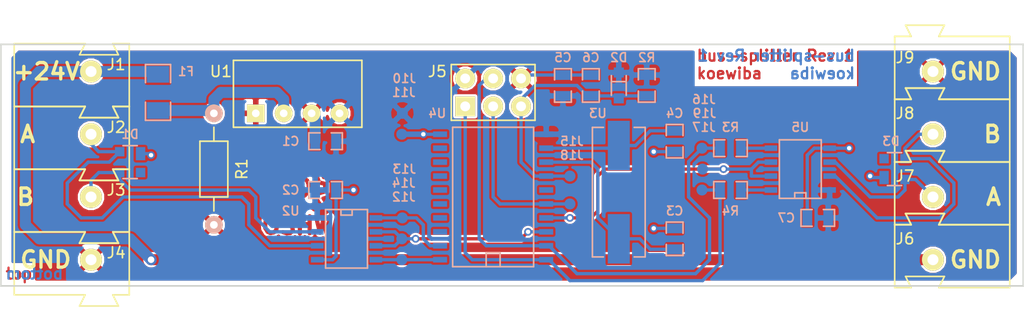
<source format=kicad_pcb>
(kicad_pcb (version 20171130) (host pcbnew 5.0.0-fee4fd1~66~ubuntu18.04.1)

  (general
    (thickness 1.6)
    (drawings 20)
    (tracks 173)
    (zones 0)
    (modules 40)
    (nets 31)
  )

  (page A4)
  (title_block
    (title bus-splitter)
    (date 2018-06-14)
    (rev 1)
    (company koewiba)
  )

  (layers
    (0 F.Cu signal)
    (31 B.Cu signal)
    (32 B.Adhes user)
    (33 F.Adhes user)
    (34 B.Paste user)
    (35 F.Paste user)
    (36 B.SilkS user)
    (37 F.SilkS user)
    (38 B.Mask user)
    (39 F.Mask user)
    (40 Dwgs.User user)
    (41 Cmts.User user)
    (42 Eco1.User user)
    (43 Eco2.User user)
    (44 Edge.Cuts user)
    (45 Margin user)
    (46 B.CrtYd user)
    (47 F.CrtYd user)
    (48 B.Fab user)
    (49 F.Fab user)
  )

  (setup
    (last_trace_width 0.3)
    (trace_clearance 0.2)
    (zone_clearance 0.2)
    (zone_45_only no)
    (trace_min 0.2)
    (segment_width 0.2)
    (edge_width 0.15)
    (via_size 0.7)
    (via_drill 0.4)
    (via_min_size 0.7)
    (via_min_drill 0.3)
    (uvia_size 0.3)
    (uvia_drill 0.1)
    (uvias_allowed no)
    (uvia_min_size 0.2)
    (uvia_min_drill 0.1)
    (pcb_text_width 0.3)
    (pcb_text_size 1.5 1.5)
    (mod_edge_width 0.15)
    (mod_text_size 1 1)
    (mod_text_width 0.15)
    (pad_size 1.524 1.524)
    (pad_drill 0.762)
    (pad_to_mask_clearance 0.2)
    (aux_axis_origin 0 0)
    (visible_elements 7FFFFFFF)
    (pcbplotparams
      (layerselection 0x00030_80000001)
      (usegerberextensions false)
      (usegerberattributes false)
      (usegerberadvancedattributes false)
      (creategerberjobfile false)
      (excludeedgelayer true)
      (linewidth 0.100000)
      (plotframeref false)
      (viasonmask false)
      (mode 1)
      (useauxorigin false)
      (hpglpennumber 1)
      (hpglpenspeed 20)
      (hpglpendiameter 15.000000)
      (psnegative false)
      (psa4output false)
      (plotreference true)
      (plotvalue true)
      (plotinvisibletext false)
      (padsonsilk false)
      (subtractmaskfromsilk false)
      (outputformat 1)
      (mirror false)
      (drillshape 1)
      (scaleselection 1)
      (outputdirectory ""))
  )

  (net 0 "")
  (net 1 VCC)
  (net 2 GND)
  (net 3 "Net-(C3-Pad1)")
  (net 4 "Net-(C4-Pad1)")
  (net 5 //RESET)
  (net 6 +24V)
  (net 7 /24V_UNFUSED)
  (net 8 /RXD1_MISO)
  (net 9 /SCK)
  (net 10 /TXD1_MOSI)
  (net 11 "Net-(R3-Pad2)")
  (net 12 "Net-(R4-Pad2)")
  (net 13 /RXD0)
  (net 14 /TXDEN0)
  (net 15 /TXD0)
  (net 16 /TXDEN1)
  (net 17 /B0)
  (net 18 /A0)
  (net 19 /B1)
  (net 20 /A1)
  (net 21 "Net-(D1-Pad2)")
  (net 22 "Net-(D3-Pad2)")
  (net 23 "Net-(U4-Pad15)")
  (net 24 "Net-(U4-Pad3)")
  (net 25 "Net-(U4-Pad4)")
  (net 26 "Net-(U4-Pad5)")
  (net 27 "Net-(U4-Pad6)")
  (net 28 "Net-(U4-Pad7)")
  (net 29 "Net-(U4-Pad8)")
  (net 30 "Net-(U4-Pad9)")

  (net_class Default "Dies ist die voreingestellte Netzklasse."
    (clearance 0.2)
    (trace_width 0.3)
    (via_dia 0.7)
    (via_drill 0.4)
    (uvia_dia 0.3)
    (uvia_drill 0.1)
    (add_net //RESET)
    (add_net /A0)
    (add_net /A1)
    (add_net /B0)
    (add_net /B1)
    (add_net /RXD0)
    (add_net /RXD1_MISO)
    (add_net /SCK)
    (add_net /TXD0)
    (add_net /TXD1_MOSI)
    (add_net /TXDEN0)
    (add_net /TXDEN1)
    (add_net "Net-(C3-Pad1)")
    (add_net "Net-(C4-Pad1)")
    (add_net "Net-(D1-Pad2)")
    (add_net "Net-(D3-Pad2)")
    (add_net "Net-(R3-Pad2)")
    (add_net "Net-(R4-Pad2)")
    (add_net "Net-(U4-Pad15)")
    (add_net "Net-(U4-Pad3)")
    (add_net "Net-(U4-Pad4)")
    (add_net "Net-(U4-Pad5)")
    (add_net "Net-(U4-Pad6)")
    (add_net "Net-(U4-Pad7)")
    (add_net "Net-(U4-Pad8)")
    (add_net "Net-(U4-Pad9)")
    (add_net VCC)
  )

  (net_class Power ""
    (clearance 0.2)
    (trace_width 0.5)
    (via_dia 1)
    (via_drill 0.6)
    (uvia_dia 0.3)
    (uvia_drill 0.1)
    (add_net +24V)
    (add_net /24V_UNFUSED)
    (add_net GND)
  )

  (module DCDC_Converter:AM1S-XXXX_SIL4 (layer F.Cu) (tedit 5BA29E3B) (tstamp 5B20FAD0)
    (at 123.19 81.28)
    (descr "DC DC Converter")
    (tags "DC DC Converter")
    (path /5B1FC8F2)
    (fp_text reference U1 (at -3.175 -3.81) (layer F.SilkS)
      (effects (font (size 1 1) (thickness 0.15)))
    )
    (fp_text value AM1S-2405 (at 3.81 -3.175) (layer F.Fab)
      (effects (font (size 1 1) (thickness 0.15)))
    )
    (fp_line (start -2.032 -4.826) (end -2.032 1.27) (layer F.SilkS) (width 0.15))
    (fp_line (start 9.652 -4.826) (end -2.032 -4.826) (layer F.SilkS) (width 0.15))
    (fp_line (start 9.652 1.27) (end 9.652 -4.826) (layer F.SilkS) (width 0.15))
    (fp_line (start -2.032 1.27) (end 9.652 1.27) (layer F.SilkS) (width 0.15))
    (pad 4 thru_hole circle (at 7.62 0) (size 1.6 1.6) (drill 0.7) (layers *.Cu *.Mask F.SilkS)
      (net 1 VCC))
    (pad 3 thru_hole circle (at 5.08 0) (size 1.6 1.6) (drill 0.7) (layers *.Cu *.Mask F.SilkS)
      (net 2 GND))
    (pad 2 thru_hole circle (at 2.54 0) (size 1.6 1.6) (drill 0.7) (layers *.Cu *.Mask F.SilkS)
      (net 6 +24V))
    (pad 1 thru_hole rect (at 0 0) (size 1.6 1.6) (drill 0.7) (layers *.Cu *.Mask F.SilkS)
      (net 2 GND))
    (model ${KIMYLIB}/02footprints/3d/Converter_DCDC.3dshapes/Converter_DCDC_muRata_CRE1xxxxxxSC_THT.wrl
      (at (xyz 0 0 0))
      (scale (xyz 1 1 1))
      (rotate (xyz 0 0 -90))
    )
  )

  (module Connector_WAGO:WAGO243 (layer F.Cu) (tedit 5BA29A1E) (tstamp 5B20FA83)
    (at 111.6838 74.93 270)
    (path /5B1FC7EC)
    (fp_text reference J1 (at 1.905 1.1938) (layer F.SilkS)
      (effects (font (size 1 1) (thickness 0.15)))
    )
    (fp_text value "WAGO 243-723" (at 3.048 8.89 270) (layer F.Fab)
      (effects (font (size 1 1) (thickness 0.15)))
    )
    (fp_line (start 5.7404 10.4648) (end 0 10.4648) (layer F.SilkS) (width 0.15))
    (fp_line (start 0 0) (end 5.7404 0) (layer F.SilkS) (width 0.15))
    (fp_line (start 1.016 4.5212) (end 0 4.0132) (layer F.SilkS) (width 0.15))
    (fp_line (start 1.016 0.9906) (end 1.016 4.5212) (layer F.SilkS) (width 0.15))
    (fp_line (start 0 1.4986) (end 1.016 0.9906) (layer F.SilkS) (width 0.15))
    (fp_line (start 6.7564 4.5212) (end 5.7404 4.0132) (layer F.SilkS) (width 0.15))
    (fp_line (start 6.7564 0.9906) (end 6.7564 4.5212) (layer F.SilkS) (width 0.15))
    (fp_line (start 5.7404 1.4986) (end 6.7564 0.9906) (layer F.SilkS) (width 0.15))
    (fp_line (start 0 0) (end 0 1.4986) (layer F.SilkS) (width 0.15))
    (fp_line (start 0 10.4648) (end 0 4.0132) (layer F.SilkS) (width 0.15))
    (fp_line (start 5.7404 0) (end 5.7404 1.4986) (layer F.SilkS) (width 0.15))
    (fp_line (start 5.7404 10.4648) (end 5.7404 4.0132) (layer F.SilkS) (width 0.15))
    (pad 1 thru_hole circle (at 2.54 3.4798 270) (size 2 2) (drill 1) (layers *.Cu *.Mask F.SilkS)
      (net 7 /24V_UNFUSED))
    (model ${KIMYLIB}/02footprints/3d/Connector_WAGO.3dshapes/WAGO_243-724.wrl
      (at (xyz 0 0 0))
      (scale (xyz 0.4 0.4 0.4))
      (rotate (xyz 0 0 90))
    )
  )

  (module Connector_WAGO:WAGO243 (layer F.Cu) (tedit 5BA29A1E) (tstamp 5B20FA88)
    (at 111.6838 80.645 270)
    (path /5B1FC81B)
    (fp_text reference J2 (at 1.905 1.1938) (layer F.SilkS)
      (effects (font (size 1 1) (thickness 0.15)))
    )
    (fp_text value "WAGO 243-724" (at 3.048 8.89 270) (layer F.Fab)
      (effects (font (size 1 1) (thickness 0.15)))
    )
    (fp_line (start 5.7404 10.4648) (end 0 10.4648) (layer F.SilkS) (width 0.15))
    (fp_line (start 0 0) (end 5.7404 0) (layer F.SilkS) (width 0.15))
    (fp_line (start 1.016 4.5212) (end 0 4.0132) (layer F.SilkS) (width 0.15))
    (fp_line (start 1.016 0.9906) (end 1.016 4.5212) (layer F.SilkS) (width 0.15))
    (fp_line (start 0 1.4986) (end 1.016 0.9906) (layer F.SilkS) (width 0.15))
    (fp_line (start 6.7564 4.5212) (end 5.7404 4.0132) (layer F.SilkS) (width 0.15))
    (fp_line (start 6.7564 0.9906) (end 6.7564 4.5212) (layer F.SilkS) (width 0.15))
    (fp_line (start 5.7404 1.4986) (end 6.7564 0.9906) (layer F.SilkS) (width 0.15))
    (fp_line (start 0 0) (end 0 1.4986) (layer F.SilkS) (width 0.15))
    (fp_line (start 0 10.4648) (end 0 4.0132) (layer F.SilkS) (width 0.15))
    (fp_line (start 5.7404 0) (end 5.7404 1.4986) (layer F.SilkS) (width 0.15))
    (fp_line (start 5.7404 10.4648) (end 5.7404 4.0132) (layer F.SilkS) (width 0.15))
    (pad 1 thru_hole circle (at 2.54 3.4798 270) (size 2 2) (drill 1) (layers *.Cu *.Mask F.SilkS)
      (net 18 /A0))
    (model ${KIMYLIB}/02footprints/3d/Connector_WAGO.3dshapes/WAGO_243-724.wrl
      (at (xyz 0 0 0))
      (scale (xyz 0.4 0.4 0.4))
      (rotate (xyz 0 0 90))
    )
  )

  (module Connector_WAGO:WAGO243 (layer F.Cu) (tedit 5BA29A1E) (tstamp 5B20FA8D)
    (at 111.6838 86.36 270)
    (path /5B1FC852)
    (fp_text reference J3 (at 1.905 1.1938) (layer F.SilkS)
      (effects (font (size 1 1) (thickness 0.15)))
    )
    (fp_text value "WAGO 243-721" (at 3.048 8.89 270) (layer F.Fab)
      (effects (font (size 1 1) (thickness 0.15)))
    )
    (fp_line (start 5.7404 10.4648) (end 0 10.4648) (layer F.SilkS) (width 0.15))
    (fp_line (start 0 0) (end 5.7404 0) (layer F.SilkS) (width 0.15))
    (fp_line (start 1.016 4.5212) (end 0 4.0132) (layer F.SilkS) (width 0.15))
    (fp_line (start 1.016 0.9906) (end 1.016 4.5212) (layer F.SilkS) (width 0.15))
    (fp_line (start 0 1.4986) (end 1.016 0.9906) (layer F.SilkS) (width 0.15))
    (fp_line (start 6.7564 4.5212) (end 5.7404 4.0132) (layer F.SilkS) (width 0.15))
    (fp_line (start 6.7564 0.9906) (end 6.7564 4.5212) (layer F.SilkS) (width 0.15))
    (fp_line (start 5.7404 1.4986) (end 6.7564 0.9906) (layer F.SilkS) (width 0.15))
    (fp_line (start 0 0) (end 0 1.4986) (layer F.SilkS) (width 0.15))
    (fp_line (start 0 10.4648) (end 0 4.0132) (layer F.SilkS) (width 0.15))
    (fp_line (start 5.7404 0) (end 5.7404 1.4986) (layer F.SilkS) (width 0.15))
    (fp_line (start 5.7404 10.4648) (end 5.7404 4.0132) (layer F.SilkS) (width 0.15))
    (pad 1 thru_hole circle (at 2.54 3.4798 270) (size 2 2) (drill 1) (layers *.Cu *.Mask F.SilkS)
      (net 17 /B0))
    (model ${KIMYLIB}/02footprints/3d/Connector_WAGO.3dshapes/WAGO_243-724.wrl
      (at (xyz 0 0 0))
      (scale (xyz 0.4 0.4 0.4))
      (rotate (xyz 0 0 90))
    )
  )

  (module Connector_WAGO:WAGO243 (layer F.Cu) (tedit 5BA29A1E) (tstamp 5B20FA92)
    (at 111.6838 92.075 270)
    (path /5B1FC8B1)
    (fp_text reference J4 (at 1.905 1.1938) (layer F.SilkS)
      (effects (font (size 1 1) (thickness 0.15)))
    )
    (fp_text value "WAGO 243-722" (at 3.048 8.89 270) (layer F.Fab)
      (effects (font (size 1 1) (thickness 0.15)))
    )
    (fp_line (start 5.7404 10.4648) (end 0 10.4648) (layer F.SilkS) (width 0.15))
    (fp_line (start 0 0) (end 5.7404 0) (layer F.SilkS) (width 0.15))
    (fp_line (start 1.016 4.5212) (end 0 4.0132) (layer F.SilkS) (width 0.15))
    (fp_line (start 1.016 0.9906) (end 1.016 4.5212) (layer F.SilkS) (width 0.15))
    (fp_line (start 0 1.4986) (end 1.016 0.9906) (layer F.SilkS) (width 0.15))
    (fp_line (start 6.7564 4.5212) (end 5.7404 4.0132) (layer F.SilkS) (width 0.15))
    (fp_line (start 6.7564 0.9906) (end 6.7564 4.5212) (layer F.SilkS) (width 0.15))
    (fp_line (start 5.7404 1.4986) (end 6.7564 0.9906) (layer F.SilkS) (width 0.15))
    (fp_line (start 0 0) (end 0 1.4986) (layer F.SilkS) (width 0.15))
    (fp_line (start 0 10.4648) (end 0 4.0132) (layer F.SilkS) (width 0.15))
    (fp_line (start 5.7404 0) (end 5.7404 1.4986) (layer F.SilkS) (width 0.15))
    (fp_line (start 5.7404 10.4648) (end 5.7404 4.0132) (layer F.SilkS) (width 0.15))
    (pad 1 thru_hole circle (at 2.54 3.4798 270) (size 2 2) (drill 1) (layers *.Cu *.Mask F.SilkS)
      (net 2 GND))
    (model ${KIMYLIB}/02footprints/3d/Connector_WAGO.3dshapes/WAGO_243-724.wrl
      (at (xyz 0 0 0))
      (scale (xyz 0.4 0.4 0.4))
      (rotate (xyz 0 0 90))
    )
  )

  (module Connector_WAGO:WAGO243 (layer F.Cu) (tedit 5BA29A1E) (tstamp 5B20FAA1)
    (at 181.3052 97.155 90)
    (path /5B215E52)
    (fp_text reference J6 (at 4.445 0.9398 180) (layer F.SilkS)
      (effects (font (size 1 1) (thickness 0.15)))
    )
    (fp_text value "WAGO 243-723" (at 3.048 8.89 90) (layer F.Fab)
      (effects (font (size 1 1) (thickness 0.15)))
    )
    (fp_line (start 5.7404 10.4648) (end 0 10.4648) (layer F.SilkS) (width 0.15))
    (fp_line (start 0 0) (end 5.7404 0) (layer F.SilkS) (width 0.15))
    (fp_line (start 1.016 4.5212) (end 0 4.0132) (layer F.SilkS) (width 0.15))
    (fp_line (start 1.016 0.9906) (end 1.016 4.5212) (layer F.SilkS) (width 0.15))
    (fp_line (start 0 1.4986) (end 1.016 0.9906) (layer F.SilkS) (width 0.15))
    (fp_line (start 6.7564 4.5212) (end 5.7404 4.0132) (layer F.SilkS) (width 0.15))
    (fp_line (start 6.7564 0.9906) (end 6.7564 4.5212) (layer F.SilkS) (width 0.15))
    (fp_line (start 5.7404 1.4986) (end 6.7564 0.9906) (layer F.SilkS) (width 0.15))
    (fp_line (start 0 0) (end 0 1.4986) (layer F.SilkS) (width 0.15))
    (fp_line (start 0 10.4648) (end 0 4.0132) (layer F.SilkS) (width 0.15))
    (fp_line (start 5.7404 0) (end 5.7404 1.4986) (layer F.SilkS) (width 0.15))
    (fp_line (start 5.7404 10.4648) (end 5.7404 4.0132) (layer F.SilkS) (width 0.15))
    (pad 1 thru_hole circle (at 2.54 3.4798 90) (size 2 2) (drill 1) (layers *.Cu *.Mask F.SilkS)
      (net 7 /24V_UNFUSED))
    (model ${KIMYLIB}/02footprints/3d/Connector_WAGO.3dshapes/WAGO_243-724.wrl
      (at (xyz 0 0 0))
      (scale (xyz 0.4 0.4 0.4))
      (rotate (xyz 0 0 90))
    )
  )

  (module Connector_WAGO:WAGO243 (layer F.Cu) (tedit 5BA29A1E) (tstamp 5B20FAA6)
    (at 181.3052 91.44 90)
    (path /5B215E58)
    (fp_text reference J7 (at 4.445 0.9398 180) (layer F.SilkS)
      (effects (font (size 1 1) (thickness 0.15)))
    )
    (fp_text value "WAGO 243-724" (at 3.048 8.89 90) (layer F.Fab)
      (effects (font (size 1 1) (thickness 0.15)))
    )
    (fp_line (start 5.7404 10.4648) (end 0 10.4648) (layer F.SilkS) (width 0.15))
    (fp_line (start 0 0) (end 5.7404 0) (layer F.SilkS) (width 0.15))
    (fp_line (start 1.016 4.5212) (end 0 4.0132) (layer F.SilkS) (width 0.15))
    (fp_line (start 1.016 0.9906) (end 1.016 4.5212) (layer F.SilkS) (width 0.15))
    (fp_line (start 0 1.4986) (end 1.016 0.9906) (layer F.SilkS) (width 0.15))
    (fp_line (start 6.7564 4.5212) (end 5.7404 4.0132) (layer F.SilkS) (width 0.15))
    (fp_line (start 6.7564 0.9906) (end 6.7564 4.5212) (layer F.SilkS) (width 0.15))
    (fp_line (start 5.7404 1.4986) (end 6.7564 0.9906) (layer F.SilkS) (width 0.15))
    (fp_line (start 0 0) (end 0 1.4986) (layer F.SilkS) (width 0.15))
    (fp_line (start 0 10.4648) (end 0 4.0132) (layer F.SilkS) (width 0.15))
    (fp_line (start 5.7404 0) (end 5.7404 1.4986) (layer F.SilkS) (width 0.15))
    (fp_line (start 5.7404 10.4648) (end 5.7404 4.0132) (layer F.SilkS) (width 0.15))
    (pad 1 thru_hole circle (at 2.54 3.4798 90) (size 2 2) (drill 1) (layers *.Cu *.Mask F.SilkS)
      (net 20 /A1))
    (model ${KIMYLIB}/02footprints/3d/Connector_WAGO.3dshapes/WAGO_243-724.wrl
      (at (xyz 0 0 0))
      (scale (xyz 0.4 0.4 0.4))
      (rotate (xyz 0 0 90))
    )
  )

  (module Connector_WAGO:WAGO243 (layer F.Cu) (tedit 5BA29A1E) (tstamp 5B20FAAB)
    (at 181.3052 85.725 90)
    (path /5B215E5E)
    (fp_text reference J8 (at 4.445 0.9398 180) (layer F.SilkS)
      (effects (font (size 1 1) (thickness 0.15)))
    )
    (fp_text value "WAGO 243-721" (at 3.048 8.89 90) (layer F.Fab)
      (effects (font (size 1 1) (thickness 0.15)))
    )
    (fp_line (start 5.7404 10.4648) (end 0 10.4648) (layer F.SilkS) (width 0.15))
    (fp_line (start 0 0) (end 5.7404 0) (layer F.SilkS) (width 0.15))
    (fp_line (start 1.016 4.5212) (end 0 4.0132) (layer F.SilkS) (width 0.15))
    (fp_line (start 1.016 0.9906) (end 1.016 4.5212) (layer F.SilkS) (width 0.15))
    (fp_line (start 0 1.4986) (end 1.016 0.9906) (layer F.SilkS) (width 0.15))
    (fp_line (start 6.7564 4.5212) (end 5.7404 4.0132) (layer F.SilkS) (width 0.15))
    (fp_line (start 6.7564 0.9906) (end 6.7564 4.5212) (layer F.SilkS) (width 0.15))
    (fp_line (start 5.7404 1.4986) (end 6.7564 0.9906) (layer F.SilkS) (width 0.15))
    (fp_line (start 0 0) (end 0 1.4986) (layer F.SilkS) (width 0.15))
    (fp_line (start 0 10.4648) (end 0 4.0132) (layer F.SilkS) (width 0.15))
    (fp_line (start 5.7404 0) (end 5.7404 1.4986) (layer F.SilkS) (width 0.15))
    (fp_line (start 5.7404 10.4648) (end 5.7404 4.0132) (layer F.SilkS) (width 0.15))
    (pad 1 thru_hole circle (at 2.54 3.4798 90) (size 2 2) (drill 1) (layers *.Cu *.Mask F.SilkS)
      (net 19 /B1))
    (model ${KIMYLIB}/02footprints/3d/Connector_WAGO.3dshapes/WAGO_243-724.wrl
      (at (xyz 0 0 0))
      (scale (xyz 0.4 0.4 0.4))
      (rotate (xyz 0 0 90))
    )
  )

  (module Connector_WAGO:WAGO243 (layer F.Cu) (tedit 5BA29A1E) (tstamp 5B20FAB0)
    (at 181.3052 80.01 90)
    (path /5B215E64)
    (fp_text reference J9 (at 3.81 0.9398 180) (layer F.SilkS)
      (effects (font (size 1 1) (thickness 0.15)))
    )
    (fp_text value "WAGO 243-722" (at 3.048 8.89 90) (layer F.Fab)
      (effects (font (size 1 1) (thickness 0.15)))
    )
    (fp_line (start 5.7404 10.4648) (end 0 10.4648) (layer F.SilkS) (width 0.15))
    (fp_line (start 0 0) (end 5.7404 0) (layer F.SilkS) (width 0.15))
    (fp_line (start 1.016 4.5212) (end 0 4.0132) (layer F.SilkS) (width 0.15))
    (fp_line (start 1.016 0.9906) (end 1.016 4.5212) (layer F.SilkS) (width 0.15))
    (fp_line (start 0 1.4986) (end 1.016 0.9906) (layer F.SilkS) (width 0.15))
    (fp_line (start 6.7564 4.5212) (end 5.7404 4.0132) (layer F.SilkS) (width 0.15))
    (fp_line (start 6.7564 0.9906) (end 6.7564 4.5212) (layer F.SilkS) (width 0.15))
    (fp_line (start 5.7404 1.4986) (end 6.7564 0.9906) (layer F.SilkS) (width 0.15))
    (fp_line (start 0 0) (end 0 1.4986) (layer F.SilkS) (width 0.15))
    (fp_line (start 0 10.4648) (end 0 4.0132) (layer F.SilkS) (width 0.15))
    (fp_line (start 5.7404 0) (end 5.7404 1.4986) (layer F.SilkS) (width 0.15))
    (fp_line (start 5.7404 10.4648) (end 5.7404 4.0132) (layer F.SilkS) (width 0.15))
    (pad 1 thru_hole circle (at 2.54 3.4798 90) (size 2 2) (drill 1) (layers *.Cu *.Mask F.SilkS)
      (net 2 GND))
    (model ${KIMYLIB}/02footprints/3d/Connector_WAGO.3dshapes/WAGO_243-724.wrl
      (at (xyz 0 0 0))
      (scale (xyz 0.4 0.4 0.4))
      (rotate (xyz 0 0 90))
    )
  )

  (module Capacitors_SMD:C_0805 (layer B.Cu) (tedit 525A8E7A) (tstamp 5B20FA3E)
    (at 129.54 83.82 180)
    (path /5B1FD7C3)
    (attr smd)
    (fp_text reference C1 (at 3.175 0 180) (layer B.SilkS)
      (effects (font (size 0.8 0.8) (thickness 0.15)) (justify mirror))
    )
    (fp_text value 100µF/6V (at 0.127 -1.524 180) (layer B.Fab)
      (effects (font (size 0.8 0.8) (thickness 0.15)) (justify mirror))
    )
    (fp_line (start 1.524 -0.762) (end 0.508 -0.762) (layer B.SilkS) (width 0.15))
    (fp_line (start 1.524 0.762) (end 1.524 -0.762) (layer B.SilkS) (width 0.15))
    (fp_line (start 0.508 0.762) (end 1.524 0.762) (layer B.SilkS) (width 0.15))
    (fp_line (start -1.524 0.762) (end -0.508 0.762) (layer B.SilkS) (width 0.15))
    (fp_line (start -1.524 -0.762) (end -1.524 0.762) (layer B.SilkS) (width 0.15))
    (fp_line (start -0.508 -0.762) (end -1.524 -0.762) (layer B.SilkS) (width 0.15))
    (pad 2 smd rect (at 0.9525 0 180) (size 0.889 1.397) (layers B.Cu B.Paste B.Mask)
      (net 2 GND))
    (pad 1 smd rect (at -0.9525 0 180) (size 0.889 1.397) (layers B.Cu B.Paste B.Mask)
      (net 1 VCC))
    (model ${KIMYLIB}/02footprints/3d/Capacitors_SMD.3dshapes/C_0805.wrl
      (at (xyz 0 0 0))
      (scale (xyz 1 1 1))
      (rotate (xyz 0 0 0))
    )
  )

  (module Capacitors_SMD:C_0805 (layer B.Cu) (tedit 525A8E7A) (tstamp 5B20FA44)
    (at 129.54 88.265 180)
    (path /5B1FCBA9)
    (attr smd)
    (fp_text reference C2 (at 3.175 0 180) (layer B.SilkS)
      (effects (font (size 0.8 0.8) (thickness 0.15)) (justify mirror))
    )
    (fp_text value 100nF (at 0.127 -1.524 180) (layer B.Fab)
      (effects (font (size 0.8 0.8) (thickness 0.15)) (justify mirror))
    )
    (fp_line (start 1.524 -0.762) (end 0.508 -0.762) (layer B.SilkS) (width 0.15))
    (fp_line (start 1.524 0.762) (end 1.524 -0.762) (layer B.SilkS) (width 0.15))
    (fp_line (start 0.508 0.762) (end 1.524 0.762) (layer B.SilkS) (width 0.15))
    (fp_line (start -1.524 0.762) (end -0.508 0.762) (layer B.SilkS) (width 0.15))
    (fp_line (start -1.524 -0.762) (end -1.524 0.762) (layer B.SilkS) (width 0.15))
    (fp_line (start -0.508 -0.762) (end -1.524 -0.762) (layer B.SilkS) (width 0.15))
    (pad 2 smd rect (at 0.9525 0 180) (size 0.889 1.397) (layers B.Cu B.Paste B.Mask)
      (net 1 VCC))
    (pad 1 smd rect (at -0.9525 0 180) (size 0.889 1.397) (layers B.Cu B.Paste B.Mask)
      (net 2 GND))
    (model ${KIMYLIB}/02footprints/3d/Capacitors_SMD.3dshapes/C_0805.wrl
      (at (xyz 0 0 0))
      (scale (xyz 1 1 1))
      (rotate (xyz 0 0 0))
    )
  )

  (module Capacitors_SMD:C_0805 (layer B.Cu) (tedit 525A8E7A) (tstamp 5B20FA4A)
    (at 161.29 92.71 90)
    (path /5B1FC602)
    (attr smd)
    (fp_text reference C3 (at 2.54 0 180) (layer B.SilkS)
      (effects (font (size 0.8 0.8) (thickness 0.15)) (justify mirror))
    )
    (fp_text value 18pF (at 0.127 -1.524 90) (layer B.Fab)
      (effects (font (size 0.8 0.8) (thickness 0.15)) (justify mirror))
    )
    (fp_line (start 1.524 -0.762) (end 0.508 -0.762) (layer B.SilkS) (width 0.15))
    (fp_line (start 1.524 0.762) (end 1.524 -0.762) (layer B.SilkS) (width 0.15))
    (fp_line (start 0.508 0.762) (end 1.524 0.762) (layer B.SilkS) (width 0.15))
    (fp_line (start -1.524 0.762) (end -0.508 0.762) (layer B.SilkS) (width 0.15))
    (fp_line (start -1.524 -0.762) (end -1.524 0.762) (layer B.SilkS) (width 0.15))
    (fp_line (start -0.508 -0.762) (end -1.524 -0.762) (layer B.SilkS) (width 0.15))
    (pad 2 smd rect (at 0.9525 0 90) (size 0.889 1.397) (layers B.Cu B.Paste B.Mask)
      (net 2 GND))
    (pad 1 smd rect (at -0.9525 0 90) (size 0.889 1.397) (layers B.Cu B.Paste B.Mask)
      (net 3 "Net-(C3-Pad1)"))
    (model ${KIMYLIB}/02footprints/3d/Capacitors_SMD.3dshapes/C_0805.wrl
      (at (xyz 0 0 0))
      (scale (xyz 1 1 1))
      (rotate (xyz 0 0 0))
    )
  )

  (module Capacitors_SMD:C_0805 (layer B.Cu) (tedit 525A8E7A) (tstamp 5B20FA50)
    (at 161.29 83.82 270)
    (path /5B1FC5E5)
    (attr smd)
    (fp_text reference C4 (at -2.54 0) (layer B.SilkS)
      (effects (font (size 0.8 0.8) (thickness 0.15)) (justify mirror))
    )
    (fp_text value 18pF (at 0.127 -1.524 270) (layer B.Fab)
      (effects (font (size 0.8 0.8) (thickness 0.15)) (justify mirror))
    )
    (fp_line (start 1.524 -0.762) (end 0.508 -0.762) (layer B.SilkS) (width 0.15))
    (fp_line (start 1.524 0.762) (end 1.524 -0.762) (layer B.SilkS) (width 0.15))
    (fp_line (start 0.508 0.762) (end 1.524 0.762) (layer B.SilkS) (width 0.15))
    (fp_line (start -1.524 0.762) (end -0.508 0.762) (layer B.SilkS) (width 0.15))
    (fp_line (start -1.524 -0.762) (end -1.524 0.762) (layer B.SilkS) (width 0.15))
    (fp_line (start -0.508 -0.762) (end -1.524 -0.762) (layer B.SilkS) (width 0.15))
    (pad 2 smd rect (at 0.9525 0 270) (size 0.889 1.397) (layers B.Cu B.Paste B.Mask)
      (net 2 GND))
    (pad 1 smd rect (at -0.9525 0 270) (size 0.889 1.397) (layers B.Cu B.Paste B.Mask)
      (net 4 "Net-(C4-Pad1)"))
    (model ${KIMYLIB}/02footprints/3d/Capacitors_SMD.3dshapes/C_0805.wrl
      (at (xyz 0 0 0))
      (scale (xyz 1 1 1))
      (rotate (xyz 0 0 0))
    )
  )

  (module Capacitors_SMD:C_0805 (layer B.Cu) (tedit 525A8E7A) (tstamp 5B20FA56)
    (at 151.13 78.74 270)
    (path /5B1FC574)
    (attr smd)
    (fp_text reference C5 (at -2.54 0) (layer B.SilkS)
      (effects (font (size 0.8 0.8) (thickness 0.15)) (justify mirror))
    )
    (fp_text value 100nF (at 0.127 -1.524 270) (layer B.Fab)
      (effects (font (size 0.8 0.8) (thickness 0.15)) (justify mirror))
    )
    (fp_line (start 1.524 -0.762) (end 0.508 -0.762) (layer B.SilkS) (width 0.15))
    (fp_line (start 1.524 0.762) (end 1.524 -0.762) (layer B.SilkS) (width 0.15))
    (fp_line (start 0.508 0.762) (end 1.524 0.762) (layer B.SilkS) (width 0.15))
    (fp_line (start -1.524 0.762) (end -0.508 0.762) (layer B.SilkS) (width 0.15))
    (fp_line (start -1.524 -0.762) (end -1.524 0.762) (layer B.SilkS) (width 0.15))
    (fp_line (start -0.508 -0.762) (end -1.524 -0.762) (layer B.SilkS) (width 0.15))
    (pad 2 smd rect (at 0.9525 0 270) (size 0.889 1.397) (layers B.Cu B.Paste B.Mask)
      (net 1 VCC))
    (pad 1 smd rect (at -0.9525 0 270) (size 0.889 1.397) (layers B.Cu B.Paste B.Mask)
      (net 2 GND))
    (model ${KIMYLIB}/02footprints/3d/Capacitors_SMD.3dshapes/C_0805.wrl
      (at (xyz 0 0 0))
      (scale (xyz 1 1 1))
      (rotate (xyz 0 0 0))
    )
  )

  (module Capacitors_SMD:C_0805 (layer B.Cu) (tedit 525A8E7A) (tstamp 5B20FA5C)
    (at 153.67 78.74 90)
    (path /5B1FD1F5)
    (attr smd)
    (fp_text reference C6 (at 2.54 0 180) (layer B.SilkS)
      (effects (font (size 0.8 0.8) (thickness 0.15)) (justify mirror))
    )
    (fp_text value 4,7nF (at 0.127 -1.524 90) (layer B.Fab)
      (effects (font (size 0.8 0.8) (thickness 0.15)) (justify mirror))
    )
    (fp_line (start 1.524 -0.762) (end 0.508 -0.762) (layer B.SilkS) (width 0.15))
    (fp_line (start 1.524 0.762) (end 1.524 -0.762) (layer B.SilkS) (width 0.15))
    (fp_line (start 0.508 0.762) (end 1.524 0.762) (layer B.SilkS) (width 0.15))
    (fp_line (start -1.524 0.762) (end -0.508 0.762) (layer B.SilkS) (width 0.15))
    (fp_line (start -1.524 -0.762) (end -1.524 0.762) (layer B.SilkS) (width 0.15))
    (fp_line (start -0.508 -0.762) (end -1.524 -0.762) (layer B.SilkS) (width 0.15))
    (pad 2 smd rect (at 0.9525 0 90) (size 0.889 1.397) (layers B.Cu B.Paste B.Mask)
      (net 2 GND))
    (pad 1 smd rect (at -0.9525 0 90) (size 0.889 1.397) (layers B.Cu B.Paste B.Mask)
      (net 5 //RESET))
    (model ${KIMYLIB}/02footprints/3d/Capacitors_SMD.3dshapes/C_0805.wrl
      (at (xyz 0 0 0))
      (scale (xyz 1 1 1))
      (rotate (xyz 0 0 0))
    )
  )

  (module Capacitors_SMD:C_0805 (layer B.Cu) (tedit 525A8E7A) (tstamp 5B20FA62)
    (at 174.3075 90.805)
    (path /5B215009)
    (attr smd)
    (fp_text reference C7 (at -2.8575 0) (layer B.SilkS)
      (effects (font (size 0.8 0.8) (thickness 0.15)) (justify mirror))
    )
    (fp_text value 100nF (at 0.127 -1.524) (layer B.Fab)
      (effects (font (size 0.8 0.8) (thickness 0.15)) (justify mirror))
    )
    (fp_line (start 1.524 -0.762) (end 0.508 -0.762) (layer B.SilkS) (width 0.15))
    (fp_line (start 1.524 0.762) (end 1.524 -0.762) (layer B.SilkS) (width 0.15))
    (fp_line (start 0.508 0.762) (end 1.524 0.762) (layer B.SilkS) (width 0.15))
    (fp_line (start -1.524 0.762) (end -0.508 0.762) (layer B.SilkS) (width 0.15))
    (fp_line (start -1.524 -0.762) (end -1.524 0.762) (layer B.SilkS) (width 0.15))
    (fp_line (start -0.508 -0.762) (end -1.524 -0.762) (layer B.SilkS) (width 0.15))
    (pad 2 smd rect (at 0.9525 0) (size 0.889 1.397) (layers B.Cu B.Paste B.Mask)
      (net 1 VCC))
    (pad 1 smd rect (at -0.9525 0) (size 0.889 1.397) (layers B.Cu B.Paste B.Mask)
      (net 2 GND))
    (model ${KIMYLIB}/02footprints/3d/Capacitors_SMD.3dshapes/C_0805.wrl
      (at (xyz 0 0 0))
      (scale (xyz 1 1 1))
      (rotate (xyz 0 0 0))
    )
  )

  (module Diode_SMD:D_SOT143 (layer B.Cu) (tedit 56645BC3) (tstamp 5B20FA6A)
    (at 111.76 85.725 270)
    (descr "SOT143, Diode")
    (tags "SOT143, Diode")
    (path /5B1FD34A)
    (attr smd)
    (fp_text reference D1 (at -2.54 0) (layer B.SilkS)
      (effects (font (size 0.8 0.8) (thickness 0.15)) (justify mirror))
    )
    (fp_text value SEMTECH_SR05 (at 0 -2.1 270) (layer B.Fab)
      (effects (font (size 0.8 0.8) (thickness 0.15)) (justify mirror))
    )
    (fp_line (start -1.5 0.65) (end -1.5 -0.65) (layer B.SilkS) (width 0.15))
    (fp_line (start 1.5 0.65) (end 1.5 -0.65) (layer B.SilkS) (width 0.15))
    (pad 4 smd trapezoid (at -0.95 0.95 270) (size 0.85 0.85) (layers B.Cu B.Paste B.Mask)
      (net 18 /A0))
    (pad 3 smd rect (at 0.95 0.95 270) (size 0.85 0.85) (layers B.Cu B.Paste B.Mask)
      (net 17 /B0))
    (pad 2 smd rect (at 0.95 -0.95 270) (size 0.85 0.85) (layers B.Cu B.Paste B.Mask)
      (net 21 "Net-(D1-Pad2)"))
    (pad 1 smd rect (at -0.76962 -0.95 270) (size 1.2 0.85) (layers B.Cu B.Paste B.Mask)
      (net 2 GND))
    (model ${KIMYLIB}/02footprints/3d/Diodes_SMD.3dshapes/SOT-143.wrl
      (at (xyz 0 0 0))
      (scale (xyz 1 1 1))
      (rotate (xyz 0 0 0))
    )
  )

  (module Diode_SMD:D_SOD323 (layer B.Cu) (tedit 525AE043) (tstamp 5B20FA70)
    (at 156.21 78.74 90)
    (path /5B1FD25A)
    (fp_text reference D2 (at 2.54 0 180) (layer B.SilkS)
      (effects (font (size 0.8 0.8) (thickness 0.15)) (justify mirror))
    )
    (fp_text value 1N4148 (at 0 -1.524 90) (layer B.Fab)
      (effects (font (size 0.8 0.8) (thickness 0.15)) (justify mirror))
    )
    (fp_line (start 0.89916 -0.67564) (end -0.89916 -0.67564) (layer B.SilkS) (width 0.15))
    (fp_line (start -0.89916 0.67564) (end 0.89916 0.67564) (layer B.SilkS) (width 0.15))
    (fp_line (start 0.35052 0.67564) (end 0.35052 -0.67564) (layer B.SilkS) (width 0.15))
    (pad 2 smd rect (at 1.17602 0 90) (size 0.9144 0.9144) (layers B.Cu B.Paste B.Mask)
      (net 1 VCC))
    (pad 1 smd rect (at -1.17602 0 90) (size 0.9144 0.9144) (layers B.Cu B.Paste B.Mask)
      (net 5 //RESET))
    (model ${KIMYLIB}/02footprints/3d/Diodes_SMD.3dshapes/SOD-323.wrl
      (at (xyz 0 0 0))
      (scale (xyz 1 1 1))
      (rotate (xyz 0 0 0))
    )
  )

  (module Diode_SMD:D_SOT143 (layer B.Cu) (tedit 56645BC3) (tstamp 5B20FA78)
    (at 181.29 86.36 90)
    (descr "SOT143, Diode")
    (tags "SOT143, Diode")
    (path /5B1FD3F5)
    (attr smd)
    (fp_text reference D3 (at 2.54 -0.315 180) (layer B.SilkS)
      (effects (font (size 0.8 0.8) (thickness 0.15)) (justify mirror))
    )
    (fp_text value SEMTECH_SR05 (at 0 -2.1 90) (layer B.Fab)
      (effects (font (size 0.8 0.8) (thickness 0.15)) (justify mirror))
    )
    (fp_line (start -1.5 0.65) (end -1.5 -0.65) (layer B.SilkS) (width 0.15))
    (fp_line (start 1.5 0.65) (end 1.5 -0.65) (layer B.SilkS) (width 0.15))
    (pad 4 smd trapezoid (at -0.95 0.95 90) (size 0.85 0.85) (layers B.Cu B.Paste B.Mask)
      (net 20 /A1))
    (pad 3 smd rect (at 0.95 0.95 90) (size 0.85 0.85) (layers B.Cu B.Paste B.Mask)
      (net 19 /B1))
    (pad 2 smd rect (at 0.95 -0.95 90) (size 0.85 0.85) (layers B.Cu B.Paste B.Mask)
      (net 22 "Net-(D3-Pad2)"))
    (pad 1 smd rect (at -0.76962 -0.95 90) (size 1.2 0.85) (layers B.Cu B.Paste B.Mask)
      (net 2 GND))
    (model ${KIMYLIB}/02footprints/3d/Diodes_SMD.3dshapes/SOT-143.wrl
      (at (xyz 0 0 0))
      (scale (xyz 1 1 1))
      (rotate (xyz 0 0 0))
    )
  )

  (module Resistor:R_1206 (layer B.Cu) (tedit 525A8E68) (tstamp 5B20FA7E)
    (at 114.3 79.375 90)
    (path /5B1FC963)
    (attr smd)
    (fp_text reference F1 (at 1.905 2.54 180) (layer B.SilkS)
      (effects (font (size 0.8 0.8) (thickness 0.15)) (justify mirror))
    )
    (fp_text value 0,15A (at -0.127 -1.905 90) (layer B.Fab)
      (effects (font (size 0.8 0.8) (thickness 0.15)) (justify mirror))
    )
    (fp_line (start -0.889 1.143) (end -2.54 1.143) (layer B.SilkS) (width 0.15))
    (fp_line (start 2.54 -1.143) (end 0.889 -1.143) (layer B.SilkS) (width 0.15))
    (fp_line (start 2.54 1.143) (end 2.54 -1.143) (layer B.SilkS) (width 0.15))
    (fp_line (start 0.889 1.143) (end 2.54 1.143) (layer B.SilkS) (width 0.15))
    (fp_line (start -2.54 -1.143) (end -0.889 -1.143) (layer B.SilkS) (width 0.15))
    (fp_line (start -2.54 1.143) (end -2.54 -1.143) (layer B.SilkS) (width 0.15))
    (pad 2 smd rect (at 1.651 0 90) (size 1.524 2.032) (layers B.Cu B.Paste B.Mask)
      (net 7 /24V_UNFUSED))
    (pad 1 smd rect (at -1.651 0 90) (size 1.524 2.032) (layers B.Cu B.Paste B.Mask)
      (net 6 +24V))
    (model Resistors_SMD.3dshapes/R_1206.wrl
      (at (xyz 0 0 0))
      (scale (xyz 1 1 1))
      (rotate (xyz 0 0 0))
    )
  )

  (module Connector_Header:HEADER_3x2 (layer F.Cu) (tedit 5BA298DB) (tstamp 5B20FA9C)
    (at 142.24 80.645)
    (path /5B1FC62B)
    (fp_text reference J5 (at -2.54 -3.175) (layer F.SilkS)
      (effects (font (size 1 1) (thickness 0.15)))
    )
    (fp_text value CONN-ISP-6 (at 2.54 2.54) (layer F.Fab)
      (effects (font (size 1 1) (thickness 0.15)))
    )
    (fp_line (start -1.27 1.27) (end -1.27 -3.81) (layer F.SilkS) (width 0.15))
    (fp_line (start 6.35 1.27) (end -1.27 1.27) (layer F.SilkS) (width 0.15))
    (fp_line (start 6.35 -3.81) (end 6.35 1.27) (layer F.SilkS) (width 0.15))
    (fp_line (start -1.27 -3.81) (end 6.35 -3.81) (layer F.SilkS) (width 0.15))
    (pad 6 thru_hole circle (at 5.08 -2.54) (size 1.8 1.8) (drill 0.9) (layers *.Cu *.Mask F.SilkS)
      (net 2 GND))
    (pad 5 thru_hole circle (at 5.08 0) (size 1.8 1.8) (drill 0.9) (layers *.Cu *.Mask F.SilkS)
      (net 5 //RESET))
    (pad 4 thru_hole circle (at 2.54 -2.54) (size 1.8 1.8) (drill 0.9) (layers *.Cu *.Mask F.SilkS)
      (net 10 /TXD1_MOSI))
    (pad 3 thru_hole circle (at 2.54 0) (size 1.8 1.8) (drill 0.9) (layers *.Cu *.Mask F.SilkS)
      (net 9 /SCK))
    (pad 2 thru_hole circle (at 0 -2.54) (size 1.8 1.8) (drill 0.9) (layers *.Cu *.Mask F.SilkS)
      (net 1 VCC))
    (pad 1 thru_hole rect (at 0 0) (size 1.8 1.8) (drill 0.9) (layers *.Cu *.Mask F.SilkS)
      (net 8 /RXD1_MISO))
    (model ${KIMYLIB}/02footprints/3d/Connector_Header.3dshapes/Pin_Header_Straight_2x03.wrl
      (offset (xyz 2.539999961853027 1.269999980926514 0))
      (scale (xyz 1 1 1))
      (rotate (xyz 0 0 0))
    )
  )

  (module Resistor:R_RM10.16mm (layer F.Cu) (tedit 5634B1CA) (tstamp 5B20FAB6)
    (at 119.38 81.28 270)
    (descr "Resistor, Axial, 10.16mm, 1/4W,")
    (tags "Resistor, Axial, 10.16mm, 1/4W,")
    (path /5B1FD4A0)
    (fp_text reference R1 (at 5.08 -2.54 270) (layer F.SilkS)
      (effects (font (size 1 1) (thickness 0.15)))
    )
    (fp_text value Varistor (at 5.08 2.54 270) (layer F.Fab)
      (effects (font (size 1 1) (thickness 0.15)))
    )
    (fp_line (start 7.62 0) (end 8.89 0) (layer F.SilkS) (width 0.15))
    (fp_line (start 2.54 0) (end 1.27 0) (layer F.SilkS) (width 0.15))
    (fp_line (start 2.54 1.27) (end 2.54 -1.27) (layer F.SilkS) (width 0.15))
    (fp_line (start 7.62 1.27) (end 2.54 1.27) (layer F.SilkS) (width 0.15))
    (fp_line (start 7.62 -1.27) (end 7.62 1.27) (layer F.SilkS) (width 0.15))
    (fp_line (start 2.54 -1.27) (end 7.62 -1.27) (layer F.SilkS) (width 0.15))
    (pad 2 thru_hole circle (at 10.16 0 270) (size 1.6 1.6) (drill 0.7) (layers *.Cu *.SilkS *.Mask)
      (net 2 GND))
    (pad 1 thru_hole circle (at 0 0 270) (size 1.6 1.6) (drill 0.7) (layers *.Cu *.SilkS *.Mask)
      (net 6 +24V))
    (model Resistors_ThroughHole.3dshapes/Resistor_Horizontal_RM10mm.wrl
      (offset (xyz 5.079999923706055 0 -0.5079999923706054))
      (scale (xyz 0.4 0.35 0.4))
      (rotate (xyz 0 0 0))
    )
  )

  (module Resistor:R_0805 (layer B.Cu) (tedit 525A8E7A) (tstamp 5B20FABC)
    (at 158.75 78.74 270)
    (path /5B1FD0F2)
    (attr smd)
    (fp_text reference R2 (at -2.54 0) (layer B.SilkS)
      (effects (font (size 0.8 0.8) (thickness 0.15)) (justify mirror))
    )
    (fp_text value 10k (at 0.127 -1.524 270) (layer B.Fab)
      (effects (font (size 0.8 0.8) (thickness 0.15)) (justify mirror))
    )
    (fp_line (start 1.524 -0.762) (end 0.508 -0.762) (layer B.SilkS) (width 0.15))
    (fp_line (start 1.524 0.762) (end 1.524 -0.762) (layer B.SilkS) (width 0.15))
    (fp_line (start 0.508 0.762) (end 1.524 0.762) (layer B.SilkS) (width 0.15))
    (fp_line (start -1.524 0.762) (end -0.508 0.762) (layer B.SilkS) (width 0.15))
    (fp_line (start -1.524 -0.762) (end -1.524 0.762) (layer B.SilkS) (width 0.15))
    (fp_line (start -0.508 -0.762) (end -1.524 -0.762) (layer B.SilkS) (width 0.15))
    (pad 2 smd rect (at 0.9525 0 270) (size 0.889 1.397) (layers B.Cu B.Paste B.Mask)
      (net 5 //RESET))
    (pad 1 smd rect (at -0.9525 0 270) (size 0.889 1.397) (layers B.Cu B.Paste B.Mask)
      (net 1 VCC))
    (model Resistors_SMD.3dshapes/R_0805.wrl
      (at (xyz 0 0 0))
      (scale (xyz 1 1 1))
      (rotate (xyz 0 0 0))
    )
    (model ${KIMYLIB}/02footprints/3d/Resistors_SMD.3dshapes/R_0805.wrl
      (at (xyz 0 0 0))
      (scale (xyz 1 1 1))
      (rotate (xyz 0 0 0))
    )
  )

  (module Resistor:R_0805 (layer B.Cu) (tedit 525A8E7A) (tstamp 5B20FAC2)
    (at 166.37 84.455)
    (path /5B20FAC2)
    (attr smd)
    (fp_text reference R3 (at 0 -1.905) (layer B.SilkS)
      (effects (font (size 0.8 0.8) (thickness 0.15)) (justify mirror))
    )
    (fp_text value 100 (at 0.127 -1.524) (layer B.Fab)
      (effects (font (size 0.8 0.8) (thickness 0.15)) (justify mirror))
    )
    (fp_line (start 1.524 -0.762) (end 0.508 -0.762) (layer B.SilkS) (width 0.15))
    (fp_line (start 1.524 0.762) (end 1.524 -0.762) (layer B.SilkS) (width 0.15))
    (fp_line (start 0.508 0.762) (end 1.524 0.762) (layer B.SilkS) (width 0.15))
    (fp_line (start -1.524 0.762) (end -0.508 0.762) (layer B.SilkS) (width 0.15))
    (fp_line (start -1.524 -0.762) (end -1.524 0.762) (layer B.SilkS) (width 0.15))
    (fp_line (start -0.508 -0.762) (end -1.524 -0.762) (layer B.SilkS) (width 0.15))
    (pad 2 smd rect (at 0.9525 0) (size 0.889 1.397) (layers B.Cu B.Paste B.Mask)
      (net 11 "Net-(R3-Pad2)"))
    (pad 1 smd rect (at -0.9525 0) (size 0.889 1.397) (layers B.Cu B.Paste B.Mask)
      (net 10 /TXD1_MOSI))
    (model Resistors_SMD.3dshapes/R_0805.wrl
      (at (xyz 0 0 0))
      (scale (xyz 1 1 1))
      (rotate (xyz 0 0 0))
    )
    (model ${KIMYLIB}/02footprints/3d/Resistors_SMD.3dshapes/R_0805.wrl
      (at (xyz 0 0 0))
      (scale (xyz 1 1 1))
      (rotate (xyz 0 0 0))
    )
  )

  (module Resistor:R_0805 (layer B.Cu) (tedit 525A8E7A) (tstamp 5B20FAC8)
    (at 166.37 88.265)
    (path /5B1FD567)
    (attr smd)
    (fp_text reference R4 (at 0 1.905) (layer B.SilkS)
      (effects (font (size 0.8 0.8) (thickness 0.15)) (justify mirror))
    )
    (fp_text value 100 (at 0.127 -1.524) (layer B.Fab)
      (effects (font (size 0.8 0.8) (thickness 0.15)) (justify mirror))
    )
    (fp_line (start 1.524 -0.762) (end 0.508 -0.762) (layer B.SilkS) (width 0.15))
    (fp_line (start 1.524 0.762) (end 1.524 -0.762) (layer B.SilkS) (width 0.15))
    (fp_line (start 0.508 0.762) (end 1.524 0.762) (layer B.SilkS) (width 0.15))
    (fp_line (start -1.524 0.762) (end -0.508 0.762) (layer B.SilkS) (width 0.15))
    (fp_line (start -1.524 -0.762) (end -1.524 0.762) (layer B.SilkS) (width 0.15))
    (fp_line (start -0.508 -0.762) (end -1.524 -0.762) (layer B.SilkS) (width 0.15))
    (pad 2 smd rect (at 0.9525 0) (size 0.889 1.397) (layers B.Cu B.Paste B.Mask)
      (net 12 "Net-(R4-Pad2)"))
    (pad 1 smd rect (at -0.9525 0) (size 0.889 1.397) (layers B.Cu B.Paste B.Mask)
      (net 8 /RXD1_MISO))
    (model Resistors_SMD.3dshapes/R_0805.wrl
      (at (xyz 0 0 0))
      (scale (xyz 1 1 1))
      (rotate (xyz 0 0 0))
    )
    (model ${KIMYLIB}/02footprints/3d/Resistors_SMD.3dshapes/R_0805.wrl
      (at (xyz 0 0 0))
      (scale (xyz 1 1 1))
      (rotate (xyz 0 0 0))
    )
  )

  (module Housings_SOIC:SO8E (layer B.Cu) (tedit 42806F54) (tstamp 5B20FADC)
    (at 131.445 92.71 270)
    (descr "module CMS SOJ 8 pins narrow")
    (tags "CMS SOJ")
    (path /5B1FCAC1)
    (attr smd)
    (fp_text reference U2 (at -2.54 5.08) (layer B.SilkS)
      (effects (font (size 0.8 0.8) (thickness 0.15)) (justify mirror))
    )
    (fp_text value MAX487 (at 0 -1.016 270) (layer B.Fab)
      (effects (font (size 0.8 0.8) (thickness 0.15)) (justify mirror))
    )
    (fp_line (start 2.667 1.905) (end 2.667 -1.905) (layer B.SilkS) (width 0.15))
    (fp_line (start -2.159 -0.508) (end -2.667 -0.508) (layer B.SilkS) (width 0.15))
    (fp_line (start -2.159 0.508) (end -2.159 -0.508) (layer B.SilkS) (width 0.15))
    (fp_line (start -2.667 0.508) (end -2.159 0.508) (layer B.SilkS) (width 0.15))
    (fp_line (start -2.667 1.905) (end -2.667 -1.778) (layer B.SilkS) (width 0.15))
    (fp_line (start 2.667 1.905) (end -2.667 1.905) (layer B.SilkS) (width 0.15))
    (fp_line (start -2.667 -1.905) (end 2.667 -1.905) (layer B.SilkS) (width 0.15))
    (fp_line (start -2.667 -1.778) (end -2.667 -1.905) (layer B.SilkS) (width 0.15))
    (pad 4 smd rect (at 1.905 -2.667 270) (size 0.508 1.143) (layers B.Cu B.Paste B.Mask)
      (net 15 /TXD0))
    (pad 3 smd rect (at 0.635 -2.667 270) (size 0.508 1.143) (layers B.Cu B.Paste B.Mask)
      (net 14 /TXDEN0))
    (pad 2 smd rect (at -0.635 -2.667 270) (size 0.508 1.143) (layers B.Cu B.Paste B.Mask)
      (net 14 /TXDEN0))
    (pad 5 smd rect (at 1.905 2.667 270) (size 0.508 1.143) (layers B.Cu B.Paste B.Mask)
      (net 2 GND))
    (pad 6 smd rect (at 0.635 2.667 270) (size 0.508 1.143) (layers B.Cu B.Paste B.Mask)
      (net 18 /A0))
    (pad 7 smd rect (at -0.635 2.667 270) (size 0.508 1.143) (layers B.Cu B.Paste B.Mask)
      (net 17 /B0))
    (pad 1 smd rect (at -1.905 -2.667 270) (size 0.508 1.143) (layers B.Cu B.Paste B.Mask)
      (net 13 /RXD0))
    (pad 8 smd rect (at -1.905 2.667 270) (size 0.508 1.143) (layers B.Cu B.Paste B.Mask)
      (net 1 VCC))
    (model ${KIMYLIB}/02footprints/3d/Housings_SOIC.3dshapes/SOIC-8-1EP_3.9x4.9mm_Pitch1.27mm.wrl
      (at (xyz 0 0 0))
      (scale (xyz 1 1 1))
      (rotate (xyz 0 0 -90))
    )
  )

  (module Crystal:CRY_HC49_SMD (layer B.Cu) (tedit 4CF27473) (tstamp 5B20FAE2)
    (at 156.21 88.46058 270)
    (path /5B1FC51B)
    (fp_text reference U3 (at -7.18058 1.905) (layer B.SilkS)
      (effects (font (size 0.8 0.8) (thickness 0.15)) (justify mirror))
    )
    (fp_text value 7.3728MHz (at 0 0 270) (layer B.Fab)
      (effects (font (size 0.8 0.8) (thickness 0.15)) (justify mirror))
    )
    (fp_line (start 5.90042 2.4003) (end -5.90042 2.4003) (layer B.SilkS) (width 0.15))
    (fp_line (start -5.90042 -2.4003) (end 5.90042 -2.4003) (layer B.SilkS) (width 0.15))
    (fp_line (start 5.90042 -2.4003) (end 5.90042 -1.39954) (layer B.SilkS) (width 0.15))
    (fp_line (start 5.90042 2.4003) (end 5.90042 1.39954) (layer B.SilkS) (width 0.15))
    (fp_line (start -5.90042 2.4003) (end -5.90042 1.39954) (layer B.SilkS) (width 0.15))
    (fp_line (start -5.90042 -2.4003) (end -5.90042 -1.39954) (layer B.SilkS) (width 0.15))
    (pad 2 smd rect (at 4.24942 0 270) (size 4.50088 1.99898) (layers B.Cu B.Paste B.Mask)
      (net 3 "Net-(C3-Pad1)"))
    (pad 1 smd rect (at -4.24942 0 270) (size 4.50088 1.99898) (layers B.Cu B.Paste B.Mask)
      (net 4 "Net-(C4-Pad1)"))
    (model ${KIMYLIB}/02footprints/3d/Crystals.3dshapes/Q_49U3HMS.wrl
      (at (xyz 0 0 0))
      (scale (xyz 1 1 1))
      (rotate (xyz 0 0 0))
    )
  )

  (module Housings_SOIC:SO20L (layer B.Cu) (tedit 42807090) (tstamp 5B20FAFA)
    (at 144.78 88.9 90)
    (descr "Cms SOJ 20 pins large")
    (tags "CMS SOJ")
    (path /5B1FC4AC)
    (attr smd)
    (fp_text reference U4 (at 7.62 -5.08 180) (layer B.SilkS)
      (effects (font (size 0.8 0.8) (thickness 0.15)) (justify mirror))
    )
    (fp_text value ATTINY1634-SOIC (at 0 -1.27 90) (layer B.Fab)
      (effects (font (size 0.8 0.8) (thickness 0.15)) (justify mirror))
    )
    (fp_line (start -5.08 -0.635) (end -6.35 -0.635) (layer B.SilkS) (width 0.15))
    (fp_line (start -5.08 0.635) (end -5.08 -0.635) (layer B.SilkS) (width 0.15))
    (fp_line (start -6.35 0.635) (end -5.08 0.635) (layer B.SilkS) (width 0.15))
    (fp_line (start -6.35 3.683) (end 6.35 3.683) (layer B.SilkS) (width 0.15))
    (fp_line (start 6.35 -3.683) (end -6.35 -3.683) (layer B.SilkS) (width 0.15))
    (fp_line (start -6.35 3.683) (end -6.35 -3.683) (layer B.SilkS) (width 0.15))
    (fp_line (start 6.35 -3.683) (end 6.35 3.683) (layer B.SilkS) (width 0.15))
    (pad 10 smd rect (at 5.715 -4.826 90) (size 0.508 1.27) (layers B.Cu B.Paste B.Mask)
      (net 2 GND))
    (pad 9 smd rect (at 4.445 -4.826 90) (size 0.508 1.27) (layers B.Cu B.Paste B.Mask)
      (net 30 "Net-(U4-Pad9)"))
    (pad 8 smd rect (at 3.175 -4.826 90) (size 0.508 1.27) (layers B.Cu B.Paste B.Mask)
      (net 29 "Net-(U4-Pad8)"))
    (pad 7 smd rect (at 1.905 -4.826 90) (size 0.508 1.27) (layers B.Cu B.Paste B.Mask)
      (net 28 "Net-(U4-Pad7)"))
    (pad 6 smd rect (at 0.635 -4.826 90) (size 0.508 1.27) (layers B.Cu B.Paste B.Mask)
      (net 27 "Net-(U4-Pad6)"))
    (pad 5 smd rect (at -0.635 -4.826 90) (size 0.508 1.27) (layers B.Cu B.Paste B.Mask)
      (net 26 "Net-(U4-Pad5)"))
    (pad 4 smd rect (at -1.905 -4.826 90) (size 0.508 1.27) (layers B.Cu B.Paste B.Mask)
      (net 25 "Net-(U4-Pad4)"))
    (pad 3 smd rect (at -3.175 -4.826 90) (size 0.508 1.27) (layers B.Cu B.Paste B.Mask)
      (net 24 "Net-(U4-Pad3)"))
    (pad 2 smd rect (at -4.445 -4.826 90) (size 0.508 1.27) (layers B.Cu B.Paste B.Mask)
      (net 13 /RXD0))
    (pad 1 smd rect (at -5.715 -4.826 90) (size 0.508 1.27) (layers B.Cu B.Paste B.Mask)
      (net 15 /TXD0))
    (pad 20 smd rect (at -5.715 4.826 90) (size 0.508 1.27) (layers B.Cu B.Paste B.Mask)
      (net 8 /RXD1_MISO))
    (pad 19 smd rect (at -4.445 4.826 90) (size 0.508 1.27) (layers B.Cu B.Paste B.Mask)
      (net 10 /TXD1_MOSI))
    (pad 18 smd rect (at -3.175 4.826 90) (size 0.508 1.27) (layers B.Cu B.Paste B.Mask)
      (net 14 /TXDEN0))
    (pad 17 smd rect (at -1.905 4.826 90) (size 0.508 1.27) (layers B.Cu B.Paste B.Mask)
      (net 16 /TXDEN1))
    (pad 16 smd rect (at -0.635 4.826 90) (size 0.508 1.27) (layers B.Cu B.Paste B.Mask)
      (net 9 /SCK))
    (pad 15 smd rect (at 0.635 4.826 90) (size 0.508 1.27) (layers B.Cu B.Paste B.Mask)
      (net 23 "Net-(U4-Pad15)"))
    (pad 14 smd rect (at 1.905 4.826 90) (size 0.508 1.27) (layers B.Cu B.Paste B.Mask)
      (net 5 //RESET))
    (pad 13 smd rect (at 3.175 4.826 90) (size 0.508 1.27) (layers B.Cu B.Paste B.Mask)
      (net 3 "Net-(C3-Pad1)"))
    (pad 12 smd rect (at 4.445 4.826 90) (size 0.508 1.27) (layers B.Cu B.Paste B.Mask)
      (net 4 "Net-(C4-Pad1)"))
    (pad 11 smd rect (at 5.715 4.826 90) (size 0.508 1.27) (layers B.Cu B.Paste B.Mask)
      (net 1 VCC))
    (model smd/cms_so20.wrl
      (at (xyz 0 0 0))
      (scale (xyz 0.5 0.6 0.5))
      (rotate (xyz 0 0 0))
    )
  )

  (module Housings_SOIC:SO8E (layer B.Cu) (tedit 42806F54) (tstamp 5B20FB06)
    (at 172.72 86.36 90)
    (descr "module CMS SOJ 8 pins narrow")
    (tags "CMS SOJ")
    (path /5B1FCB38)
    (attr smd)
    (fp_text reference U5 (at 3.81 0 180) (layer B.SilkS)
      (effects (font (size 0.8 0.8) (thickness 0.15)) (justify mirror))
    )
    (fp_text value MAX487 (at 0 -1.016 90) (layer B.Fab)
      (effects (font (size 0.8 0.8) (thickness 0.15)) (justify mirror))
    )
    (fp_line (start 2.667 1.905) (end 2.667 -1.905) (layer B.SilkS) (width 0.15))
    (fp_line (start -2.159 -0.508) (end -2.667 -0.508) (layer B.SilkS) (width 0.15))
    (fp_line (start -2.159 0.508) (end -2.159 -0.508) (layer B.SilkS) (width 0.15))
    (fp_line (start -2.667 0.508) (end -2.159 0.508) (layer B.SilkS) (width 0.15))
    (fp_line (start -2.667 1.905) (end -2.667 -1.778) (layer B.SilkS) (width 0.15))
    (fp_line (start 2.667 1.905) (end -2.667 1.905) (layer B.SilkS) (width 0.15))
    (fp_line (start -2.667 -1.905) (end 2.667 -1.905) (layer B.SilkS) (width 0.15))
    (fp_line (start -2.667 -1.778) (end -2.667 -1.905) (layer B.SilkS) (width 0.15))
    (pad 4 smd rect (at 1.905 -2.667 90) (size 0.508 1.143) (layers B.Cu B.Paste B.Mask)
      (net 11 "Net-(R3-Pad2)"))
    (pad 3 smd rect (at 0.635 -2.667 90) (size 0.508 1.143) (layers B.Cu B.Paste B.Mask)
      (net 16 /TXDEN1))
    (pad 2 smd rect (at -0.635 -2.667 90) (size 0.508 1.143) (layers B.Cu B.Paste B.Mask)
      (net 16 /TXDEN1))
    (pad 5 smd rect (at 1.905 2.667 90) (size 0.508 1.143) (layers B.Cu B.Paste B.Mask)
      (net 2 GND))
    (pad 6 smd rect (at 0.635 2.667 90) (size 0.508 1.143) (layers B.Cu B.Paste B.Mask)
      (net 20 /A1))
    (pad 7 smd rect (at -0.635 2.667 90) (size 0.508 1.143) (layers B.Cu B.Paste B.Mask)
      (net 19 /B1))
    (pad 1 smd rect (at -1.905 -2.667 90) (size 0.508 1.143) (layers B.Cu B.Paste B.Mask)
      (net 12 "Net-(R4-Pad2)"))
    (pad 8 smd rect (at -1.905 2.667 90) (size 0.508 1.143) (layers B.Cu B.Paste B.Mask)
      (net 1 VCC))
    (model ${KIMYLIB}/02footprints/3d/Housings_SOIC.3dshapes/SOIC-8-1EP_3.9x4.9mm_Pitch1.27mm.wrl
      (at (xyz 0 0 0))
      (scale (xyz 1 1 1))
      (rotate (xyz 0 0 -90))
    )
  )

  (module Symbol:Symbol_OSHW-Logo_Copper (layer F.Cu) (tedit 0) (tstamp 5B225AA0)
    (at 127 88)
    (descr "Symbol, OSHW-Logo, Copper,")
    (tags "Symbol, OSHW-Logo, Copper,")
    (path /5B225B1C)
    (fp_text reference LOGO1 (at 0.09906 -4.38912) (layer F.SilkS) hide
      (effects (font (size 1 1) (thickness 0.2)))
    )
    (fp_text value OPEN_HARDWARE_1 (at 0.30988 6.56082) (layer F.Fab) hide
      (effects (font (size 1 1) (thickness 0.2)))
    )
    (fp_line (start 0.35052 0.89916) (end 0.7493 1.89992) (layer F.Cu) (width 0.381))
    (fp_line (start -0.35052 0.89916) (end -0.70104 1.89992) (layer F.Cu) (width 0.381))
    (fp_line (start -0.70104 0.70104) (end -0.35052 0.89916) (layer F.Cu) (width 0.381))
    (fp_line (start -0.94996 0.39878) (end -0.70104 0.70104) (layer F.Cu) (width 0.381))
    (fp_line (start -1.00076 -0.09906) (end -0.94996 0.39878) (layer F.Cu) (width 0.381))
    (fp_line (start -0.8509 -0.55118) (end -1.00076 -0.09906) (layer F.Cu) (width 0.381))
    (fp_line (start -0.44958 -0.89916) (end -0.8509 -0.55118) (layer F.Cu) (width 0.381))
    (fp_line (start -0.0508 -1.00076) (end -0.44958 -0.89916) (layer F.Cu) (width 0.381))
    (fp_line (start 0.39878 -0.94996) (end -0.0508 -1.00076) (layer F.Cu) (width 0.381))
    (fp_line (start 0.8509 -0.59944) (end 0.39878 -0.94996) (layer F.Cu) (width 0.381))
    (fp_line (start 1.00076 -0.24892) (end 0.8509 -0.59944) (layer F.Cu) (width 0.381))
    (fp_line (start 1.00076 0.14986) (end 1.00076 -0.24892) (layer F.Cu) (width 0.381))
    (fp_line (start 0.8509 0.55118) (end 1.00076 0.14986) (layer F.Cu) (width 0.381))
    (fp_line (start 0.65024 0.7493) (end 0.8509 0.55118) (layer F.Cu) (width 0.381))
    (fp_line (start 0.35052 0.89916) (end 0.65024 0.7493) (layer F.Cu) (width 0.381))
    (fp_line (start -1.9304 0.5207) (end -1.7907 0.91948) (layer F.Cu) (width 0.381))
    (fp_line (start -2.4892 0.32004) (end -1.9304 0.5207) (layer F.Cu) (width 0.381))
    (fp_line (start -2.47904 -0.381) (end -2.4892 0.32004) (layer F.Cu) (width 0.381))
    (fp_line (start -1.9304 -0.48006) (end -2.47904 -0.381) (layer F.Cu) (width 0.381))
    (fp_line (start -1.76022 -0.96012) (end -1.9304 -0.48006) (layer F.Cu) (width 0.381))
    (fp_line (start -2.00914 -1.50114) (end -1.76022 -0.96012) (layer F.Cu) (width 0.381))
    (fp_line (start -1.49098 -2.02946) (end -2.00914 -1.50114) (layer F.Cu) (width 0.381))
    (fp_line (start -0.9398 -1.76022) (end -1.49098 -2.02946) (layer F.Cu) (width 0.381))
    (fp_line (start -0.5207 -1.9304) (end -0.9398 -1.76022) (layer F.Cu) (width 0.381))
    (fp_line (start -0.30988 -2.47904) (end -0.5207 -1.9304) (layer F.Cu) (width 0.381))
    (fp_line (start 0.381 -2.46126) (end -0.30988 -2.47904) (layer F.Cu) (width 0.381))
    (fp_line (start 0.55118 -1.92024) (end 0.381 -2.46126) (layer F.Cu) (width 0.381))
    (fp_line (start 1.02108 -1.71958) (end 0.55118 -1.92024) (layer F.Cu) (width 0.381))
    (fp_line (start 1.53924 -1.9812) (end 1.02108 -1.71958) (layer F.Cu) (width 0.381))
    (fp_line (start 2.00914 -1.47066) (end 1.53924 -1.9812) (layer F.Cu) (width 0.381))
    (fp_line (start 1.7399 -1.00076) (end 2.00914 -1.47066) (layer F.Cu) (width 0.381))
    (fp_line (start 1.94056 -0.42926) (end 1.7399 -1.00076) (layer F.Cu) (width 0.381))
    (fp_line (start 2.49936 -0.28956) (end 1.94056 -0.42926) (layer F.Cu) (width 0.381))
    (fp_line (start 2.49936 0.39116) (end 2.49936 -0.28956) (layer F.Cu) (width 0.381))
    (fp_line (start 1.88976 0.57912) (end 2.49936 0.39116) (layer F.Cu) (width 0.381))
    (fp_line (start 1.69926 1.04902) (end 1.88976 0.57912) (layer F.Cu) (width 0.381))
    (fp_line (start 1.9812 1.52908) (end 1.69926 1.04902) (layer F.Cu) (width 0.381))
    (fp_line (start 1.50876 2.0193) (end 1.9812 1.52908) (layer F.Cu) (width 0.381))
    (fp_line (start 1.06934 1.6891) (end 1.50876 2.0193) (layer F.Cu) (width 0.381))
    (fp_line (start 0.73914 1.8796) (end 1.06934 1.6891) (layer F.Cu) (width 0.381))
    (fp_line (start -0.98044 1.7399) (end -0.70104 1.89992) (layer F.Cu) (width 0.381))
    (fp_line (start -1.50114 2.00914) (end -0.98044 1.7399) (layer F.Cu) (width 0.381))
    (fp_line (start -2.03962 1.49098) (end -1.50114 2.00914) (layer F.Cu) (width 0.381))
    (fp_line (start -1.78054 0.92964) (end -2.03962 1.49098) (layer F.Cu) (width 0.381))
    (fp_line (start -2.03962 2.78892) (end -2.4003 2.65938) (layer F.Cu) (width 0.381))
    (fp_line (start -1.9304 3.07086) (end -2.03962 2.78892) (layer F.Cu) (width 0.381))
    (fp_line (start -1.8796 3.4798) (end -1.9304 3.07086) (layer F.Cu) (width 0.381))
    (fp_line (start -1.95072 3.93954) (end -1.8796 3.4798) (layer F.Cu) (width 0.381))
    (fp_line (start -2.16916 4.11988) (end -1.95072 3.93954) (layer F.Cu) (width 0.381))
    (fp_line (start -2.47904 4.191) (end -2.16916 4.11988) (layer F.Cu) (width 0.381))
    (fp_line (start -2.7305 4.06908) (end -2.47904 4.191) (layer F.Cu) (width 0.381))
    (fp_line (start -2.93116 3.74904) (end -2.7305 4.06908) (layer F.Cu) (width 0.381))
    (fp_line (start -2.9591 3.40106) (end -2.93116 3.74904) (layer F.Cu) (width 0.381))
    (fp_line (start -2.8702 2.91084) (end -2.9591 3.40106) (layer F.Cu) (width 0.381))
    (fp_line (start -2.6289 2.66954) (end -2.8702 2.91084) (layer F.Cu) (width 0.381))
    (fp_line (start -2.37998 2.64922) (end -2.6289 2.66954) (layer F.Cu) (width 0.381))
    (fp_line (start -0.9906 4.20878) (end -1.34112 4.09956) (layer F.Cu) (width 0.381))
    (fp_line (start -0.67056 4.18084) (end -0.9906 4.20878) (layer F.Cu) (width 0.381))
    (fp_line (start -0.43942 3.95986) (end -0.67056 4.18084) (layer F.Cu) (width 0.381))
    (fp_line (start -0.48006 3.66014) (end -0.43942 3.95986) (layer F.Cu) (width 0.381))
    (fp_line (start -0.6604 3.50012) (end -0.48006 3.66014) (layer F.Cu) (width 0.381))
    (fp_line (start -1.04902 3.37058) (end -0.6604 3.50012) (layer F.Cu) (width 0.381))
    (fp_line (start -1.29032 3.12928) (end -1.04902 3.37058) (layer F.Cu) (width 0.381))
    (fp_line (start -1.25984 2.86004) (end -1.29032 3.12928) (layer F.Cu) (width 0.381))
    (fp_line (start -1.02108 2.65938) (end -1.25984 2.86004) (layer F.Cu) (width 0.381))
    (fp_line (start -0.70104 2.66954) (end -1.02108 2.65938) (layer F.Cu) (width 0.381))
    (fp_line (start -0.35052 2.75082) (end -0.70104 2.66954) (layer F.Cu) (width 0.381))
    (fp_line (start 0.20066 4.21894) (end 0.21082 4.20878) (layer F.Cu) (width 0.381))
    (fp_line (start 0.20066 2.64922) (end 0.20066 4.21894) (layer F.Cu) (width 0.381))
    (fp_line (start 1.08966 2.65938) (end 1.08966 4.20116) (layer F.Cu) (width 0.381))
    (fp_line (start 1.04902 3.38074) (end 1.04902 3.37058) (layer F.Cu) (width 0.381))
    (fp_line (start 1.03886 3.37058) (end 1.04902 3.38074) (layer F.Cu) (width 0.381))
    (fp_line (start 0.24892 3.38074) (end 1.03886 3.37058) (layer F.Cu) (width 0.381))
    (fp_line (start 2.61874 4.17068) (end 2.9591 2.72034) (layer F.Cu) (width 0.381))
    (fp_line (start 2.30886 3.0988) (end 2.61874 4.17068) (layer F.Cu) (width 0.381))
    (fp_line (start 2.02946 4.16052) (end 2.30886 3.0988) (layer F.Cu) (width 0.381))
    (fp_line (start 1.66878 2.68986) (end 2.02946 4.16052) (layer F.Cu) (width 0.381))
  )

  (module Connector_Miscelleaneus:Testpoint_1mm (layer B.Cu) (tedit 5BA29271) (tstamp 5BA56B59)
    (at 136.575 81.28)
    (path /5BA7F978)
    (fp_text reference J10 (at 0.127 -3.175) (layer B.SilkS)
      (effects (font (size 0.8 0.8) (thickness 0.15)) (justify mirror))
    )
    (fp_text value tp_vcc (at 0.127 2.794) (layer B.Fab)
      (effects (font (size 0.5 0.5) (thickness 0.1)) (justify mirror))
    )
    (pad 1 smd circle (at -0.05 0) (size 1 1) (layers B.Cu B.Paste B.Mask)
      (net 1 VCC))
  )

  (module Connector_Miscelleaneus:Testpoint_1mm (layer B.Cu) (tedit 5BA29271) (tstamp 5BA56B5E)
    (at 136.525 83.185)
    (path /5BA7FA49)
    (fp_text reference J11 (at 0.127 -3.81) (layer B.SilkS)
      (effects (font (size 0.8 0.8) (thickness 0.15)) (justify mirror))
    )
    (fp_text value tp_gnd (at 0.127 2.794) (layer B.Fab)
      (effects (font (size 0.5 0.5) (thickness 0.1)) (justify mirror))
    )
    (pad 1 smd circle (at -0.05 0) (size 1 1) (layers B.Cu B.Paste B.Mask)
      (net 2 GND))
  )

  (module Connector_Miscelleaneus:Testpoint_1mm (layer B.Cu) (tedit 5BA29271) (tstamp 5BA56B63)
    (at 136.525 94.615)
    (path /5BA585E7)
    (fp_text reference J12 (at 0.127 -5.715) (layer B.SilkS)
      (effects (font (size 0.8 0.8) (thickness 0.15)) (justify mirror))
    )
    (fp_text value tp_txd0 (at 0.127 2.794) (layer B.Fab)
      (effects (font (size 0.5 0.5) (thickness 0.1)) (justify mirror))
    )
    (pad 1 smd circle (at -0.05 0) (size 1 1) (layers B.Cu B.Paste B.Mask)
      (net 15 /TXD0))
  )

  (module Connector_Miscelleaneus:Testpoint_1mm (layer B.Cu) (tedit 5BA29271) (tstamp 5BA56B68)
    (at 136.575 90.805)
    (path /5BA586F8)
    (fp_text reference J13 (at 0.127 -4.445) (layer B.SilkS)
      (effects (font (size 0.8 0.8) (thickness 0.15)) (justify mirror))
    )
    (fp_text value tp_rxd0 (at 0.127 2.794) (layer B.Fab)
      (effects (font (size 0.5 0.5) (thickness 0.1)) (justify mirror))
    )
    (pad 1 smd circle (at -0.05 0) (size 1 1) (layers B.Cu B.Paste B.Mask)
      (net 13 /RXD0))
  )

  (module Connector_Miscelleaneus:Testpoint_1mm (layer B.Cu) (tedit 5BA29271) (tstamp 5BA56B6D)
    (at 136.525 92.71)
    (path /5BA58448)
    (fp_text reference J14 (at 0.127 -5.08) (layer B.SilkS)
      (effects (font (size 0.8 0.8) (thickness 0.15)) (justify mirror))
    )
    (fp_text value tp_txden0 (at 0.127 2.794) (layer B.Fab)
      (effects (font (size 0.5 0.5) (thickness 0.1)) (justify mirror))
    )
    (pad 1 smd circle (at -0.05 0) (size 1 1) (layers B.Cu B.Paste B.Mask)
      (net 14 /TXDEN0))
  )

  (module Connector_Miscelleaneus:Testpoint_1mm (layer B.Cu) (tedit 5BA29271) (tstamp 5BA56B72)
    (at 151.815 86.995)
    (path /5BA76912)
    (fp_text reference J15 (at 0.127 -3.175) (layer B.SilkS)
      (effects (font (size 0.8 0.8) (thickness 0.15)) (justify mirror))
    )
    (fp_text value tp_reset (at 0.127 2.794) (layer B.Fab)
      (effects (font (size 0.5 0.5) (thickness 0.1)) (justify mirror))
    )
    (pad 1 smd circle (at -0.05 0) (size 1 1) (layers B.Cu B.Paste B.Mask)
      (net 5 //RESET))
  )

  (module Connector_Miscelleaneus:Testpoint_1mm (layer B.Cu) (tedit 5BA29271) (tstamp 5BA56B77)
    (at 163.83 84.455)
    (path /5BA61712)
    (fp_text reference J16 (at 0.127 -4.445) (layer B.SilkS)
      (effects (font (size 0.8 0.8) (thickness 0.15)) (justify mirror))
    )
    (fp_text value tp_txd1_mosi (at 0.127 2.794) (layer B.Fab)
      (effects (font (size 0.5 0.5) (thickness 0.1)) (justify mirror))
    )
    (pad 1 smd circle (at -0.05 0) (size 1 1) (layers B.Cu B.Paste B.Mask)
      (net 10 /TXD1_MOSI))
  )

  (module Connector_Miscelleaneus:Testpoint_1mm (layer B.Cu) (tedit 5BA29271) (tstamp 5BA56B7C)
    (at 163.83 88.265)
    (path /5BA6183D)
    (fp_text reference J17 (at 0.127 -5.715) (layer B.SilkS)
      (effects (font (size 0.8 0.8) (thickness 0.15)) (justify mirror))
    )
    (fp_text value tp_rxd1_miso (at 0.127 2.794) (layer B.Fab)
      (effects (font (size 0.5 0.5) (thickness 0.1)) (justify mirror))
    )
    (pad 1 smd circle (at -0.05 0) (size 1 1) (layers B.Cu B.Paste B.Mask)
      (net 8 /RXD1_MISO))
  )

  (module Connector_Miscelleaneus:Testpoint_1mm (layer B.Cu) (tedit 5BA29271) (tstamp 5BA56B81)
    (at 151.815 89.535)
    (path /5BA767BD)
    (fp_text reference J18 (at 0.127 -4.445) (layer B.SilkS)
      (effects (font (size 0.8 0.8) (thickness 0.15)) (justify mirror))
    )
    (fp_text value tp_sck (at 0.127 2.794) (layer B.Fab)
      (effects (font (size 0.5 0.5) (thickness 0.1)) (justify mirror))
    )
    (pad 1 smd circle (at -0.05 0) (size 1 1) (layers B.Cu B.Paste B.Mask)
      (net 9 /SCK))
  )

  (module Connector_Miscelleaneus:Testpoint_1mm (layer B.Cu) (tedit 5BA29271) (tstamp 5BA56B86)
    (at 163.88 86.36)
    (path /5BA612F5)
    (fp_text reference J19 (at 0.127 -5.08) (layer B.SilkS)
      (effects (font (size 0.8 0.8) (thickness 0.15)) (justify mirror))
    )
    (fp_text value tp_txden1 (at 0.127 2.794) (layer B.Fab)
      (effects (font (size 0.5 0.5) (thickness 0.1)) (justify mirror))
    )
    (pad 1 smd circle (at -0.05 0) (size 1 1) (layers B.Cu B.Paste B.Mask)
      (net 16 /TXDEN1))
  )

  (gr_text "bus-splitter Rev 1\nkoewiba" (at 177.8 76.835) (layer B.Cu)
    (effects (font (size 1 1) (thickness 0.2)) (justify left mirror))
  )
  (gr_text "bus-splitter Rev 1\nkoewiba" (at 163.195 76.835) (layer F.Cu)
    (effects (font (size 1 1) (thickness 0.2)) (justify left))
  )
  (gr_text top (at 100.33 95.885) (layer F.Cu)
    (effects (font (size 1 1) (thickness 0.2)) (justify left))
  )
  (gr_text bottom (at 100.33 95.885) (layer B.Cu)
    (effects (font (size 1 1) (thickness 0.2)) (justify right mirror))
  )
  (gr_text GND (at 191.135 94.615) (layer F.SilkS)
    (effects (font (size 1.5 1.5) (thickness 0.3)) (justify right))
  )
  (gr_text A (at 191.135 88.9) (layer F.SilkS)
    (effects (font (size 1.5 1.5) (thickness 0.3)) (justify right))
  )
  (gr_text B (at 191.135 83.185) (layer F.SilkS)
    (effects (font (size 1.5 1.5) (thickness 0.3)) (justify right))
  )
  (gr_text GND (at 191.135 77.47) (layer F.SilkS)
    (effects (font (size 1.5 1.5) (thickness 0.3)) (justify right))
  )
  (gr_text GND (at 101.6 94.615) (layer F.SilkS)
    (effects (font (size 1.5 1.5) (thickness 0.3)) (justify left))
  )
  (gr_text B (at 102.235 88.9) (layer F.SilkS)
    (effects (font (size 1.5 1.5) (thickness 0.3)))
  )
  (gr_text A (at 101.6 83.185) (layer F.SilkS)
    (effects (font (size 1.5 1.5) (thickness 0.3)) (justify left))
  )
  (gr_text +24V (at 100.965 77.47) (layer F.SilkS)
    (effects (font (size 1.5 1.5) (thickness 0.3)) (justify left))
  )
  (gr_line (start 180 97) (end 180 75) (layer Cmts.User) (width 0.2))
  (gr_line (start 178 75) (end 178 97) (layer Cmts.User) (width 0.2))
  (gr_line (start 113 97) (end 113 75) (layer Cmts.User) (width 0.2))
  (gr_line (start 115 75) (end 115 97) (layer Cmts.User) (width 0.2))
  (gr_line (start 100 97) (end 100 75) (layer Edge.Cuts) (width 0.15))
  (gr_line (start 193 97) (end 100 97) (layer Edge.Cuts) (width 0.15))
  (gr_line (start 193 75) (end 193 97) (layer Edge.Cuts) (width 0.15))
  (gr_line (start 100 75) (end 193 75) (layer Edge.Cuts) (width 0.15))

  (segment (start 128.5875 83.82) (end 128.5875 81.5975) (width 1) (layer B.Cu) (net 2))
  (segment (start 128.5875 81.5975) (end 128.27 81.28) (width 1) (layer B.Cu) (net 2) (tstamp 5B210841))
  (segment (start 128.778 94.615) (end 130.175 94.615) (width 0.3) (layer B.Cu) (net 2))
  (segment (start 130.4925 94.2975) (end 130.4925 88.265) (width 0.3) (layer B.Cu) (net 2) (tstamp 5B2107E4))
  (segment (start 130.175 94.615) (end 130.4925 94.2975) (width 0.3) (layer B.Cu) (net 2) (tstamp 5B2107DA))
  (segment (start 130.4925 88.265) (end 132.08 88.265) (width 0.3) (layer B.Cu) (net 2))
  (via (at 132.08 88.265) (size 0.7) (drill 0.4) (layers F.Cu B.Cu) (net 2))
  (segment (start 139.954 83.185) (end 138.43 83.185) (width 0.3) (layer B.Cu) (net 2))
  (via (at 138.43 83.185) (size 0.7) (drill 0.4) (layers F.Cu B.Cu) (net 2))
  (segment (start 112.71 84.95538) (end 113.53038 84.95538) (width 0.3) (layer B.Cu) (net 2))
  (via (at 113.665 85.09) (size 0.7) (drill 0.4) (layers F.Cu B.Cu) (net 2))
  (segment (start 113.53038 84.95538) (end 113.665 85.09) (width 0.3) (layer B.Cu) (net 2) (tstamp 5B210652))
  (segment (start 180.34 87.12962) (end 179.20462 87.12962) (width 0.3) (layer B.Cu) (net 2))
  (via (at 179.07 86.995) (size 0.7) (drill 0.4) (layers F.Cu B.Cu) (net 2))
  (segment (start 179.20462 87.12962) (end 179.07 86.995) (width 0.3) (layer B.Cu) (net 2) (tstamp 5B210588))
  (segment (start 175.387 84.455) (end 177.165 84.455) (width 0.3) (layer B.Cu) (net 2))
  (via (at 177.165 84.455) (size 0.7) (drill 0.4) (layers F.Cu B.Cu) (net 2))
  (segment (start 175.387 84.455) (end 173.99 84.455) (width 0.3) (layer B.Cu) (net 2))
  (segment (start 173.355 85.09) (end 173.355 90.805) (width 0.3) (layer B.Cu) (net 2) (tstamp 5B21053C))
  (segment (start 173.99 84.455) (end 173.355 85.09) (width 0.3) (layer B.Cu) (net 2) (tstamp 5B21053A))
  (segment (start 151.13 77.7875) (end 147.6375 77.7875) (width 0.3) (layer B.Cu) (net 2))
  (segment (start 147.6375 77.7875) (end 147.32 77.47) (width 0.3) (layer B.Cu) (net 2) (tstamp 5B210474))
  (segment (start 153.67 77.7875) (end 151.13 77.7875) (width 0.3) (layer B.Cu) (net 2))
  (via (at 159.385 84.7725) (size 0.7) (drill 0.4) (layers F.Cu B.Cu) (net 2))
  (segment (start 161.29 84.7725) (end 159.385 84.7725) (width 0.3) (layer B.Cu) (net 2))
  (via (at 159.385 91.757499) (size 0.7) (drill 0.4) (layers F.Cu B.Cu) (net 2))
  (segment (start 159.879974 91.757499) (end 159.385 91.757499) (width 0.3) (layer B.Cu) (net 2))
  (segment (start 161.29 91.7575) (end 159.879974 91.757499) (width 0.3) (layer B.Cu) (net 2))
  (segment (start 136.475 83.185) (end 138.43 83.185) (width 0.5) (layer B.Cu) (net 2))
  (segment (start 161.29 93.6625) (end 159.0675 93.6625) (width 0.3) (layer B.Cu) (net 3))
  (segment (start 158.115 92.71) (end 156.21 92.71) (width 0.3) (layer B.Cu) (net 3) (tstamp 5B2104BC))
  (segment (start 159.0675 93.6625) (end 158.115 92.71) (width 0.3) (layer B.Cu) (net 3) (tstamp 5B2104BA))
  (segment (start 149.606 85.725) (end 153.67 85.725) (width 0.3) (layer B.Cu) (net 3))
  (segment (start 154.305 90.805) (end 156.21 92.71) (width 0.3) (layer B.Cu) (net 3) (tstamp 5B2104A4))
  (segment (start 154.305 86.36) (end 154.305 90.805) (width 0.3) (layer B.Cu) (net 3) (tstamp 5B21049F))
  (segment (start 153.67 85.725) (end 154.305 86.36) (width 0.3) (layer B.Cu) (net 3) (tstamp 5B21049D))
  (segment (start 161.29 82.8675) (end 159.0675 82.8675) (width 0.3) (layer B.Cu) (net 4))
  (segment (start 157.72384 84.21116) (end 156.21 84.21116) (width 0.3) (layer B.Cu) (net 4) (tstamp 5B2104B6))
  (segment (start 159.0675 82.8675) (end 157.72384 84.21116) (width 0.3) (layer B.Cu) (net 4) (tstamp 5B2104AF))
  (segment (start 149.606 84.455) (end 155.96616 84.455) (width 0.3) (layer B.Cu) (net 4))
  (segment (start 155.96616 84.455) (end 156.21 84.21116) (width 0.3) (layer B.Cu) (net 4) (tstamp 5B210499))
  (segment (start 149.606 86.995) (end 148.59 86.995) (width 0.3) (layer B.Cu) (net 5))
  (segment (start 147.32 85.725) (end 147.32 80.01) (width 0.3) (layer B.Cu) (net 5) (tstamp 5B210494))
  (segment (start 148.59 86.995) (end 147.32 85.725) (width 0.3) (layer B.Cu) (net 5) (tstamp 5B210493))
  (segment (start 153.67 79.6925) (end 153.3525 79.6925) (width 0.3) (layer B.Cu) (net 5))
  (segment (start 153.3525 79.6925) (end 152.4 78.74) (width 0.3) (layer B.Cu) (net 5) (tstamp 5B21047D))
  (segment (start 148.59 78.74) (end 147.32 80.01) (width 0.3) (layer B.Cu) (net 5) (tstamp 5B21047F))
  (segment (start 152.4 78.74) (end 148.59 78.74) (width 0.3) (layer B.Cu) (net 5) (tstamp 5B21047E))
  (segment (start 158.75 79.6925) (end 156.43352 79.6925) (width 0.3) (layer B.Cu) (net 5))
  (segment (start 156.43352 79.6925) (end 156.21 79.91602) (width 0.3) (layer B.Cu) (net 5) (tstamp 5B21047A))
  (segment (start 153.67 79.6925) (end 155.98648 79.6925) (width 0.3) (layer B.Cu) (net 5))
  (segment (start 155.98648 79.6925) (end 156.21 79.91602) (width 0.3) (layer B.Cu) (net 5) (tstamp 5B210477))
  (segment (start 149.606 86.995) (end 151.765 86.995) (width 0.3) (layer B.Cu) (net 5))
  (segment (start 125.73 81.28) (end 125.73 80.01) (width 1) (layer B.Cu) (net 6))
  (segment (start 119.38 80.01) (end 119.38 81.28) (width 1) (layer B.Cu) (net 6) (tstamp 5B210775))
  (segment (start 120.015 79.375) (end 119.38 80.01) (width 1) (layer B.Cu) (net 6) (tstamp 5B210774))
  (segment (start 125.095 79.375) (end 120.015 79.375) (width 1) (layer B.Cu) (net 6) (tstamp 5B210772))
  (segment (start 125.73 80.01) (end 125.095 79.375) (width 1) (layer B.Cu) (net 6) (tstamp 5B21076F))
  (segment (start 114.3 81.026) (end 119.126 81.026) (width 1) (layer B.Cu) (net 6))
  (segment (start 119.126 81.026) (end 119.38 81.28) (width 1) (layer B.Cu) (net 6) (tstamp 5B21076B))
  (segment (start 184.785 94.615) (end 113.665 94.615) (width 1) (layer F.Cu) (net 7))
  (segment (start 103.505 77.47) (end 108.204 77.47) (width 1) (layer B.Cu) (net 7) (tstamp 5B210760))
  (segment (start 102.235 78.74) (end 103.505 77.47) (width 1) (layer B.Cu) (net 7) (tstamp 5B21075D))
  (segment (start 102.235 91.44) (end 102.235 78.74) (width 1) (layer B.Cu) (net 7) (tstamp 5B21075A))
  (segment (start 103.505 92.71) (end 102.235 91.44) (width 1) (layer B.Cu) (net 7) (tstamp 5B210755))
  (segment (start 111.76 92.71) (end 103.505 92.71) (width 1) (layer B.Cu) (net 7) (tstamp 5B21074C))
  (segment (start 113.665 94.615) (end 111.76 92.71) (width 1) (layer B.Cu) (net 7) (tstamp 5B21074B))
  (via (at 113.665 94.615) (size 1) (drill 0.6) (layers F.Cu B.Cu) (net 7))
  (segment (start 108.204 77.47) (end 114.046 77.47) (width 1) (layer B.Cu) (net 7))
  (segment (start 114.046 77.47) (end 114.3 77.724) (width 1) (layer B.Cu) (net 7) (tstamp 5B2106C4))
  (segment (start 149.606 94.615) (end 149.86 94.615) (width 0.3) (layer B.Cu) (net 8))
  (segment (start 149.86 94.615) (end 151.765 96.52) (width 0.3) (layer B.Cu) (net 8) (tstamp 5B2104D3))
  (segment (start 165.4175 94.9325) (end 165.4175 88.265) (width 0.3) (layer B.Cu) (net 8) (tstamp 5B2104DE))
  (segment (start 163.83 96.52) (end 165.4175 94.9325) (width 0.3) (layer B.Cu) (net 8) (tstamp 5B2104DC))
  (segment (start 151.765 96.52) (end 163.83 96.52) (width 0.3) (layer B.Cu) (net 8) (tstamp 5B2104D8))
  (segment (start 149.606 94.615) (end 142.875 94.615) (width 0.3) (layer B.Cu) (net 8))
  (segment (start 142.24 93.98) (end 142.24 80.01) (width 0.3) (layer B.Cu) (net 8) (tstamp 5B210488))
  (segment (start 142.875 94.615) (end 142.24 93.98) (width 0.3) (layer B.Cu) (net 8) (tstamp 5B210487))
  (segment (start 163.78 88.265) (end 165.4175 88.265) (width 0.3) (layer B.Cu) (net 8))
  (segment (start 149.606 89.535) (end 145.415 89.535) (width 0.3) (layer B.Cu) (net 9))
  (segment (start 144.78 88.9) (end 144.78 80.01) (width 0.3) (layer B.Cu) (net 9) (tstamp 5B210484))
  (segment (start 145.415 89.535) (end 144.78 88.9) (width 0.3) (layer B.Cu) (net 9) (tstamp 5B210483))
  (segment (start 149.606 89.535) (end 151.765 89.535) (width 0.3) (layer B.Cu) (net 9))
  (segment (start 149.606 93.345) (end 149.86 93.345) (width 0.3) (layer B.Cu) (net 10))
  (segment (start 149.86 93.345) (end 152.4 95.885) (width 0.3) (layer B.Cu) (net 10) (tstamp 5B2104E6))
  (segment (start 163.195 95.885) (end 164.465 94.615) (width 0.3) (layer B.Cu) (net 10) (tstamp 5B2104E9))
  (segment (start 152.4 95.885) (end 163.195 95.885) (width 0.3) (layer B.Cu) (net 10) (tstamp 5B2104E7))
  (segment (start 144.78 77.47) (end 143.51 78.74) (width 0.3) (layer B.Cu) (net 10))
  (segment (start 144.145 93.345) (end 149.606 93.345) (width 0.3) (layer B.Cu) (net 10) (tstamp 5B210490))
  (segment (start 143.51 92.71) (end 144.145 93.345) (width 0.3) (layer B.Cu) (net 10) (tstamp 5B21048F))
  (segment (start 143.51 78.74) (end 143.51 92.71) (width 0.3) (layer B.Cu) (net 10) (tstamp 5B21048E))
  (segment (start 165.4175 84.455) (end 163.78 84.455) (width 0.3) (layer B.Cu) (net 10))
  (segment (start 163.78 84.455) (end 162.56 85.675) (width 0.3) (layer B.Cu) (net 10))
  (segment (start 162.56 85.675) (end 162.56 88.9) (width 0.3) (layer B.Cu) (net 10))
  (segment (start 164.465 90.805) (end 164.465 94.615) (width 0.3) (layer B.Cu) (net 10))
  (segment (start 162.56 88.9) (end 164.465 90.805) (width 0.3) (layer B.Cu) (net 10))
  (segment (start 167.3225 84.455) (end 170.053 84.455) (width 0.3) (layer B.Cu) (net 11))
  (segment (start 167.3225 88.265) (end 170.053 88.265) (width 0.3) (layer B.Cu) (net 12))
  (segment (start 136.525 90.805) (end 134.112 90.805) (width 0.3) (layer B.Cu) (net 13) (tstamp 5B21045E))
  (segment (start 136.525 90.805) (end 137.795 90.805) (width 0.3) (layer B.Cu) (net 13))
  (segment (start 137.795 90.805) (end 138.43 91.44) (width 0.3) (layer B.Cu) (net 13))
  (segment (start 138.43 91.44) (end 138.43 92.71) (width 0.3) (layer B.Cu) (net 13))
  (segment (start 138.43 92.71) (end 139.065 93.345) (width 0.3) (layer B.Cu) (net 13))
  (segment (start 139.065 93.345) (end 139.954 93.345) (width 0.3) (layer B.Cu) (net 13))
  (via (at 147.955 92.075) (size 0.7) (drill 0.4) (layers F.Cu B.Cu) (net 14))
  (segment (start 147.955 92.075) (end 149.606 92.075) (width 0.3) (layer B.Cu) (net 14) (tstamp 5B210466))
  (segment (start 136.475 92.71) (end 135.84 92.075) (width 0.3) (layer B.Cu) (net 14))
  (segment (start 135.84 92.075) (end 134.112 92.075) (width 0.3) (layer B.Cu) (net 14))
  (segment (start 136.475 92.71) (end 135.84 93.345) (width 0.3) (layer B.Cu) (net 14))
  (segment (start 135.84 93.345) (end 134.112 93.345) (width 0.3) (layer B.Cu) (net 14))
  (via (at 137.72999 92.71) (size 0.7) (drill 0.4) (layers F.Cu B.Cu) (net 14))
  (segment (start 136.475 92.71) (end 137.72999 92.71) (width 0.3) (layer B.Cu) (net 14))
  (segment (start 147.955 92.075) (end 147.32 92.71) (width 0.3) (layer F.Cu) (net 14))
  (segment (start 138.224964 92.71) (end 137.72999 92.71) (width 0.3) (layer F.Cu) (net 14))
  (segment (start 147.32 92.71) (end 138.224964 92.71) (width 0.3) (layer F.Cu) (net 14))
  (segment (start 134.112 94.615) (end 139.954 94.615) (width 0.3) (layer B.Cu) (net 15))
  (segment (start 170.053 85.725) (end 168.91 85.725) (width 0.3) (layer B.Cu) (net 16))
  (segment (start 168.275 86.36) (end 168.275 86.995) (width 0.3) (layer B.Cu) (net 16) (tstamp 5B21052C))
  (segment (start 168.91 85.725) (end 168.275 86.36) (width 0.3) (layer B.Cu) (net 16) (tstamp 5B21052B))
  (segment (start 168.275 86.995) (end 170.053 86.995) (width 0.3) (layer B.Cu) (net 16) (tstamp 5B210528))
  (via (at 165.735 86.36) (size 0.7) (drill 0.4) (layers F.Cu B.Cu) (net 16))
  (segment (start 168.275 86.36) (end 165.735 86.36) (width 0.3) (layer B.Cu) (net 16))
  (segment (start 165.735 86.36) (end 154.94 86.36) (width 0.3) (layer F.Cu) (net 16))
  (segment (start 154.94 86.36) (end 154.305 86.995) (width 0.3) (layer F.Cu) (net 16))
  (segment (start 154.305 86.995) (end 154.305 90.17) (width 0.3) (layer F.Cu) (net 16))
  (via (at 151.765 90.805) (size 0.7) (drill 0.4) (layers F.Cu B.Cu) (net 16))
  (segment (start 154.305 90.17) (end 153.67 90.805) (width 0.3) (layer F.Cu) (net 16))
  (segment (start 153.67 90.805) (end 151.765 90.805) (width 0.3) (layer F.Cu) (net 16))
  (segment (start 151.765 90.805) (end 149.606 90.805) (width 0.3) (layer B.Cu) (net 16))
  (segment (start 163.83 86.36) (end 165.735 86.36) (width 0.3) (layer B.Cu) (net 16))
  (segment (start 110.81 86.675) (end 110.81 87.315) (width 0.3) (layer B.Cu) (net 17))
  (segment (start 124.46 92.075) (end 128.778 92.075) (width 0.3) (layer B.Cu) (net 17) (tstamp 5B210443))
  (segment (start 123.19 90.805) (end 124.46 92.075) (width 0.3) (layer B.Cu) (net 17) (tstamp 5B210442))
  (segment (start 123.19 88.9) (end 123.19 90.805) (width 0.3) (layer B.Cu) (net 17) (tstamp 5B210441))
  (segment (start 122.555 88.265) (end 123.19 88.9) (width 0.3) (layer B.Cu) (net 17) (tstamp 5B21043F))
  (segment (start 111.76 88.265) (end 122.555 88.265) (width 0.3) (layer B.Cu) (net 17) (tstamp 5B21043E))
  (segment (start 110.81 87.315) (end 111.76 88.265) (width 0.3) (layer B.Cu) (net 17) (tstamp 5B21043D))
  (segment (start 108.204 87.376) (end 108.905 86.675) (width 0.3) (layer B.Cu) (net 17))
  (segment (start 108.905 86.675) (end 110.81 86.675) (width 0.3) (layer B.Cu) (net 17))
  (segment (start 108.204 88.9) (end 108.204 87.376) (width 0.3) (layer B.Cu) (net 17))
  (segment (start 128.778 93.345) (end 124.46 93.345) (width 0.3) (layer B.Cu) (net 18))
  (segment (start 109.86 85.725) (end 110.81 84.775) (width 0.3) (layer B.Cu) (net 18) (tstamp 5B210456))
  (segment (start 107.95 85.725) (end 109.86 85.725) (width 0.3) (layer B.Cu) (net 18) (tstamp 5B210455))
  (segment (start 106.045 87.63) (end 107.95 85.725) (width 0.3) (layer B.Cu) (net 18) (tstamp 5B210453))
  (segment (start 106.045 89.535) (end 106.045 87.63) (width 0.3) (layer B.Cu) (net 18) (tstamp 5B210451))
  (segment (start 107.315 90.805) (end 106.045 89.535) (width 0.3) (layer B.Cu) (net 18) (tstamp 5B21044F))
  (segment (start 109.22 90.805) (end 107.315 90.805) (width 0.3) (layer B.Cu) (net 18) (tstamp 5B21044E))
  (segment (start 111.125 88.9) (end 109.22 90.805) (width 0.3) (layer B.Cu) (net 18) (tstamp 5B21044D))
  (segment (start 121.92 88.9) (end 111.125 88.9) (width 0.3) (layer B.Cu) (net 18) (tstamp 5B21044C))
  (segment (start 122.555 89.535) (end 121.92 88.9) (width 0.3) (layer B.Cu) (net 18) (tstamp 5B21044B))
  (segment (start 122.555 91.44) (end 122.555 89.535) (width 0.3) (layer B.Cu) (net 18) (tstamp 5B210449))
  (segment (start 124.46 93.345) (end 122.555 91.44) (width 0.3) (layer B.Cu) (net 18) (tstamp 5B210447))
  (segment (start 108.204 83.185) (end 108.204 84.074) (width 0.3) (layer B.Cu) (net 18))
  (segment (start 108.204 84.074) (end 108.905 84.775) (width 0.3) (layer B.Cu) (net 18) (tstamp 5B210439))
  (segment (start 108.905 84.775) (end 110.81 84.775) (width 0.3) (layer B.Cu) (net 18) (tstamp 5B21043A))
  (segment (start 182.24 85.41) (end 184.47 85.41) (width 0.3) (layer B.Cu) (net 19))
  (segment (start 179.705 90.805) (end 175.895 86.995) (width 0.3) (layer B.Cu) (net 19) (tstamp 5B210573))
  (segment (start 185.42 90.805) (end 179.705 90.805) (width 0.3) (layer B.Cu) (net 19) (tstamp 5B210571))
  (segment (start 186.69 89.535) (end 185.42 90.805) (width 0.3) (layer B.Cu) (net 19) (tstamp 5B21056A))
  (segment (start 186.69 87.63) (end 186.69 89.535) (width 0.3) (layer B.Cu) (net 19) (tstamp 5B210565))
  (segment (start 184.47 85.41) (end 186.69 87.63) (width 0.3) (layer B.Cu) (net 19) (tstamp 5B210563))
  (segment (start 175.895 86.995) (end 175.387 86.995) (width 0.3) (layer B.Cu) (net 19) (tstamp 5B210576))
  (segment (start 184.785 83.185) (end 183.515 83.185) (width 0.3) (layer B.Cu) (net 19))
  (segment (start 182.24 84.46) (end 182.24 85.41) (width 0.3) (layer B.Cu) (net 19) (tstamp 5B210544))
  (segment (start 183.515 83.185) (end 182.24 84.46) (width 0.3) (layer B.Cu) (net 19) (tstamp 5B210541))
  (segment (start 175.387 85.725) (end 175.895 85.725) (width 0.3) (layer B.Cu) (net 20))
  (segment (start 175.895 85.725) (end 179.07 88.9) (width 0.3) (layer B.Cu) (net 20) (tstamp 5B21054D))
  (segment (start 183.195 87.31) (end 184.785 88.9) (width 0.3) (layer B.Cu) (net 20))
  (segment (start 182.24 87.31) (end 183.195 87.31) (width 0.3) (layer B.Cu) (net 20))
  (segment (start 179.07 88.9) (end 181.61 88.9) (width 0.3) (layer B.Cu) (net 20))
  (segment (start 181.61 88.9) (end 182.245 88.265) (width 0.3) (layer B.Cu) (net 20))
  (segment (start 182.24 88.26) (end 182.24 87.31) (width 0.3) (layer B.Cu) (net 20))
  (segment (start 182.245 88.265) (end 182.24 88.26) (width 0.3) (layer B.Cu) (net 20))

  (zone (net 2) (net_name GND) (layer F.Cu) (tstamp 0) (hatch edge 0.508)
    (connect_pads (clearance 0.2))
    (min_thickness 0.254)
    (fill yes (arc_segments 16) (thermal_gap 0.508) (thermal_bridge_width 0.508))
    (polygon
      (pts
        (xy 192.405 76.2) (xy 191.77 75.565) (xy 101.6 75.565) (xy 100.965 76.2) (xy 100.965 95.885)
        (xy 101.6 96.52) (xy 191.77 96.52) (xy 192.405 95.885)
      )
    )
    (filled_polygon
      (pts
        (xy 162.868 78.942) (xy 178.007714 78.942) (xy 178.007714 78.622532) (xy 183.812073 78.622532) (xy 183.910736 78.889387)
        (xy 184.520461 79.115908) (xy 185.17046 79.091856) (xy 185.659264 78.889387) (xy 185.757927 78.622532) (xy 184.785 77.649605)
        (xy 183.812073 78.622532) (xy 178.007714 78.622532) (xy 178.007714 77.205461) (xy 183.139092 77.205461) (xy 183.163144 77.85546)
        (xy 183.365613 78.344264) (xy 183.632468 78.442927) (xy 184.605395 77.47) (xy 184.964605 77.47) (xy 185.937532 78.442927)
        (xy 186.204387 78.344264) (xy 186.430908 77.734539) (xy 186.406856 77.08454) (xy 186.204387 76.595736) (xy 185.937532 76.497073)
        (xy 184.964605 77.47) (xy 184.605395 77.47) (xy 183.632468 76.497073) (xy 183.365613 76.595736) (xy 183.139092 77.205461)
        (xy 178.007714 77.205461) (xy 178.007714 76.317468) (xy 183.812073 76.317468) (xy 184.785 77.290395) (xy 185.757927 76.317468)
        (xy 185.659264 76.050613) (xy 185.049539 75.824092) (xy 184.39954 75.848144) (xy 183.910736 76.050613) (xy 183.812073 76.317468)
        (xy 178.007714 76.317468) (xy 178.007714 75.692) (xy 191.717394 75.692) (xy 192.278 76.252606) (xy 192.278 95.832394)
        (xy 191.717394 96.393) (xy 103.237952 96.393) (xy 103.237952 95.767532) (xy 107.231073 95.767532) (xy 107.329736 96.034387)
        (xy 107.939461 96.260908) (xy 108.58946 96.236856) (xy 109.078264 96.034387) (xy 109.176927 95.767532) (xy 108.204 94.794605)
        (xy 107.231073 95.767532) (xy 103.237952 95.767532) (xy 103.237952 94.788) (xy 101.092 94.788) (xy 101.092 94.350461)
        (xy 106.558092 94.350461) (xy 106.582144 95.00046) (xy 106.784613 95.489264) (xy 107.051468 95.587927) (xy 108.024395 94.615)
        (xy 108.383605 94.615) (xy 109.356532 95.587927) (xy 109.623387 95.489264) (xy 109.849908 94.879539) (xy 109.84012 94.615)
        (xy 112.821799 94.615) (xy 112.838 94.696448) (xy 112.838 94.779501) (xy 112.869783 94.856233) (xy 112.885984 94.937679)
        (xy 112.932119 95.006725) (xy 112.963903 95.083458) (xy 113.022632 95.142187) (xy 113.068767 95.211233) (xy 113.137813 95.257368)
        (xy 113.196542 95.316097) (xy 113.273275 95.347881) (xy 113.342321 95.394016) (xy 113.423767 95.410217) (xy 113.500499 95.442)
        (xy 183.735339 95.442) (xy 184.033315 95.739976) (xy 184.521043 95.942) (xy 185.048957 95.942) (xy 185.536685 95.739976)
        (xy 185.909976 95.366685) (xy 186.112 94.878957) (xy 186.112 94.351043) (xy 185.909976 93.863315) (xy 185.536685 93.490024)
        (xy 185.048957 93.288) (xy 184.521043 93.288) (xy 184.033315 93.490024) (xy 183.735339 93.788) (xy 113.500499 93.788)
        (xy 113.423767 93.819783) (xy 113.342321 93.835984) (xy 113.273275 93.882119) (xy 113.196542 93.913903) (xy 113.137813 93.972632)
        (xy 113.068767 94.018767) (xy 113.022632 94.087813) (xy 112.963903 94.146542) (xy 112.932119 94.223275) (xy 112.885984 94.292321)
        (xy 112.869783 94.373767) (xy 112.838 94.450499) (xy 112.838 94.533552) (xy 112.821799 94.615) (xy 109.84012 94.615)
        (xy 109.825856 94.22954) (xy 109.623387 93.740736) (xy 109.356532 93.642073) (xy 108.383605 94.615) (xy 108.024395 94.615)
        (xy 107.051468 93.642073) (xy 106.784613 93.740736) (xy 106.558092 94.350461) (xy 101.092 94.350461) (xy 101.092 93.462468)
        (xy 107.231073 93.462468) (xy 108.204 94.435395) (xy 109.176927 93.462468) (xy 109.078264 93.195613) (xy 108.468539 92.969092)
        (xy 107.81854 92.993144) (xy 107.329736 93.195613) (xy 107.231073 93.462468) (xy 101.092 93.462468) (xy 101.092 92.447745)
        (xy 118.551861 92.447745) (xy 118.625995 92.693864) (xy 119.163223 92.886965) (xy 119.733454 92.859778) (xy 120.134005 92.693864)
        (xy 120.208139 92.447745) (xy 119.38 91.619605) (xy 118.551861 92.447745) (xy 101.092 92.447745) (xy 101.092 91.223223)
        (xy 117.933035 91.223223) (xy 117.960222 91.793454) (xy 118.126136 92.194005) (xy 118.372255 92.268139) (xy 119.200395 91.44)
        (xy 119.559605 91.44) (xy 120.387745 92.268139) (xy 120.633864 92.194005) (xy 120.826965 91.656777) (xy 120.814326 91.391675)
        (xy 123.520981 91.391675) (xy 123.523752 91.426191) (xy 123.52522 91.512754) (xy 123.531947 91.528246) (xy 123.550739 91.762287)
        (xy 123.548572 91.836916) (xy 123.577156 91.912019) (xy 123.599091 91.989325) (xy 123.645407 92.047886) (xy 123.826975 92.337475)
        (xy 123.87514 92.419624) (xy 123.922766 92.455665) (xy 123.963752 92.499102) (xy 124.050615 92.538072) (xy 124.223699 92.621992)
        (xy 124.240778 92.6381) (xy 124.315678 92.666588) (xy 124.341049 92.678889) (xy 124.363225 92.684672) (xy 124.433203 92.711288)
        (xy 124.462049 92.710444) (xy 124.489976 92.717727) (xy 124.564144 92.707457) (xy 124.587045 92.706787) (xy 124.614518 92.700482)
        (xy 124.693905 92.689489) (xy 124.71416 92.677613) (xy 124.915165 92.631481) (xy 124.98548 92.624348) (xy 125.059743 92.584374)
        (xy 125.136685 92.549833) (xy 125.185177 92.498417) (xy 125.263557 92.433708) (xy 125.321087 92.504896) (xy 125.456271 92.578468)
        (xy 125.805908 92.687413) (xy 125.850644 92.711967) (xy 125.90322 92.717735) (xy 125.904109 92.718012) (xy 125.954018 92.723308)
        (xy 126.003634 92.728751) (xy 126.004557 92.72867) (xy 126.057159 92.734252) (xy 126.106109 92.719805) (xy 126.294977 92.703316)
        (xy 126.317586 92.708344) (xy 126.396831 92.694424) (xy 126.42522 92.691946) (xy 126.446914 92.685627) (xy 126.520355 92.672727)
        (xy 126.544976 92.657064) (xy 126.572988 92.648905) (xy 126.631144 92.602248) (xy 126.650214 92.590116) (xy 126.670817 92.570418)
        (xy 126.73357 92.520073) (xy 126.744713 92.499771) (xy 126.75765 92.487402) (xy 126.827564 92.592036) (xy 126.896504 92.6381)
        (xy 126.998743 92.706414) (xy 127.20066 92.746578) (xy 127.402578 92.706414) (xy 127.573756 92.592036) (xy 127.602628 92.548826)
        (xy 127.612786 92.538668) (xy 127.652786 92.478804) (xy 127.716565 92.574256) (xy 127.887743 92.688634) (xy 128.08966 92.728798)
        (xy 128.291578 92.688634) (xy 128.462756 92.574256) (xy 128.56957 92.414398) (xy 128.573698 92.426381) (xy 128.592261 92.447358)
        (xy 128.604112 92.472738) (xy 128.659961 92.523861) (xy 128.710132 92.580556) (xy 128.735307 92.592831) (xy 128.75597 92.611746)
        (xy 128.827134 92.637606) (xy 128.89518 92.670785) (xy 128.923137 92.672492) (xy 128.949465 92.682059) (xy 129.025104 92.678717)
        (xy 129.10067 92.68333) (xy 129.127154 92.674208) (xy 129.155139 92.672971) (xy 129.22374 92.640938) (xy 129.295321 92.616282)
        (xy 129.313376 92.600304) (xy 129.339677 92.612266) (xy 129.36394 92.632716) (xy 129.432604 92.654532) (xy 129.498192 92.684362)
        (xy 129.529907 92.685446) (xy 129.560149 92.695054) (xy 129.631937 92.688932) (xy 129.703944 92.691392) (xy 129.733659 92.680257)
        (xy 129.765278 92.67756) (xy 129.829261 92.64443) (xy 129.896727 92.619148) (xy 129.919919 92.597489) (xy 129.948098 92.582898)
        (xy 129.954471 92.575336) (xy 137.05299 92.575336) (xy 137.05299 92.844664) (xy 137.156057 93.09349) (xy 137.3465 93.283933)
        (xy 137.595326 93.387) (xy 137.864654 93.387) (xy 138.11348 93.283933) (xy 138.210413 93.187) (xy 147.273029 93.187)
        (xy 147.32 93.196343) (xy 147.366971 93.187) (xy 147.366975 93.187) (xy 147.506116 93.159323) (xy 147.663897 93.053897)
        (xy 147.690508 93.014072) (xy 147.952579 92.752) (xy 148.089664 92.752) (xy 148.33849 92.648933) (xy 148.528933 92.45849)
        (xy 148.632 92.209664) (xy 148.632 91.940336) (xy 148.528933 91.69151) (xy 148.33849 91.501067) (xy 148.089664 91.398)
        (xy 147.820336 91.398) (xy 147.57151 91.501067) (xy 147.381067 91.69151) (xy 147.278 91.940336) (xy 147.278 92.077421)
        (xy 147.122421 92.233) (xy 138.210413 92.233) (xy 138.11348 92.136067) (xy 137.864654 92.033) (xy 137.595326 92.033)
        (xy 137.3465 92.136067) (xy 137.156057 92.32651) (xy 137.05299 92.575336) (xy 129.954471 92.575336) (xy 129.99453 92.527809)
        (xy 130.047188 92.47863) (xy 130.060327 92.449743) (xy 130.080777 92.425479) (xy 130.102592 92.356816) (xy 130.110908 92.338531)
        (xy 130.117994 92.308335) (xy 130.143114 92.229269) (xy 130.141364 92.208751) (xy 130.474557 90.788954) (xy 130.478609 90.670336)
        (xy 151.088 90.670336) (xy 151.088 90.939664) (xy 151.191067 91.18849) (xy 151.38151 91.378933) (xy 151.630336 91.482)
        (xy 151.899664 91.482) (xy 152.14849 91.378933) (xy 152.245423 91.282) (xy 153.623029 91.282) (xy 153.67 91.291343)
        (xy 153.716971 91.282) (xy 153.716975 91.282) (xy 153.856116 91.254323) (xy 154.013897 91.148897) (xy 154.040508 91.109072)
        (xy 154.609074 90.540506) (xy 154.648897 90.513897) (xy 154.703449 90.432255) (xy 154.754323 90.356116) (xy 154.791344 90.17)
        (xy 154.782 90.123025) (xy 154.782 88.636043) (xy 183.458 88.636043) (xy 183.458 89.163957) (xy 183.660024 89.651685)
        (xy 184.033315 90.024976) (xy 184.521043 90.227) (xy 185.048957 90.227) (xy 185.536685 90.024976) (xy 185.909976 89.651685)
        (xy 186.112 89.163957) (xy 186.112 88.636043) (xy 185.909976 88.148315) (xy 185.536685 87.775024) (xy 185.048957 87.573)
        (xy 184.521043 87.573) (xy 184.033315 87.775024) (xy 183.660024 88.148315) (xy 183.458 88.636043) (xy 154.782 88.636043)
        (xy 154.782 87.192579) (xy 155.13758 86.837) (xy 165.254577 86.837) (xy 165.35151 86.933933) (xy 165.600336 87.037)
        (xy 165.869664 87.037) (xy 166.11849 86.933933) (xy 166.308933 86.74349) (xy 166.412 86.494664) (xy 166.412 86.225336)
        (xy 166.308933 85.97651) (xy 166.11849 85.786067) (xy 165.869664 85.683) (xy 165.600336 85.683) (xy 165.35151 85.786067)
        (xy 165.254577 85.883) (xy 154.986975 85.883) (xy 154.94 85.873656) (xy 154.855848 85.890395) (xy 154.753884 85.910677)
        (xy 154.596103 86.016103) (xy 154.569494 86.055926) (xy 154.000928 86.624492) (xy 153.961103 86.651103) (xy 153.855677 86.808885)
        (xy 153.828 86.948026) (xy 153.828 86.948029) (xy 153.818657 86.995) (xy 153.828 87.041971) (xy 153.828001 89.972419)
        (xy 153.472421 90.328) (xy 152.245423 90.328) (xy 152.14849 90.231067) (xy 151.899664 90.128) (xy 151.630336 90.128)
        (xy 151.38151 90.231067) (xy 151.191067 90.42151) (xy 151.088 90.670336) (xy 130.478609 90.670336) (xy 130.479812 90.635136)
        (xy 130.407568 90.442353) (xy 130.26705 90.291892) (xy 130.079648 90.206658) (xy 129.873895 90.199628) (xy 129.681112 90.271871)
        (xy 129.530652 90.41239) (xy 129.466932 90.552489) (xy 129.456899 90.595244) (xy 129.44314 90.588535) (xy 129.404418 90.586171)
        (xy 129.36745 90.574426) (xy 129.30261 90.579956) (xy 129.237649 90.57599) (xy 129.200971 90.588624) (xy 129.177283 90.590644)
        (xy 129.159245 90.517096) (xy 129.094128 90.377642) (xy 128.981488 90.274535) (xy 129.340091 89.902436) (xy 129.402178 89.847166)
        (xy 129.43349 89.782464) (xy 129.472319 89.721962) (xy 129.477964 89.690564) (xy 129.491859 89.661851) (xy 129.496027 89.590088)
        (xy 129.508747 89.519337) (xy 129.501947 89.488171) (xy 129.503797 89.456323) (xy 129.480186 89.388429) (xy 129.464862 89.318194)
        (xy 129.417404 89.249932) (xy 129.274715 89.006974) (xy 129.277035 89.00125) (xy 129.626415 88.893525) (xy 129.701277 88.878634)
        (xy 129.766711 88.834912) (xy 129.835945 88.797499) (xy 129.851695 88.778128) (xy 129.872456 88.764256) (xy 129.916183 88.698814)
        (xy 129.965823 88.637762) (xy 129.972961 88.613841) (xy 129.986834 88.593078) (xy 130.002189 88.515885) (xy 130.024687 88.440483)
        (xy 130.01686 88.364564) (xy 130.01686 87.723009) (xy 130.021251 87.63278) (xy 129.999446 87.571928) (xy 129.986834 87.508522)
        (xy 129.965037 87.475901) (xy 129.951805 87.438973) (xy 129.908373 87.391097) (xy 129.872456 87.337344) (xy 129.839836 87.315548)
        (xy 129.813479 87.286494) (xy 129.755031 87.258883) (xy 129.701278 87.222966) (xy 129.612661 87.205339) (xy 129.336493 87.136297)
        (xy 129.306592 87.051136) (xy 129.443974 86.811367) (xy 129.487832 86.751274) (xy 129.50682 86.672927) (xy 129.532487 86.596491)
        (xy 129.530907 86.573543) (xy 129.536324 86.551192) (xy 129.523884 86.471536) (xy 129.518346 86.391102) (xy 129.508106 86.370508)
        (xy 129.504557 86.347783) (xy 129.462576 86.278943) (xy 129.426684 86.20676) (xy 129.370596 86.157898) (xy 128.93404 85.683586)
        (xy 128.883386 85.618844) (xy 128.81999 85.583034) (xy 128.761174 85.540107) (xy 128.731086 85.532815) (xy 128.704133 85.51759)
        (xy 128.631853 85.508765) (xy 128.561092 85.491616) (xy 128.530509 85.496392) (xy 128.499776 85.49264) (xy 128.42962 85.512148)
        (xy 128.357684 85.523382) (xy 128.287505 85.56618) (xy 128.002824 85.709916) (xy 127.973387 85.697346) (xy 127.885083 85.416617)
        (xy 127.873507 85.34943) (xy 127.827139 85.276014) (xy 127.785424 85.199856) (xy 127.772455 85.189433) (xy 127.763571 85.175367)
        (xy 127.692634 85.125281) (xy 127.624952 85.070886) (xy 127.608985 85.06622) (xy 127.595392 85.056623) (xy 127.510683 85.037495)
        (xy 127.427342 85.013142) (xy 127.35957 85.020518) (xy 126.740953 85.004598) (xy 126.67649 84.993498) (xy 126.589097 85.013242)
        (xy 126.50081 85.028453) (xy 126.489138 85.035825) (xy 126.475677 85.038866) (xy 126.402498 85.090545) (xy 126.326747 85.138389)
        (xy 126.318787 85.149663) (xy 126.30751 85.157627) (xy 126.259671 85.23339) (xy 126.208003 85.306568) (xy 126.193597 85.370366)
        (xy 126.077567 85.672323) (xy 125.76524 85.519757) (xy 125.706196 85.481129) (xy 125.623214 85.465459) (xy 125.541549 85.443906)
        (xy 125.522642 85.446468) (xy 125.503897 85.442928) (xy 125.42123 85.460207) (xy 125.337539 85.471546) (xy 125.321054 85.481146)
        (xy 125.302378 85.48505) (xy 125.232604 85.532658) (xy 125.159635 85.575153) (xy 125.116895 85.631288) (xy 124.651821 86.105482)
        (xy 124.603674 86.140408) (xy 124.553731 86.221771) (xy 124.501449 86.301684) (xy 124.500015 86.30928) (xy 124.495973 86.315864)
        (xy 124.480966 86.410155) (xy 124.463248 86.503982) (xy 124.464829 86.511545) (xy 124.463614 86.519178) (xy 124.485839 86.612061)
        (xy 124.50537 86.705501) (xy 124.538893 86.754632) (xy 124.681314 87.06418) (xy 124.529453 87.091599) (xy 124.528606 87.091418)
        (xy 124.428212 87.109879) (xy 124.378854 87.118791) (xy 124.37807 87.1191) (xy 124.326128 87.128651) (xy 124.28321 87.156437)
        (xy 124.23564 87.175161) (xy 124.197643 87.211835) (xy 124.15331 87.240537) (xy 124.124292 87.282632) (xy 124.087509 87.318134)
        (xy 124.066439 87.366556) (xy 124.036464 87.410039) (xy 124.025764 87.460034) (xy 124.005366 87.506911) (xy 124.00443 87.559711)
        (xy 124.004253 87.560539) (xy 124.003523 87.610876) (xy 124.001718 87.712752) (xy 124.002035 87.713558) (xy 123.993857 88.277849)
        (xy 123.983769 88.345329) (xy 124.004757 88.429525) (xy 124.020452 88.514872) (xy 124.029526 88.528888) (xy 124.033565 88.54509)
        (xy 124.085178 88.614849) (xy 124.132337 88.68769) (xy 124.146084 88.697167) (xy 124.156016 88.71059) (xy 124.230402 88.755291)
        (xy 124.30184 88.804536) (xy 124.368558 88.818815) (xy 124.653437 88.921113) (xy 124.505432 89.24179) (xy 124.469115 89.298472)
        (xy 124.453667 89.384773) (xy 124.433159 89.470034) (xy 124.435619 89.485607) (xy 124.432841 89.501124) (xy 124.451598 89.586781)
        (xy 124.465276 89.673387) (xy 124.473506 89.686831) (xy 124.476879 89.702234) (xy 124.526989 89.774193) (xy 124.572767 89.848971)
        (xy 124.627215 89.888566) (xy 125.009951 90.25686) (xy 124.923265 90.225726) (xy 124.781606 90.146934) (xy 124.628713 90.129289)
        (xy 124.580373 90.133235) (xy 124.574441 90.132348) (xy 124.566257 90.134388) (xy 124.401099 90.14787) (xy 124.3711 90.141903)
        (xy 124.299338 90.156177) (xy 124.278198 90.157903) (xy 124.249457 90.166099) (xy 124.169181 90.182067) (xy 124.151101 90.194148)
        (xy 124.13019 90.200111) (xy 124.066066 90.250966) (xy 124.041212 90.267573) (xy 124.026211 90.282574) (xy 123.968886 90.328037)
        (xy 123.954019 90.354767) (xy 123.83344 90.475345) (xy 123.829266 90.477158) (xy 123.760771 90.548015) (xy 123.727834 90.580952)
        (xy 123.725377 90.58463) (xy 123.686179 90.625179) (xy 123.668734 90.669401) (xy 123.642327 90.708922) (xy 123.631326 90.764229)
        (xy 123.6297 90.76835) (xy 123.621378 90.814238) (xy 123.602163 90.91084) (xy 123.603051 90.915302) (xy 123.547059 91.224057)
        (xy 123.53883 91.238805) (xy 123.528789 91.324801) (xy 123.522611 91.358869) (xy 123.52289 91.375325) (xy 123.520981 91.391675)
        (xy 120.814326 91.391675) (xy 120.799778 91.086546) (xy 120.633864 90.685995) (xy 120.387745 90.611861) (xy 119.559605 91.44)
        (xy 119.200395 91.44) (xy 118.372255 90.611861) (xy 118.126136 90.685995) (xy 117.933035 91.223223) (xy 101.092 91.223223)
        (xy 101.092 90.432255) (xy 118.551861 90.432255) (xy 119.38 91.260395) (xy 120.208139 90.432255) (xy 120.134005 90.186136)
        (xy 119.596777 89.993035) (xy 119.026546 90.020222) (xy 118.625995 90.186136) (xy 118.551861 90.432255) (xy 101.092 90.432255)
        (xy 101.092 88.636043) (xy 106.877 88.636043) (xy 106.877 89.163957) (xy 107.079024 89.651685) (xy 107.452315 90.024976)
        (xy 107.940043 90.227) (xy 108.467957 90.227) (xy 108.955685 90.024976) (xy 109.328976 89.651685) (xy 109.531 89.163957)
        (xy 109.531 88.636043) (xy 109.328976 88.148315) (xy 108.955685 87.775024) (xy 108.467957 87.573) (xy 107.940043 87.573)
        (xy 107.452315 87.775024) (xy 107.079024 88.148315) (xy 106.877 88.636043) (xy 101.092 88.636043) (xy 101.092 82.921043)
        (xy 106.877 82.921043) (xy 106.877 83.448957) (xy 107.079024 83.936685) (xy 107.452315 84.309976) (xy 107.940043 84.512)
        (xy 108.467957 84.512) (xy 108.955685 84.309976) (xy 109.328976 83.936685) (xy 109.531 83.448957) (xy 109.531 82.921043)
        (xy 183.458 82.921043) (xy 183.458 83.448957) (xy 183.660024 83.936685) (xy 184.033315 84.309976) (xy 184.521043 84.512)
        (xy 185.048957 84.512) (xy 185.536685 84.309976) (xy 185.909976 83.936685) (xy 186.112 83.448957) (xy 186.112 82.921043)
        (xy 185.909976 82.433315) (xy 185.536685 82.060024) (xy 185.048957 81.858) (xy 184.521043 81.858) (xy 184.033315 82.060024)
        (xy 183.660024 82.433315) (xy 183.458 82.921043) (xy 109.531 82.921043) (xy 109.328976 82.433315) (xy 108.955685 82.060024)
        (xy 108.467957 81.858) (xy 107.940043 81.858) (xy 107.452315 82.060024) (xy 107.079024 82.433315) (xy 106.877 82.921043)
        (xy 101.092 82.921043) (xy 101.092 81.055826) (xy 118.253 81.055826) (xy 118.253 81.504174) (xy 118.424576 81.918394)
        (xy 118.741606 82.235424) (xy 119.155826 82.407) (xy 119.604174 82.407) (xy 120.018394 82.235424) (xy 120.335424 81.918394)
        (xy 120.481494 81.56575) (xy 121.755 81.56575) (xy 121.755 82.20631) (xy 121.851673 82.439699) (xy 122.030302 82.618327)
        (xy 122.263691 82.715) (xy 122.90425 82.715) (xy 123.063 82.55625) (xy 123.063 81.407) (xy 121.91375 81.407)
        (xy 121.755 81.56575) (xy 120.481494 81.56575) (xy 120.507 81.504174) (xy 120.507 81.055826) (xy 120.335424 80.641606)
        (xy 120.047508 80.35369) (xy 121.755 80.35369) (xy 121.755 80.99425) (xy 121.91375 81.153) (xy 123.063 81.153)
        (xy 123.063 80.00375) (xy 123.317 80.00375) (xy 123.317 81.153) (xy 123.337 81.153) (xy 123.337 81.407)
        (xy 123.317 81.407) (xy 123.317 82.55625) (xy 123.47575 82.715) (xy 124.116309 82.715) (xy 124.349698 82.618327)
        (xy 124.528327 82.439699) (xy 124.625 82.20631) (xy 124.625 81.56575) (xy 124.466252 81.407002) (xy 124.603 81.407002)
        (xy 124.603 81.504174) (xy 124.774576 81.918394) (xy 125.091606 82.235424) (xy 125.505826 82.407) (xy 125.954174 82.407)
        (xy 126.24208 82.287745) (xy 127.441861 82.287745) (xy 127.515995 82.533864) (xy 128.053223 82.726965) (xy 128.623454 82.699778)
        (xy 129.024005 82.533864) (xy 129.098139 82.287745) (xy 128.27 81.459605) (xy 127.441861 82.287745) (xy 126.24208 82.287745)
        (xy 126.368394 82.235424) (xy 126.685424 81.918394) (xy 126.845394 81.532193) (xy 126.850222 81.633454) (xy 127.016136 82.034005)
        (xy 127.262255 82.108139) (xy 128.090395 81.28) (xy 128.449605 81.28) (xy 129.277745 82.108139) (xy 129.523864 82.034005)
        (xy 129.699761 81.544639) (xy 129.854576 81.918394) (xy 130.171606 82.235424) (xy 130.585826 82.407) (xy 131.034174 82.407)
        (xy 131.448394 82.235424) (xy 131.765424 81.918394) (xy 131.937 81.504174) (xy 131.937 81.055826) (xy 131.765424 80.641606)
        (xy 131.448394 80.324576) (xy 131.034174 80.153) (xy 130.585826 80.153) (xy 130.171606 80.324576) (xy 129.854576 80.641606)
        (xy 129.694606 81.027807) (xy 129.689778 80.926546) (xy 129.523864 80.525995) (xy 129.277745 80.451861) (xy 128.449605 81.28)
        (xy 128.090395 81.28) (xy 127.262255 80.451861) (xy 127.016136 80.525995) (xy 126.840239 81.015361) (xy 126.685424 80.641606)
        (xy 126.368394 80.324576) (xy 126.242081 80.272255) (xy 127.441861 80.272255) (xy 128.27 81.100395) (xy 129.098139 80.272255)
        (xy 129.024005 80.026136) (xy 128.486777 79.833035) (xy 127.916546 79.860222) (xy 127.515995 80.026136) (xy 127.441861 80.272255)
        (xy 126.242081 80.272255) (xy 125.954174 80.153) (xy 125.505826 80.153) (xy 125.091606 80.324576) (xy 124.774576 80.641606)
        (xy 124.603 81.055826) (xy 124.603 81.152998) (xy 124.466252 81.152998) (xy 124.625 80.99425) (xy 124.625 80.35369)
        (xy 124.528327 80.120301) (xy 124.349698 79.941673) (xy 124.116309 79.845) (xy 123.47575 79.845) (xy 123.317 80.00375)
        (xy 123.063 80.00375) (xy 122.90425 79.845) (xy 122.263691 79.845) (xy 122.030302 79.941673) (xy 121.851673 80.120301)
        (xy 121.755 80.35369) (xy 120.047508 80.35369) (xy 120.018394 80.324576) (xy 119.604174 80.153) (xy 119.155826 80.153)
        (xy 118.741606 80.324576) (xy 118.424576 80.641606) (xy 118.253 81.055826) (xy 101.092 81.055826) (xy 101.092 79.745)
        (xy 141.006594 79.745) (xy 141.006594 81.545) (xy 141.031973 81.672589) (xy 141.104246 81.780754) (xy 141.212411 81.853027)
        (xy 141.34 81.878406) (xy 143.14 81.878406) (xy 143.267589 81.853027) (xy 143.375754 81.780754) (xy 143.448027 81.672589)
        (xy 143.473406 81.545) (xy 143.473406 80.400935) (xy 143.553 80.400935) (xy 143.553 80.889065) (xy 143.7398 81.340039)
        (xy 144.084961 81.6852) (xy 144.535935 81.872) (xy 145.024065 81.872) (xy 145.475039 81.6852) (xy 145.8202 81.340039)
        (xy 146.007 80.889065) (xy 146.007 80.400935) (xy 146.093 80.400935) (xy 146.093 80.889065) (xy 146.2798 81.340039)
        (xy 146.624961 81.6852) (xy 147.075935 81.872) (xy 147.564065 81.872) (xy 148.015039 81.6852) (xy 148.3602 81.340039)
        (xy 148.547 80.889065) (xy 148.547 80.400935) (xy 148.3602 79.949961) (xy 148.015039 79.6048) (xy 147.877646 79.54789)
        (xy 148.134148 79.441643) (xy 148.220554 79.185159) (xy 147.32 78.284605) (xy 146.419446 79.185159) (xy 146.505852 79.441643)
        (xy 146.778254 79.541304) (xy 146.624961 79.6048) (xy 146.2798 79.949961) (xy 146.093 80.400935) (xy 146.007 80.400935)
        (xy 145.8202 79.949961) (xy 145.475039 79.6048) (xy 145.024065 79.418) (xy 144.535935 79.418) (xy 144.084961 79.6048)
        (xy 143.7398 79.949961) (xy 143.553 80.400935) (xy 143.473406 80.400935) (xy 143.473406 79.745) (xy 143.448027 79.617411)
        (xy 143.375754 79.509246) (xy 143.267589 79.436973) (xy 143.14 79.411594) (xy 141.34 79.411594) (xy 141.212411 79.436973)
        (xy 141.104246 79.509246) (xy 141.031973 79.617411) (xy 141.006594 79.745) (xy 101.092 79.745) (xy 101.092 77.206043)
        (xy 106.877 77.206043) (xy 106.877 77.733957) (xy 107.079024 78.221685) (xy 107.452315 78.594976) (xy 107.940043 78.797)
        (xy 108.467957 78.797) (xy 108.955685 78.594976) (xy 109.328976 78.221685) (xy 109.478403 77.860935) (xy 141.013 77.860935)
        (xy 141.013 78.349065) (xy 141.1998 78.800039) (xy 141.544961 79.1452) (xy 141.995935 79.332) (xy 142.484065 79.332)
        (xy 142.935039 79.1452) (xy 143.2802 78.800039) (xy 143.467 78.349065) (xy 143.467 77.860935) (xy 143.553 77.860935)
        (xy 143.553 78.349065) (xy 143.7398 78.800039) (xy 144.084961 79.1452) (xy 144.535935 79.332) (xy 145.024065 79.332)
        (xy 145.475039 79.1452) (xy 145.8202 78.800039) (xy 145.87711 78.662646) (xy 145.983357 78.919148) (xy 146.239841 79.005554)
        (xy 147.140395 78.105) (xy 147.499605 78.105) (xy 148.400159 79.005554) (xy 148.656643 78.919148) (xy 148.866458 78.345664)
        (xy 148.840839 77.73554) (xy 148.656643 77.290852) (xy 148.400159 77.204446) (xy 147.499605 78.105) (xy 147.140395 78.105)
        (xy 146.239841 77.204446) (xy 145.983357 77.290852) (xy 145.883696 77.563254) (xy 145.8202 77.409961) (xy 145.475039 77.0648)
        (xy 145.37857 77.024841) (xy 146.419446 77.024841) (xy 147.32 77.925395) (xy 148.220554 77.024841) (xy 148.134148 76.768357)
        (xy 147.560664 76.558542) (xy 146.95054 76.584161) (xy 146.505852 76.768357) (xy 146.419446 77.024841) (xy 145.37857 77.024841)
        (xy 145.024065 76.878) (xy 144.535935 76.878) (xy 144.084961 77.0648) (xy 143.7398 77.409961) (xy 143.553 77.860935)
        (xy 143.467 77.860935) (xy 143.2802 77.409961) (xy 142.935039 77.0648) (xy 142.484065 76.878) (xy 141.995935 76.878)
        (xy 141.544961 77.0648) (xy 141.1998 77.409961) (xy 141.013 77.860935) (xy 109.478403 77.860935) (xy 109.531 77.733957)
        (xy 109.531 77.206043) (xy 109.328976 76.718315) (xy 108.955685 76.345024) (xy 108.467957 76.143) (xy 107.940043 76.143)
        (xy 107.452315 76.345024) (xy 107.079024 76.718315) (xy 106.877 77.206043) (xy 101.092 77.206043) (xy 101.092 76.252606)
        (xy 101.652606 75.692) (xy 162.868 75.692)
      )
    )
  )
  (zone (net 1) (net_name VCC) (layer B.Cu) (tstamp 5B2107F8) (hatch edge 0.508)
    (connect_pads (clearance 0.2))
    (min_thickness 0.254)
    (fill yes (arc_segments 16) (thermal_gap 0.508) (thermal_bridge_width 0.508))
    (polygon
      (pts
        (xy 192.405 76.2) (xy 192.405 95.885) (xy 191.77 96.52) (xy 101.6 96.52) (xy 100.965 95.885)
        (xy 100.965 76.2) (xy 101.6 75.565) (xy 191.77 75.565)
      )
    )
    (filled_polygon
      (pts
        (xy 162.987286 78.942) (xy 178.127 78.942) (xy 178.127 77.206043) (xy 183.458 77.206043) (xy 183.458 77.733957)
        (xy 183.660024 78.221685) (xy 184.033315 78.594976) (xy 184.521043 78.797) (xy 185.048957 78.797) (xy 185.536685 78.594976)
        (xy 185.909976 78.221685) (xy 186.112 77.733957) (xy 186.112 77.206043) (xy 185.909976 76.718315) (xy 185.536685 76.345024)
        (xy 185.048957 76.143) (xy 184.521043 76.143) (xy 184.033315 76.345024) (xy 183.660024 76.718315) (xy 183.458 77.206043)
        (xy 178.127 77.206043) (xy 178.127 75.692) (xy 191.717394 75.692) (xy 192.278 76.252606) (xy 192.278 95.832394)
        (xy 191.717394 96.393) (xy 164.631579 96.393) (xy 165.721575 95.303005) (xy 165.761397 95.276397) (xy 165.866823 95.118616)
        (xy 165.8945 94.979475) (xy 165.8945 94.979472) (xy 165.903843 94.932501) (xy 165.8945 94.88553) (xy 165.8945 94.351043)
        (xy 183.458 94.351043) (xy 183.458 94.878957) (xy 183.660024 95.366685) (xy 184.033315 95.739976) (xy 184.521043 95.942)
        (xy 185.048957 95.942) (xy 185.536685 95.739976) (xy 185.909976 95.366685) (xy 186.112 94.878957) (xy 186.112 94.351043)
        (xy 185.909976 93.863315) (xy 185.536685 93.490024) (xy 185.048957 93.288) (xy 184.521043 93.288) (xy 184.033315 93.490024)
        (xy 183.660024 93.863315) (xy 183.458 94.351043) (xy 165.8945 94.351043) (xy 165.8945 90.1065) (xy 172.577094 90.1065)
        (xy 172.577094 91.5035) (xy 172.602473 91.631089) (xy 172.674746 91.739254) (xy 172.782911 91.811527) (xy 172.9105 91.836906)
        (xy 173.7995 91.836906) (xy 173.927089 91.811527) (xy 174.035254 91.739254) (xy 174.107527 91.631089) (xy 174.132906 91.5035)
        (xy 174.132906 91.09075) (xy 174.1805 91.09075) (xy 174.1805 91.62981) (xy 174.277173 91.863199) (xy 174.455802 92.041827)
        (xy 174.689191 92.1385) (xy 174.97425 92.1385) (xy 175.133 91.97975) (xy 175.133 90.932) (xy 175.387 90.932)
        (xy 175.387 91.97975) (xy 175.54575 92.1385) (xy 175.830809 92.1385) (xy 176.064198 92.041827) (xy 176.242827 91.863199)
        (xy 176.3395 91.62981) (xy 176.3395 91.09075) (xy 176.18075 90.932) (xy 175.387 90.932) (xy 175.133 90.932)
        (xy 174.33925 90.932) (xy 174.1805 91.09075) (xy 174.132906 91.09075) (xy 174.132906 90.1065) (xy 174.107782 89.98019)
        (xy 174.1805 89.98019) (xy 174.1805 90.51925) (xy 174.33925 90.678) (xy 175.133 90.678) (xy 175.133 89.63025)
        (xy 175.387 89.63025) (xy 175.387 90.678) (xy 176.18075 90.678) (xy 176.3395 90.51925) (xy 176.3395 89.98019)
        (xy 176.242827 89.746801) (xy 176.064198 89.568173) (xy 175.830809 89.4715) (xy 175.54575 89.4715) (xy 175.387 89.63025)
        (xy 175.133 89.63025) (xy 174.97425 89.4715) (xy 174.689191 89.4715) (xy 174.455802 89.568173) (xy 174.277173 89.746801)
        (xy 174.1805 89.98019) (xy 174.107782 89.98019) (xy 174.107527 89.978911) (xy 174.035254 89.870746) (xy 173.927089 89.798473)
        (xy 173.832 89.779559) (xy 173.832 88.55075) (xy 174.1805 88.55075) (xy 174.1805 88.645309) (xy 174.277173 88.878698)
        (xy 174.455801 89.057327) (xy 174.68919 89.154) (xy 175.10125 89.154) (xy 175.26 88.99525) (xy 175.26 88.392)
        (xy 174.33925 88.392) (xy 174.1805 88.55075) (xy 173.832 88.55075) (xy 173.832 87.884691) (xy 174.1805 87.884691)
        (xy 174.1805 87.97925) (xy 174.33925 88.138) (xy 175.26 88.138) (xy 175.26 88.118) (xy 175.514 88.118)
        (xy 175.514 88.138) (xy 175.534 88.138) (xy 175.534 88.392) (xy 175.514 88.392) (xy 175.514 88.99525)
        (xy 175.67275 89.154) (xy 176.08481 89.154) (xy 176.318199 89.057327) (xy 176.496827 88.878698) (xy 176.5935 88.645309)
        (xy 176.5935 88.55075) (xy 176.434752 88.392002) (xy 176.5935 88.392002) (xy 176.5935 88.368079) (xy 179.334493 91.109073)
        (xy 179.361103 91.148897) (xy 179.400926 91.175506) (xy 179.518884 91.254323) (xy 179.705 91.291344) (xy 179.751975 91.282)
        (xy 185.373029 91.282) (xy 185.42 91.291343) (xy 185.466971 91.282) (xy 185.466975 91.282) (xy 185.606116 91.254323)
        (xy 185.763897 91.148897) (xy 185.790508 91.109071) (xy 186.994074 89.905506) (xy 187.033897 89.878897) (xy 187.139323 89.721116)
        (xy 187.167 89.581975) (xy 187.167 89.581972) (xy 187.176343 89.535001) (xy 187.167 89.48803) (xy 187.167 87.67697)
        (xy 187.176343 87.629999) (xy 187.167 87.583026) (xy 187.167 87.583025) (xy 187.139323 87.443884) (xy 187.093964 87.376)
        (xy 187.060506 87.325926) (xy 187.033897 87.286103) (xy 186.994075 87.259495) (xy 184.840508 85.105929) (xy 184.813897 85.066103)
        (xy 184.656116 84.960677) (xy 184.516975 84.933) (xy 184.516971 84.933) (xy 184.47 84.923657) (xy 184.423029 84.933)
        (xy 182.988063 84.933) (xy 182.973027 84.857411) (xy 182.900754 84.749246) (xy 182.792589 84.676973) (xy 182.717 84.661937)
        (xy 182.717 84.657579) (xy 183.594964 83.779616) (xy 183.660024 83.936685) (xy 184.033315 84.309976) (xy 184.521043 84.512)
        (xy 185.048957 84.512) (xy 185.536685 84.309976) (xy 185.909976 83.936685) (xy 186.112 83.448957) (xy 186.112 82.921043)
        (xy 185.909976 82.433315) (xy 185.536685 82.060024) (xy 185.048957 81.858) (xy 184.521043 81.858) (xy 184.033315 82.060024)
        (xy 183.660024 82.433315) (xy 183.547442 82.70511) (xy 183.514999 82.698657) (xy 183.468028 82.708) (xy 183.468025 82.708)
        (xy 183.328884 82.735677) (xy 183.171103 82.841103) (xy 183.144494 82.880926) (xy 181.935929 84.089492) (xy 181.896103 84.116103)
        (xy 181.790677 84.273885) (xy 181.763 84.413026) (xy 181.763 84.413029) (xy 181.753657 84.46) (xy 181.763 84.506972)
        (xy 181.763 84.661937) (xy 181.687411 84.676973) (xy 181.579246 84.749246) (xy 181.506973 84.857411) (xy 181.481594 84.985)
        (xy 181.481594 85.835) (xy 181.506973 85.962589) (xy 181.579246 86.070754) (xy 181.687411 86.143027) (xy 181.815 86.168406)
        (xy 182.665 86.168406) (xy 182.792589 86.143027) (xy 182.900754 86.070754) (xy 182.973027 85.962589) (xy 182.988063 85.887)
        (xy 184.272421 85.887) (xy 186.213 87.82758) (xy 186.213001 89.337419) (xy 185.917924 89.632496) (xy 186.112 89.163957)
        (xy 186.112 88.636043) (xy 185.909976 88.148315) (xy 185.536685 87.775024) (xy 185.048957 87.573) (xy 184.521043 87.573)
        (xy 184.246358 87.686779) (xy 183.565508 87.005929) (xy 183.538897 86.966103) (xy 183.381116 86.860677) (xy 183.241975 86.833)
        (xy 183.241971 86.833) (xy 183.195 86.823657) (xy 183.148029 86.833) (xy 182.988063 86.833) (xy 182.973027 86.757411)
        (xy 182.900754 86.649246) (xy 182.792589 86.576973) (xy 182.665 86.551594) (xy 181.815 86.551594) (xy 181.687411 86.576973)
        (xy 181.579246 86.649246) (xy 181.506973 86.757411) (xy 181.481594 86.885) (xy 181.481594 87.735) (xy 181.506973 87.862589)
        (xy 181.579246 87.970754) (xy 181.687411 88.043027) (xy 181.763 88.058063) (xy 181.763 88.07242) (xy 181.412421 88.423)
        (xy 179.26758 88.423) (xy 177.704916 86.860336) (xy 178.393 86.860336) (xy 178.393 87.129664) (xy 178.496067 87.37849)
        (xy 178.68651 87.568933) (xy 178.935336 87.672) (xy 179.204664 87.672) (xy 179.362505 87.60662) (xy 179.581594 87.60662)
        (xy 179.581594 87.72962) (xy 179.606973 87.857209) (xy 179.679246 87.965374) (xy 179.787411 88.037647) (xy 179.915 88.063026)
        (xy 180.765 88.063026) (xy 180.892589 88.037647) (xy 181.000754 87.965374) (xy 181.073027 87.857209) (xy 181.098406 87.72962)
        (xy 181.098406 86.52962) (xy 181.073027 86.402031) (xy 181.000754 86.293866) (xy 180.892589 86.221593) (xy 180.765 86.196214)
        (xy 179.915 86.196214) (xy 179.787411 86.221593) (xy 179.679246 86.293866) (xy 179.606973 86.402031) (xy 179.581594 86.52962)
        (xy 179.581594 86.549171) (xy 179.45349 86.421067) (xy 179.204664 86.318) (xy 178.935336 86.318) (xy 178.68651 86.421067)
        (xy 178.496067 86.61151) (xy 178.393 86.860336) (xy 177.704916 86.860336) (xy 176.286028 85.441449) (xy 176.266527 85.343411)
        (xy 176.194254 85.235246) (xy 176.086089 85.162973) (xy 175.9585 85.137594) (xy 174.8155 85.137594) (xy 174.687911 85.162973)
        (xy 174.579746 85.235246) (xy 174.507473 85.343411) (xy 174.482094 85.471) (xy 174.482094 85.979) (xy 174.507473 86.106589)
        (xy 174.579746 86.214754) (xy 174.687911 86.287027) (xy 174.8155 86.312406) (xy 175.807827 86.312406) (xy 175.903015 86.407594)
        (xy 174.8155 86.407594) (xy 174.687911 86.432973) (xy 174.579746 86.505246) (xy 174.507473 86.613411) (xy 174.482094 86.741)
        (xy 174.482094 87.249) (xy 174.507473 87.376589) (xy 174.546556 87.435081) (xy 174.455801 87.472673) (xy 174.277173 87.651302)
        (xy 174.1805 87.884691) (xy 173.832 87.884691) (xy 173.832 85.287579) (xy 174.18758 84.932) (xy 174.571224 84.932)
        (xy 174.579746 84.944754) (xy 174.687911 85.017027) (xy 174.8155 85.042406) (xy 175.9585 85.042406) (xy 176.086089 85.017027)
        (xy 176.194254 84.944754) (xy 176.202776 84.932) (xy 176.684577 84.932) (xy 176.78151 85.028933) (xy 177.030336 85.132)
        (xy 177.299664 85.132) (xy 177.54849 85.028933) (xy 177.592423 84.985) (xy 179.581594 84.985) (xy 179.581594 85.835)
        (xy 179.606973 85.962589) (xy 179.679246 86.070754) (xy 179.787411 86.143027) (xy 179.915 86.168406) (xy 180.765 86.168406)
        (xy 180.892589 86.143027) (xy 181.000754 86.070754) (xy 181.073027 85.962589) (xy 181.098406 85.835) (xy 181.098406 84.985)
        (xy 181.073027 84.857411) (xy 181.000754 84.749246) (xy 180.892589 84.676973) (xy 180.765 84.651594) (xy 179.915 84.651594)
        (xy 179.787411 84.676973) (xy 179.679246 84.749246) (xy 179.606973 84.857411) (xy 179.581594 84.985) (xy 177.592423 84.985)
        (xy 177.738933 84.83849) (xy 177.842 84.589664) (xy 177.842 84.320336) (xy 177.738933 84.07151) (xy 177.54849 83.881067)
        (xy 177.299664 83.778) (xy 177.030336 83.778) (xy 176.78151 83.881067) (xy 176.684577 83.978) (xy 176.202776 83.978)
        (xy 176.194254 83.965246) (xy 176.086089 83.892973) (xy 175.9585 83.867594) (xy 174.8155 83.867594) (xy 174.687911 83.892973)
        (xy 174.579746 83.965246) (xy 174.571224 83.978) (xy 174.036975 83.978) (xy 173.99 83.968656) (xy 173.803884 84.005677)
        (xy 173.701632 84.074) (xy 173.646103 84.111103) (xy 173.619494 84.150926) (xy 173.050928 84.719492) (xy 173.011103 84.746103)
        (xy 172.905677 84.903885) (xy 172.878 85.043026) (xy 172.878 85.043029) (xy 172.868657 85.09) (xy 172.878 85.136971)
        (xy 172.878001 89.779558) (xy 172.782911 89.798473) (xy 172.674746 89.870746) (xy 172.602473 89.978911) (xy 172.577094 90.1065)
        (xy 165.8945 90.1065) (xy 165.8945 89.290441) (xy 165.989589 89.271527) (xy 166.097754 89.199254) (xy 166.170027 89.091089)
        (xy 166.195406 88.9635) (xy 166.195406 87.5665) (xy 166.170027 87.438911) (xy 166.097754 87.330746) (xy 165.989589 87.258473)
        (xy 165.862 87.233094) (xy 164.973 87.233094) (xy 164.845411 87.258473) (xy 164.737246 87.330746) (xy 164.664973 87.438911)
        (xy 164.639594 87.5665) (xy 164.639594 87.788) (xy 164.472555 87.788) (xy 164.248458 87.563903) (xy 163.944501 87.438)
        (xy 163.615499 87.438) (xy 163.311542 87.563903) (xy 163.078903 87.796542) (xy 163.037 87.897705) (xy 163.037 86.606584)
        (xy 163.128903 86.828458) (xy 163.361542 87.061097) (xy 163.665499 87.187) (xy 163.994501 87.187) (xy 164.298458 87.061097)
        (xy 164.522555 86.837) (xy 165.254577 86.837) (xy 165.35151 86.933933) (xy 165.600336 87.037) (xy 165.869664 87.037)
        (xy 166.11849 86.933933) (xy 166.215423 86.837) (xy 167.798001 86.837) (xy 167.798001 86.94802) (xy 167.788656 86.995)
        (xy 167.825677 87.181116) (xy 167.874725 87.254522) (xy 167.767 87.233094) (xy 166.878 87.233094) (xy 166.750411 87.258473)
        (xy 166.642246 87.330746) (xy 166.569973 87.438911) (xy 166.544594 87.5665) (xy 166.544594 88.9635) (xy 166.569973 89.091089)
        (xy 166.642246 89.199254) (xy 166.750411 89.271527) (xy 166.878 89.296906) (xy 167.767 89.296906) (xy 167.894589 89.271527)
        (xy 168.002754 89.199254) (xy 168.075027 89.091089) (xy 168.100406 88.9635) (xy 168.100406 88.742) (xy 169.237224 88.742)
        (xy 169.245746 88.754754) (xy 169.353911 88.827027) (xy 169.4815 88.852406) (xy 170.6245 88.852406) (xy 170.752089 88.827027)
        (xy 170.860254 88.754754) (xy 170.932527 88.646589) (xy 170.957906 88.519) (xy 170.957906 88.011) (xy 170.932527 87.883411)
        (xy 170.860254 87.775246) (xy 170.752089 87.702973) (xy 170.6245 87.677594) (xy 169.4815 87.677594) (xy 169.353911 87.702973)
        (xy 169.245746 87.775246) (xy 169.237224 87.788) (xy 168.100406 87.788) (xy 168.100406 87.5665) (xy 168.075027 87.438911)
        (xy 168.070383 87.431961) (xy 168.088884 87.444323) (xy 168.228025 87.472) (xy 168.275 87.481344) (xy 168.321975 87.472)
        (xy 169.237224 87.472) (xy 169.245746 87.484754) (xy 169.353911 87.557027) (xy 169.4815 87.582406) (xy 170.6245 87.582406)
        (xy 170.752089 87.557027) (xy 170.860254 87.484754) (xy 170.932527 87.376589) (xy 170.957906 87.249) (xy 170.957906 86.741)
        (xy 170.932527 86.613411) (xy 170.860254 86.505246) (xy 170.752089 86.432973) (xy 170.6245 86.407594) (xy 169.4815 86.407594)
        (xy 169.353911 86.432973) (xy 169.245746 86.505246) (xy 169.237224 86.518) (xy 168.791579 86.518) (xy 169.10758 86.202)
        (xy 169.237224 86.202) (xy 169.245746 86.214754) (xy 169.353911 86.287027) (xy 169.4815 86.312406) (xy 170.6245 86.312406)
        (xy 170.752089 86.287027) (xy 170.860254 86.214754) (xy 170.932527 86.106589) (xy 170.957906 85.979) (xy 170.957906 85.471)
        (xy 170.932527 85.343411) (xy 170.860254 85.235246) (xy 170.752089 85.162973) (xy 170.6245 85.137594) (xy 169.4815 85.137594)
        (xy 169.353911 85.162973) (xy 169.245746 85.235246) (xy 169.237224 85.248) (xy 168.956975 85.248) (xy 168.91 85.238656)
        (xy 168.723884 85.275677) (xy 168.566103 85.381103) (xy 168.539494 85.420926) (xy 168.077421 85.883) (xy 166.215423 85.883)
        (xy 166.11849 85.786067) (xy 165.869664 85.683) (xy 165.600336 85.683) (xy 165.35151 85.786067) (xy 165.254577 85.883)
        (xy 164.522555 85.883) (xy 164.298458 85.658903) (xy 163.994501 85.533) (xy 163.665499 85.533) (xy 163.361542 85.658903)
        (xy 163.128903 85.891542) (xy 163.037 86.113416) (xy 163.037 85.872579) (xy 163.62758 85.282) (xy 163.944501 85.282)
        (xy 164.248458 85.156097) (xy 164.472555 84.932) (xy 164.639594 84.932) (xy 164.639594 85.1535) (xy 164.664973 85.281089)
        (xy 164.737246 85.389254) (xy 164.845411 85.461527) (xy 164.973 85.486906) (xy 165.862 85.486906) (xy 165.989589 85.461527)
        (xy 166.097754 85.389254) (xy 166.170027 85.281089) (xy 166.195406 85.1535) (xy 166.195406 83.7565) (xy 166.544594 83.7565)
        (xy 166.544594 85.1535) (xy 166.569973 85.281089) (xy 166.642246 85.389254) (xy 166.750411 85.461527) (xy 166.878 85.486906)
        (xy 167.767 85.486906) (xy 167.894589 85.461527) (xy 168.002754 85.389254) (xy 168.075027 85.281089) (xy 168.100406 85.1535)
        (xy 168.100406 84.932) (xy 169.237224 84.932) (xy 169.245746 84.944754) (xy 169.353911 85.017027) (xy 169.4815 85.042406)
        (xy 170.6245 85.042406) (xy 170.752089 85.017027) (xy 170.860254 84.944754) (xy 170.932527 84.836589) (xy 170.957906 84.709)
        (xy 170.957906 84.201) (xy 170.932527 84.073411) (xy 170.860254 83.965246) (xy 170.752089 83.892973) (xy 170.6245 83.867594)
        (xy 169.4815 83.867594) (xy 169.353911 83.892973) (xy 169.245746 83.965246) (xy 169.237224 83.978) (xy 168.100406 83.978)
        (xy 168.100406 83.7565) (xy 168.075027 83.628911) (xy 168.002754 83.520746) (xy 167.894589 83.448473) (xy 167.767 83.423094)
        (xy 166.878 83.423094) (xy 166.750411 83.448473) (xy 166.642246 83.520746) (xy 166.569973 83.628911) (xy 166.544594 83.7565)
        (xy 166.195406 83.7565) (xy 166.170027 83.628911) (xy 166.097754 83.520746) (xy 165.989589 83.448473) (xy 165.862 83.423094)
        (xy 164.973 83.423094) (xy 164.845411 83.448473) (xy 164.737246 83.520746) (xy 164.664973 83.628911) (xy 164.639594 83.7565)
        (xy 164.639594 83.978) (xy 164.472555 83.978) (xy 164.248458 83.753903) (xy 163.944501 83.628) (xy 163.615499 83.628)
        (xy 163.311542 83.753903) (xy 163.078903 83.986542) (xy 162.953 84.290499) (xy 162.953 84.60742) (xy 162.316564 85.243857)
        (xy 162.321906 85.217) (xy 162.321906 84.328) (xy 162.296527 84.200411) (xy 162.224254 84.092246) (xy 162.116089 84.019973)
        (xy 161.9885 83.994594) (xy 160.5915 83.994594) (xy 160.463911 84.019973) (xy 160.355746 84.092246) (xy 160.283473 84.200411)
        (xy 160.264559 84.2955) (xy 159.865423 84.2955) (xy 159.76849 84.198567) (xy 159.519664 84.0955) (xy 159.250336 84.0955)
        (xy 159.00151 84.198567) (xy 158.811067 84.38901) (xy 158.708 84.637836) (xy 158.708 84.907164) (xy 158.811067 85.15599)
        (xy 159.00151 85.346433) (xy 159.250336 85.4495) (xy 159.519664 85.4495) (xy 159.76849 85.346433) (xy 159.865423 85.2495)
        (xy 160.264559 85.2495) (xy 160.283473 85.344589) (xy 160.355746 85.452754) (xy 160.463911 85.525027) (xy 160.5915 85.550406)
        (xy 161.9885 85.550406) (xy 162.102969 85.527637) (xy 162.083 85.628026) (xy 162.083 85.628029) (xy 162.073657 85.675)
        (xy 162.083 85.721971) (xy 162.083001 88.853024) (xy 162.073657 88.9) (xy 162.110677 89.086115) (xy 162.180829 89.191104)
        (xy 162.216104 89.243897) (xy 162.255927 89.270506) (xy 163.988 91.00258) (xy 163.988001 94.417419) (xy 162.997421 95.408)
        (xy 152.597579 95.408) (xy 150.574406 93.384827) (xy 150.574406 93.091) (xy 150.549027 92.963411) (xy 150.476754 92.855246)
        (xy 150.368589 92.782973) (xy 150.241 92.757594) (xy 148.971 92.757594) (xy 148.843411 92.782973) (xy 148.735246 92.855246)
        (xy 148.726724 92.868) (xy 144.34258 92.868) (xy 143.987 92.512421) (xy 143.987 91.940336) (xy 147.278 91.940336)
        (xy 147.278 92.209664) (xy 147.381067 92.45849) (xy 147.57151 92.648933) (xy 147.820336 92.752) (xy 148.089664 92.752)
        (xy 148.33849 92.648933) (xy 148.435423 92.552) (xy 148.726724 92.552) (xy 148.735246 92.564754) (xy 148.843411 92.637027)
        (xy 148.971 92.662406) (xy 150.241 92.662406) (xy 150.368589 92.637027) (xy 150.476754 92.564754) (xy 150.549027 92.456589)
        (xy 150.574406 92.329) (xy 150.574406 91.821) (xy 150.549027 91.693411) (xy 150.476754 91.585246) (xy 150.368589 91.512973)
        (xy 150.241 91.487594) (xy 148.971 91.487594) (xy 148.843411 91.512973) (xy 148.735246 91.585246) (xy 148.726724 91.598)
        (xy 148.435423 91.598) (xy 148.33849 91.501067) (xy 148.089664 91.398) (xy 147.820336 91.398) (xy 147.57151 91.501067)
        (xy 147.381067 91.69151) (xy 147.278 91.940336) (xy 143.987 91.940336) (xy 143.987 81.587239) (xy 144.084961 81.6852)
        (xy 144.303001 81.775515) (xy 144.303 88.853029) (xy 144.293657 88.9) (xy 144.303 88.946971) (xy 144.303 88.946974)
        (xy 144.330677 89.086115) (xy 144.436103 89.243897) (xy 144.475928 89.270508) (xy 145.044493 89.839073) (xy 145.071103 89.878897)
        (xy 145.110926 89.905506) (xy 145.228884 89.984323) (xy 145.415 90.021344) (xy 145.461975 90.012) (xy 148.726724 90.012)
        (xy 148.735246 90.024754) (xy 148.843411 90.097027) (xy 148.971 90.122406) (xy 150.241 90.122406) (xy 150.368589 90.097027)
        (xy 150.476754 90.024754) (xy 150.485276 90.012) (xy 151.072445 90.012) (xy 151.296542 90.236097) (xy 151.353067 90.25951)
        (xy 151.284577 90.328) (xy 150.485276 90.328) (xy 150.476754 90.315246) (xy 150.368589 90.242973) (xy 150.241 90.217594)
        (xy 148.971 90.217594) (xy 148.843411 90.242973) (xy 148.735246 90.315246) (xy 148.662973 90.423411) (xy 148.637594 90.551)
        (xy 148.637594 91.059) (xy 148.662973 91.186589) (xy 148.735246 91.294754) (xy 148.843411 91.367027) (xy 148.971 91.392406)
        (xy 150.241 91.392406) (xy 150.368589 91.367027) (xy 150.476754 91.294754) (xy 150.485276 91.282) (xy 151.284577 91.282)
        (xy 151.38151 91.378933) (xy 151.630336 91.482) (xy 151.899664 91.482) (xy 152.14849 91.378933) (xy 152.338933 91.18849)
        (xy 152.442 90.939664) (xy 152.442 90.670336) (xy 152.338933 90.42151) (xy 152.176933 90.25951) (xy 152.233458 90.236097)
        (xy 152.466097 90.003458) (xy 152.592 89.699501) (xy 152.592 89.370499) (xy 152.466097 89.066542) (xy 152.233458 88.833903)
        (xy 151.929501 88.708) (xy 151.600499 88.708) (xy 151.296542 88.833903) (xy 151.072445 89.058) (xy 150.485276 89.058)
        (xy 150.476754 89.045246) (xy 150.368589 88.972973) (xy 150.241 88.947594) (xy 148.971 88.947594) (xy 148.843411 88.972973)
        (xy 148.735246 89.045246) (xy 148.726724 89.058) (xy 145.61258 89.058) (xy 145.257 88.702421) (xy 145.257 88.011)
        (xy 148.637594 88.011) (xy 148.637594 88.519) (xy 148.662973 88.646589) (xy 148.735246 88.754754) (xy 148.843411 88.827027)
        (xy 148.971 88.852406) (xy 150.241 88.852406) (xy 150.368589 88.827027) (xy 150.476754 88.754754) (xy 150.549027 88.646589)
        (xy 150.574406 88.519) (xy 150.574406 88.011) (xy 150.549027 87.883411) (xy 150.476754 87.775246) (xy 150.368589 87.702973)
        (xy 150.241 87.677594) (xy 148.971 87.677594) (xy 148.843411 87.702973) (xy 148.735246 87.775246) (xy 148.662973 87.883411)
        (xy 148.637594 88.011) (xy 145.257 88.011) (xy 145.257 81.775515) (xy 145.475039 81.6852) (xy 145.8202 81.340039)
        (xy 146.007 80.889065) (xy 146.007 80.400935) (xy 145.8202 79.949961) (xy 145.475039 79.6048) (xy 145.024065 79.418)
        (xy 144.535935 79.418) (xy 144.084961 79.6048) (xy 143.987 79.702761) (xy 143.987 79.047239) (xy 144.084961 79.1452)
        (xy 144.535935 79.332) (xy 145.024065 79.332) (xy 145.475039 79.1452) (xy 145.8202 78.800039) (xy 146.007 78.349065)
        (xy 146.007 77.860935) (xy 146.093 77.860935) (xy 146.093 78.349065) (xy 146.2798 78.800039) (xy 146.624961 79.1452)
        (xy 147.075935 79.332) (xy 147.323421 79.332) (xy 147.237421 79.418) (xy 147.075935 79.418) (xy 146.624961 79.6048)
        (xy 146.2798 79.949961) (xy 146.093 80.400935) (xy 146.093 80.889065) (xy 146.2798 81.340039) (xy 146.624961 81.6852)
        (xy 146.843001 81.775515) (xy 146.843 85.678029) (xy 146.833657 85.725) (xy 146.843 85.771971) (xy 146.843 85.771974)
        (xy 146.870677 85.911115) (xy 146.976103 86.068897) (xy 147.015929 86.095508) (xy 148.219493 87.299073) (xy 148.246103 87.338897)
        (xy 148.285926 87.365506) (xy 148.302513 87.376589) (xy 148.403884 87.444323) (xy 148.543025 87.472) (xy 148.543028 87.472)
        (xy 148.589999 87.481343) (xy 148.63697 87.472) (xy 148.726724 87.472) (xy 148.735246 87.484754) (xy 148.843411 87.557027)
        (xy 148.971 87.582406) (xy 150.241 87.582406) (xy 150.368589 87.557027) (xy 150.476754 87.484754) (xy 150.485276 87.472)
        (xy 151.072445 87.472) (xy 151.296542 87.696097) (xy 151.600499 87.822) (xy 151.929501 87.822) (xy 152.233458 87.696097)
        (xy 152.466097 87.463458) (xy 152.592 87.159501) (xy 152.592 86.830499) (xy 152.466097 86.526542) (xy 152.233458 86.293903)
        (xy 152.011584 86.202) (xy 153.472421 86.202) (xy 153.828 86.55758) (xy 153.828001 90.758024) (xy 153.818657 90.805)
        (xy 153.855677 90.991115) (xy 153.915402 91.080499) (xy 153.961104 91.148897) (xy 154.000927 91.175506) (xy 154.877104 92.051683)
        (xy 154.877104 94.96044) (xy 154.902483 95.088029) (xy 154.974756 95.196194) (xy 155.082921 95.268467) (xy 155.21051 95.293846)
        (xy 157.20949 95.293846) (xy 157.337079 95.268467) (xy 157.445244 95.196194) (xy 157.517517 95.088029) (xy 157.542896 94.96044)
        (xy 157.542896 93.187) (xy 157.917421 93.187) (xy 158.696992 93.966571) (xy 158.723603 94.006397) (xy 158.881384 94.111823)
        (xy 159.020525 94.1395) (xy 159.020529 94.1395) (xy 159.067499 94.148843) (xy 159.114469 94.1395) (xy 160.264559 94.1395)
        (xy 160.283473 94.234589) (xy 160.355746 94.342754) (xy 160.463911 94.415027) (xy 160.5915 94.440406) (xy 161.9885 94.440406)
        (xy 162.116089 94.415027) (xy 162.224254 94.342754) (xy 162.296527 94.234589) (xy 162.321906 94.107) (xy 162.321906 93.218)
        (xy 162.296527 93.090411) (xy 162.224254 92.982246) (xy 162.116089 92.909973) (xy 161.9885 92.884594) (xy 160.5915 92.884594)
        (xy 160.463911 92.909973) (xy 160.355746 92.982246) (xy 160.283473 93.090411) (xy 160.264559 93.1855) (xy 159.265079 93.1855)
        (xy 158.485508 92.405929) (xy 158.458897 92.366103) (xy 158.301116 92.260677) (xy 158.161975 92.233) (xy 158.161971 92.233)
        (xy 158.115 92.223657) (xy 158.068029 92.233) (xy 157.542896 92.233) (xy 157.542896 91.622835) (xy 158.708 91.622835)
        (xy 158.708 91.892163) (xy 158.811067 92.140989) (xy 159.00151 92.331432) (xy 159.250336 92.434499) (xy 159.519664 92.434499)
        (xy 159.76849 92.331432) (xy 159.865423 92.234499) (xy 159.926949 92.234499) (xy 159.926953 92.234498) (xy 160.264558 92.234499)
        (xy 160.283473 92.329589) (xy 160.355746 92.437754) (xy 160.463911 92.510027) (xy 160.5915 92.535406) (xy 161.9885 92.535406)
        (xy 162.116089 92.510027) (xy 162.224254 92.437754) (xy 162.296527 92.329589) (xy 162.321906 92.202) (xy 162.321906 91.313)
        (xy 162.296527 91.185411) (xy 162.224254 91.077246) (xy 162.116089 91.004973) (xy 161.9885 90.979594) (xy 160.5915 90.979594)
        (xy 160.463911 91.004973) (xy 160.355746 91.077246) (xy 160.283473 91.185411) (xy 160.264559 91.2805) (xy 159.92695 91.280499)
        (xy 159.865423 91.280499) (xy 159.76849 91.183566) (xy 159.519664 91.080499) (xy 159.250336 91.080499) (xy 159.00151 91.183566)
        (xy 158.811067 91.374009) (xy 158.708 91.622835) (xy 157.542896 91.622835) (xy 157.542896 90.45956) (xy 157.517517 90.331971)
        (xy 157.445244 90.223806) (xy 157.337079 90.151533) (xy 157.20949 90.126154) (xy 155.21051 90.126154) (xy 155.082921 90.151533)
        (xy 154.974756 90.223806) (xy 154.902483 90.331971) (xy 154.877104 90.45956) (xy 154.877104 90.702525) (xy 154.782 90.607421)
        (xy 154.782 86.406975) (xy 154.791344 86.36) (xy 154.754323 86.173884) (xy 154.675506 86.055926) (xy 154.648897 86.016103)
        (xy 154.609075 85.989495) (xy 154.040508 85.420928) (xy 154.013897 85.381103) (xy 153.856116 85.275677) (xy 153.716975 85.248)
        (xy 153.716971 85.248) (xy 153.67 85.238657) (xy 153.623029 85.248) (xy 150.485276 85.248) (xy 150.476754 85.235246)
        (xy 150.368589 85.162973) (xy 150.241 85.137594) (xy 148.971 85.137594) (xy 148.843411 85.162973) (xy 148.735246 85.235246)
        (xy 148.662973 85.343411) (xy 148.637594 85.471) (xy 148.637594 85.979) (xy 148.662973 86.106589) (xy 148.735246 86.214754)
        (xy 148.843411 86.287027) (xy 148.971 86.312406) (xy 150.241 86.312406) (xy 150.368589 86.287027) (xy 150.476754 86.214754)
        (xy 150.485276 86.202) (xy 151.518416 86.202) (xy 151.296542 86.293903) (xy 151.072445 86.518) (xy 150.485276 86.518)
        (xy 150.476754 86.505246) (xy 150.368589 86.432973) (xy 150.241 86.407594) (xy 148.971 86.407594) (xy 148.843411 86.432973)
        (xy 148.758972 86.489393) (xy 147.797 85.527421) (xy 147.797 83.47075) (xy 148.336 83.47075) (xy 148.336 83.565309)
        (xy 148.432673 83.798698) (xy 148.611301 83.977327) (xy 148.702056 84.014919) (xy 148.662973 84.073411) (xy 148.637594 84.201)
        (xy 148.637594 84.709) (xy 148.662973 84.836589) (xy 148.735246 84.944754) (xy 148.843411 85.017027) (xy 148.971 85.042406)
        (xy 150.241 85.042406) (xy 150.368589 85.017027) (xy 150.476754 84.944754) (xy 150.485276 84.932) (xy 154.877104 84.932)
        (xy 154.877104 86.4616) (xy 154.902483 86.589189) (xy 154.974756 86.697354) (xy 155.082921 86.769627) (xy 155.21051 86.795006)
        (xy 157.20949 86.795006) (xy 157.337079 86.769627) (xy 157.445244 86.697354) (xy 157.517517 86.589189) (xy 157.542896 86.4616)
        (xy 157.542896 84.68816) (xy 157.676869 84.68816) (xy 157.72384 84.697503) (xy 157.770811 84.68816) (xy 157.770815 84.68816)
        (xy 157.909956 84.660483) (xy 158.067737 84.555057) (xy 158.094348 84.515231) (xy 159.26508 83.3445) (xy 160.264559 83.3445)
        (xy 160.283473 83.439589) (xy 160.355746 83.547754) (xy 160.463911 83.620027) (xy 160.5915 83.645406) (xy 161.9885 83.645406)
        (xy 162.116089 83.620027) (xy 162.224254 83.547754) (xy 162.296527 83.439589) (xy 162.321906 83.312) (xy 162.321906 82.423)
        (xy 162.296527 82.295411) (xy 162.224254 82.187246) (xy 162.116089 82.114973) (xy 161.9885 82.089594) (xy 160.5915 82.089594)
        (xy 160.463911 82.114973) (xy 160.355746 82.187246) (xy 160.283473 82.295411) (xy 160.264559 82.3905) (xy 159.11447 82.3905)
        (xy 159.067499 82.381157) (xy 159.020528 82.3905) (xy 159.020525 82.3905) (xy 158.881384 82.418177) (xy 158.779132 82.4865)
        (xy 158.723603 82.523603) (xy 158.696994 82.563426) (xy 157.542896 83.717525) (xy 157.542896 81.96072) (xy 157.517517 81.833131)
        (xy 157.445244 81.724966) (xy 157.337079 81.652693) (xy 157.20949 81.627314) (xy 155.21051 81.627314) (xy 155.082921 81.652693)
        (xy 154.974756 81.724966) (xy 154.902483 81.833131) (xy 154.877104 81.96072) (xy 154.877104 83.978) (xy 150.599074 83.978)
        (xy 150.600699 83.977327) (xy 150.779327 83.798698) (xy 150.876 83.565309) (xy 150.876 83.47075) (xy 150.71725 83.312)
        (xy 149.733 83.312) (xy 149.733 83.332) (xy 149.479 83.332) (xy 149.479 83.312) (xy 148.49475 83.312)
        (xy 148.336 83.47075) (xy 147.797 83.47075) (xy 147.797 82.804691) (xy 148.336 82.804691) (xy 148.336 82.89925)
        (xy 148.49475 83.058) (xy 149.479 83.058) (xy 149.479 82.45475) (xy 149.733 82.45475) (xy 149.733 83.058)
        (xy 150.71725 83.058) (xy 150.876 82.89925) (xy 150.876 82.804691) (xy 150.779327 82.571302) (xy 150.600699 82.392673)
        (xy 150.36731 82.296) (xy 149.89175 82.296) (xy 149.733 82.45475) (xy 149.479 82.45475) (xy 149.32025 82.296)
        (xy 148.84469 82.296) (xy 148.611301 82.392673) (xy 148.432673 82.571302) (xy 148.336 82.804691) (xy 147.797 82.804691)
        (xy 147.797 81.775515) (xy 148.015039 81.6852) (xy 148.3602 81.340039) (xy 148.547 80.889065) (xy 148.547 80.400935)
        (xy 148.371918 79.97825) (xy 149.7965 79.97825) (xy 149.7965 80.263309) (xy 149.893173 80.496698) (xy 150.071801 80.675327)
        (xy 150.30519 80.772) (xy 150.84425 80.772) (xy 151.003 80.61325) (xy 151.003 79.8195) (xy 151.257 79.8195)
        (xy 151.257 80.61325) (xy 151.41575 80.772) (xy 151.95481 80.772) (xy 152.188199 80.675327) (xy 152.366827 80.496698)
        (xy 152.4635 80.263309) (xy 152.4635 79.97825) (xy 152.30475 79.8195) (xy 151.257 79.8195) (xy 151.003 79.8195)
        (xy 149.95525 79.8195) (xy 149.7965 79.97825) (xy 148.371918 79.97825) (xy 148.3602 79.949961) (xy 148.207409 79.79717)
        (xy 148.78758 79.217) (xy 149.7965 79.217) (xy 149.7965 79.40675) (xy 149.95525 79.5655) (xy 151.003 79.5655)
        (xy 151.003 79.5455) (xy 151.257 79.5455) (xy 151.257 79.5655) (xy 152.30475 79.5655) (xy 152.427836 79.442415)
        (xy 152.638094 79.652673) (xy 152.638094 80.137) (xy 152.663473 80.264589) (xy 152.735746 80.372754) (xy 152.843911 80.445027)
        (xy 152.9715 80.470406) (xy 154.3685 80.470406) (xy 154.496089 80.445027) (xy 154.604254 80.372754) (xy 154.676527 80.264589)
        (xy 154.695441 80.1695) (xy 155.419394 80.1695) (xy 155.419394 80.37322) (xy 155.444773 80.500809) (xy 155.517046 80.608974)
        (xy 155.625211 80.681247) (xy 155.7528 80.706626) (xy 156.6672 80.706626) (xy 156.794789 80.681247) (xy 156.902954 80.608974)
        (xy 156.975227 80.500809) (xy 157.000606 80.37322) (xy 157.000606 80.1695) (xy 157.724559 80.1695) (xy 157.743473 80.264589)
        (xy 157.815746 80.372754) (xy 157.923911 80.445027) (xy 158.0515 80.470406) (xy 159.4485 80.470406) (xy 159.576089 80.445027)
        (xy 159.684254 80.372754) (xy 159.756527 80.264589) (xy 159.781906 80.137) (xy 159.781906 79.248) (xy 159.756527 79.120411)
        (xy 159.684254 79.012246) (xy 159.576089 78.939973) (xy 159.4485 78.914594) (xy 158.0515 78.914594) (xy 157.923911 78.939973)
        (xy 157.815746 79.012246) (xy 157.743473 79.120411) (xy 157.724559 79.2155) (xy 156.891631 79.2155) (xy 156.794789 79.150793)
        (xy 156.6672 79.125414) (xy 155.7528 79.125414) (xy 155.625211 79.150793) (xy 155.528369 79.2155) (xy 154.695441 79.2155)
        (xy 154.676527 79.120411) (xy 154.604254 79.012246) (xy 154.496089 78.939973) (xy 154.3685 78.914594) (xy 153.249173 78.914594)
        (xy 152.882228 78.547649) (xy 152.9715 78.565406) (xy 154.3685 78.565406) (xy 154.496089 78.540027) (xy 154.604254 78.467754)
        (xy 154.676527 78.359589) (xy 154.701906 78.232) (xy 154.701906 77.84973) (xy 155.1178 77.84973) (xy 155.1178 78.147489)
        (xy 155.214473 78.380878) (xy 155.393101 78.559507) (xy 155.62649 78.65618) (xy 155.92425 78.65618) (xy 156.083 78.49743)
        (xy 156.083 77.69098) (xy 156.337 77.69098) (xy 156.337 78.49743) (xy 156.49575 78.65618) (xy 156.79351 78.65618)
        (xy 157.026899 78.559507) (xy 157.205527 78.380878) (xy 157.3022 78.147489) (xy 157.3022 78.07325) (xy 157.4165 78.07325)
        (xy 157.4165 78.358309) (xy 157.513173 78.591698) (xy 157.691801 78.770327) (xy 157.92519 78.867) (xy 158.46425 78.867)
        (xy 158.623 78.70825) (xy 158.623 77.9145) (xy 158.877 77.9145) (xy 158.877 78.70825) (xy 159.03575 78.867)
        (xy 159.57481 78.867) (xy 159.808199 78.770327) (xy 159.986827 78.591698) (xy 160.0835 78.358309) (xy 160.0835 78.07325)
        (xy 159.92475 77.9145) (xy 158.877 77.9145) (xy 158.623 77.9145) (xy 157.57525 77.9145) (xy 157.4165 78.07325)
        (xy 157.3022 78.07325) (xy 157.3022 77.84973) (xy 157.14345 77.69098) (xy 156.337 77.69098) (xy 156.083 77.69098)
        (xy 155.27655 77.69098) (xy 155.1178 77.84973) (xy 154.701906 77.84973) (xy 154.701906 77.343) (xy 154.676527 77.215411)
        (xy 154.604254 77.107246) (xy 154.496089 77.034973) (xy 154.3685 77.009594) (xy 152.9715 77.009594) (xy 152.843911 77.034973)
        (xy 152.735746 77.107246) (xy 152.663473 77.215411) (xy 152.644559 77.3105) (xy 152.155441 77.3105) (xy 152.136527 77.215411)
        (xy 152.064254 77.107246) (xy 151.956089 77.034973) (xy 151.8285 77.009594) (xy 150.4315 77.009594) (xy 150.303911 77.034973)
        (xy 150.195746 77.107246) (xy 150.123473 77.215411) (xy 150.104559 77.3105) (xy 148.260739 77.3105) (xy 148.015039 77.0648)
        (xy 147.811452 76.980471) (xy 155.1178 76.980471) (xy 155.1178 77.27823) (xy 155.27655 77.43698) (xy 156.083 77.43698)
        (xy 156.083 76.63053) (xy 156.337 76.63053) (xy 156.337 77.43698) (xy 157.14345 77.43698) (xy 157.3022 77.27823)
        (xy 157.3022 77.216691) (xy 157.4165 77.216691) (xy 157.4165 77.50175) (xy 157.57525 77.6605) (xy 158.623 77.6605)
        (xy 158.623 76.86675) (xy 158.877 76.86675) (xy 158.877 77.6605) (xy 159.92475 77.6605) (xy 160.0835 77.50175)
        (xy 160.0835 77.216691) (xy 159.986827 76.983302) (xy 159.808199 76.804673) (xy 159.57481 76.708) (xy 159.03575 76.708)
        (xy 158.877 76.86675) (xy 158.623 76.86675) (xy 158.46425 76.708) (xy 157.92519 76.708) (xy 157.691801 76.804673)
        (xy 157.513173 76.983302) (xy 157.4165 77.216691) (xy 157.3022 77.216691) (xy 157.3022 76.980471) (xy 157.205527 76.747082)
        (xy 157.026899 76.568453) (xy 156.79351 76.47178) (xy 156.49575 76.47178) (xy 156.337 76.63053) (xy 156.083 76.63053)
        (xy 155.92425 76.47178) (xy 155.62649 76.47178) (xy 155.393101 76.568453) (xy 155.214473 76.747082) (xy 155.1178 76.980471)
        (xy 147.811452 76.980471) (xy 147.564065 76.878) (xy 147.075935 76.878) (xy 146.624961 77.0648) (xy 146.2798 77.409961)
        (xy 146.093 77.860935) (xy 146.007 77.860935) (xy 145.8202 77.409961) (xy 145.475039 77.0648) (xy 145.024065 76.878)
        (xy 144.535935 76.878) (xy 144.084961 77.0648) (xy 143.7398 77.409961) (xy 143.68289 77.547354) (xy 143.576643 77.290852)
        (xy 143.320159 77.204446) (xy 142.419605 78.105) (xy 142.433748 78.119143) (xy 142.254143 78.298748) (xy 142.24 78.284605)
        (xy 141.339446 79.185159) (xy 141.415729 79.411594) (xy 141.34 79.411594) (xy 141.212411 79.436973) (xy 141.104246 79.509246)
        (xy 141.031973 79.617411) (xy 141.006594 79.745) (xy 141.006594 81.545) (xy 141.031973 81.672589) (xy 141.104246 81.780754)
        (xy 141.212411 81.853027) (xy 141.34 81.878406) (xy 141.763001 81.878406) (xy 141.763 93.933029) (xy 141.753657 93.98)
        (xy 141.763 94.026971) (xy 141.763 94.026974) (xy 141.790677 94.166115) (xy 141.896103 94.323897) (xy 141.935928 94.350508)
        (xy 142.504493 94.919073) (xy 142.531103 94.958897) (xy 142.570926 94.985506) (xy 142.688884 95.064323) (xy 142.875 95.101344)
        (xy 142.921975 95.092) (xy 148.726724 95.092) (xy 148.735246 95.104754) (xy 148.843411 95.177027) (xy 148.971 95.202406)
        (xy 149.772827 95.202406) (xy 150.96342 96.393) (xy 106.047476 96.393) (xy 106.047476 94.788) (xy 101.092 94.788)
        (xy 101.092 78.74) (xy 101.3918 78.74) (xy 101.408001 78.821449) (xy 101.408 91.358556) (xy 101.3918 91.44)
        (xy 101.408 91.521444) (xy 101.408 91.521447) (xy 101.455984 91.762678) (xy 101.638767 92.036233) (xy 101.707819 92.082372)
        (xy 102.862631 93.237186) (xy 102.908767 93.306233) (xy 103.182321 93.489016) (xy 103.423552 93.537) (xy 103.423556 93.537)
        (xy 103.504999 93.5532) (xy 103.586442 93.537) (xy 107.405339 93.537) (xy 107.079024 93.863315) (xy 106.877 94.351043)
        (xy 106.877 94.878957) (xy 107.079024 95.366685) (xy 107.452315 95.739976) (xy 107.940043 95.942) (xy 108.467957 95.942)
        (xy 108.955685 95.739976) (xy 109.328976 95.366685) (xy 109.531 94.878957) (xy 109.531 94.351043) (xy 109.328976 93.863315)
        (xy 109.002661 93.537) (xy 111.417447 93.537) (xy 112.963902 95.083456) (xy 112.963903 95.083458) (xy 113.196542 95.316097)
        (xy 113.273275 95.347881) (xy 113.342321 95.394016) (xy 113.423766 95.410216) (xy 113.500499 95.442) (xy 113.583556 95.442)
        (xy 113.665 95.4582) (xy 113.746444 95.442) (xy 113.829501 95.442) (xy 113.906234 95.410216) (xy 113.987679 95.394016)
        (xy 114.056725 95.347881) (xy 114.133458 95.316097) (xy 114.192187 95.257368) (xy 114.261233 95.211233) (xy 114.307368 95.142187)
        (xy 114.366097 95.083458) (xy 114.397881 95.006725) (xy 114.444016 94.937679) (xy 114.460216 94.856234) (xy 114.492 94.779501)
        (xy 114.492 94.696444) (xy 114.5082 94.615) (xy 114.492 94.533556) (xy 114.492 94.450499) (xy 114.460216 94.373766)
        (xy 114.457677 94.361) (xy 127.873094 94.361) (xy 127.873094 94.869) (xy 127.898473 94.996589) (xy 127.970746 95.104754)
        (xy 128.078911 95.177027) (xy 128.2065 95.202406) (xy 129.3495 95.202406) (xy 129.477089 95.177027) (xy 129.585254 95.104754)
        (xy 129.593776 95.092) (xy 130.128029 95.092) (xy 130.175 95.101343) (xy 130.221971 95.092) (xy 130.221975 95.092)
        (xy 130.361116 95.064323) (xy 130.518897 94.958897) (xy 130.545507 94.919072) (xy 130.796574 94.668006) (xy 130.836397 94.641397)
        (xy 130.889453 94.561994) (xy 130.941823 94.483616) (xy 130.950418 94.440406) (xy 130.966212 94.361) (xy 133.207094 94.361)
        (xy 133.207094 94.869) (xy 133.232473 94.996589) (xy 133.304746 95.104754) (xy 133.412911 95.177027) (xy 133.5405 95.202406)
        (xy 134.6835 95.202406) (xy 134.811089 95.177027) (xy 134.919254 95.104754) (xy 134.927776 95.092) (xy 135.782445 95.092)
        (xy 136.006542 95.316097) (xy 136.310499 95.442) (xy 136.639501 95.442) (xy 136.943458 95.316097) (xy 137.167555 95.092)
        (xy 139.074724 95.092) (xy 139.083246 95.104754) (xy 139.191411 95.177027) (xy 139.319 95.202406) (xy 140.589 95.202406)
        (xy 140.716589 95.177027) (xy 140.824754 95.104754) (xy 140.897027 94.996589) (xy 140.922406 94.869) (xy 140.922406 94.361)
        (xy 140.897027 94.233411) (xy 140.824754 94.125246) (xy 140.716589 94.052973) (xy 140.589 94.027594) (xy 139.319 94.027594)
        (xy 139.191411 94.052973) (xy 139.083246 94.125246) (xy 139.074724 94.138) (xy 137.167555 94.138) (xy 136.943458 93.913903)
        (xy 136.639501 93.788) (xy 136.310499 93.788) (xy 136.006542 93.913903) (xy 135.782445 94.138) (xy 134.927776 94.138)
        (xy 134.919254 94.125246) (xy 134.811089 94.052973) (xy 134.6835 94.027594) (xy 133.5405 94.027594) (xy 133.412911 94.052973)
        (xy 133.304746 94.125246) (xy 133.232473 94.233411) (xy 133.207094 94.361) (xy 130.966212 94.361) (xy 130.9695 94.344475)
        (xy 130.9695 94.344471) (xy 130.978843 94.2975) (xy 130.9695 94.250529) (xy 130.9695 90.551) (xy 133.207094 90.551)
        (xy 133.207094 91.059) (xy 133.232473 91.186589) (xy 133.304746 91.294754) (xy 133.412911 91.367027) (xy 133.5405 91.392406)
        (xy 134.6835 91.392406) (xy 134.811089 91.367027) (xy 134.919254 91.294754) (xy 134.927776 91.282) (xy 135.832445 91.282)
        (xy 136.056542 91.506097) (xy 136.360499 91.632) (xy 136.689501 91.632) (xy 136.993458 91.506097) (xy 137.217555 91.282)
        (xy 137.597421 91.282) (xy 137.953 91.63758) (xy 137.953 92.069594) (xy 137.864654 92.033) (xy 137.595326 92.033)
        (xy 137.3465 92.136067) (xy 137.249567 92.233) (xy 137.167555 92.233) (xy 136.943458 92.008903) (xy 136.639501 91.883)
        (xy 136.322579 91.883) (xy 136.210508 91.770928) (xy 136.183897 91.731103) (xy 136.026116 91.625677) (xy 135.886975 91.598)
        (xy 135.886971 91.598) (xy 135.84 91.588657) (xy 135.793029 91.598) (xy 134.927776 91.598) (xy 134.919254 91.585246)
        (xy 134.811089 91.512973) (xy 134.6835 91.487594) (xy 133.5405 91.487594) (xy 133.412911 91.512973) (xy 133.304746 91.585246)
        (xy 133.232473 91.693411) (xy 133.207094 91.821) (xy 133.207094 92.329) (xy 133.232473 92.456589) (xy 133.304746 92.564754)
        (xy 133.412911 92.637027) (xy 133.5405 92.662406) (xy 134.6835 92.662406) (xy 134.811089 92.637027) (xy 134.919254 92.564754)
        (xy 134.927776 92.552) (xy 135.642421 92.552) (xy 135.648 92.557579) (xy 135.648 92.862421) (xy 135.642421 92.868)
        (xy 134.927776 92.868) (xy 134.919254 92.855246) (xy 134.811089 92.782973) (xy 134.6835 92.757594) (xy 133.5405 92.757594)
        (xy 133.412911 92.782973) (xy 133.304746 92.855246) (xy 133.232473 92.963411) (xy 133.207094 93.091) (xy 133.207094 93.599)
        (xy 133.232473 93.726589) (xy 133.304746 93.834754) (xy 133.412911 93.907027) (xy 133.5405 93.932406) (xy 134.6835 93.932406)
        (xy 134.811089 93.907027) (xy 134.919254 93.834754) (xy 134.927776 93.822) (xy 135.793029 93.822) (xy 135.84 93.831343)
        (xy 135.886971 93.822) (xy 135.886975 93.822) (xy 136.026116 93.794323) (xy 136.183897 93.688897) (xy 136.210508 93.649072)
        (xy 136.322579 93.537) (xy 136.639501 93.537) (xy 136.943458 93.411097) (xy 137.167555 93.187) (xy 137.249567 93.187)
        (xy 137.3465 93.283933) (xy 137.595326 93.387) (xy 137.864654 93.387) (xy 138.11348 93.283933) (xy 138.221417 93.175996)
        (xy 138.694493 93.649073) (xy 138.721103 93.688897) (xy 138.760926 93.715506) (xy 138.878884 93.794323) (xy 139.065 93.831344)
        (xy 139.079094 93.82854) (xy 139.083246 93.834754) (xy 139.191411 93.907027) (xy 139.319 93.932406) (xy 140.589 93.932406)
        (xy 140.716589 93.907027) (xy 140.824754 93.834754) (xy 140.897027 93.726589) (xy 140.922406 93.599) (xy 140.922406 93.091)
        (xy 140.897027 92.963411) (xy 140.824754 92.855246) (xy 140.716589 92.782973) (xy 140.589 92.757594) (xy 139.319 92.757594)
        (xy 139.191411 92.782973) (xy 139.183103 92.788524) (xy 138.907 92.512421) (xy 138.907 91.821) (xy 138.985594 91.821)
        (xy 138.985594 92.329) (xy 139.010973 92.456589) (xy 139.083246 92.564754) (xy 139.191411 92.637027) (xy 139.319 92.662406)
        (xy 140.589 92.662406) (xy 140.716589 92.637027) (xy 140.824754 92.564754) (xy 140.897027 92.456589) (xy 140.922406 92.329)
        (xy 140.922406 91.821) (xy 140.897027 91.693411) (xy 140.824754 91.585246) (xy 140.716589 91.512973) (xy 140.589 91.487594)
        (xy 139.319 91.487594) (xy 139.191411 91.512973) (xy 139.083246 91.585246) (xy 139.010973 91.693411) (xy 138.985594 91.821)
        (xy 138.907 91.821) (xy 138.907 91.486974) (xy 138.916344 91.44) (xy 138.879323 91.253884) (xy 138.800506 91.135926)
        (xy 138.773897 91.096103) (xy 138.734074 91.069494) (xy 138.21558 90.551) (xy 138.985594 90.551) (xy 138.985594 91.059)
        (xy 139.010973 91.186589) (xy 139.083246 91.294754) (xy 139.191411 91.367027) (xy 139.319 91.392406) (xy 140.589 91.392406)
        (xy 140.716589 91.367027) (xy 140.824754 91.294754) (xy 140.897027 91.186589) (xy 140.922406 91.059) (xy 140.922406 90.551)
        (xy 140.897027 90.423411) (xy 140.824754 90.315246) (xy 140.716589 90.242973) (xy 140.589 90.217594) (xy 139.319 90.217594)
        (xy 139.191411 90.242973) (xy 139.083246 90.315246) (xy 139.010973 90.423411) (xy 138.985594 90.551) (xy 138.21558 90.551)
        (xy 138.165508 90.500928) (xy 138.138897 90.461103) (xy 137.981116 90.355677) (xy 137.841975 90.328) (xy 137.841971 90.328)
        (xy 137.795 90.318657) (xy 137.748029 90.328) (xy 137.217555 90.328) (xy 136.993458 90.103903) (xy 136.689501 89.978)
        (xy 136.360499 89.978) (xy 136.056542 90.103903) (xy 135.832445 90.328) (xy 134.927776 90.328) (xy 134.919254 90.315246)
        (xy 134.811089 90.242973) (xy 134.6835 90.217594) (xy 133.5405 90.217594) (xy 133.412911 90.242973) (xy 133.304746 90.315246)
        (xy 133.232473 90.423411) (xy 133.207094 90.551) (xy 130.9695 90.551) (xy 130.9695 89.290441) (xy 131.016964 89.281)
        (xy 138.985594 89.281) (xy 138.985594 89.789) (xy 139.010973 89.916589) (xy 139.083246 90.024754) (xy 139.191411 90.097027)
        (xy 139.319 90.122406) (xy 140.589 90.122406) (xy 140.716589 90.097027) (xy 140.824754 90.024754) (xy 140.897027 89.916589)
        (xy 140.922406 89.789) (xy 140.922406 89.281) (xy 140.897027 89.153411) (xy 140.824754 89.045246) (xy 140.716589 88.972973)
        (xy 140.589 88.947594) (xy 139.319 88.947594) (xy 139.191411 88.972973) (xy 139.083246 89.045246) (xy 139.010973 89.153411)
        (xy 138.985594 89.281) (xy 131.016964 89.281) (xy 131.064589 89.271527) (xy 131.172754 89.199254) (xy 131.245027 89.091089)
        (xy 131.270406 88.9635) (xy 131.270406 88.742) (xy 131.599577 88.742) (xy 131.69651 88.838933) (xy 131.945336 88.942)
        (xy 132.214664 88.942) (xy 132.46349 88.838933) (xy 132.653933 88.64849) (xy 132.757 88.399664) (xy 132.757 88.130336)
        (xy 132.70757 88.011) (xy 138.985594 88.011) (xy 138.985594 88.519) (xy 139.010973 88.646589) (xy 139.083246 88.754754)
        (xy 139.191411 88.827027) (xy 139.319 88.852406) (xy 140.589 88.852406) (xy 140.716589 88.827027) (xy 140.824754 88.754754)
        (xy 140.897027 88.646589) (xy 140.922406 88.519) (xy 140.922406 88.011) (xy 140.897027 87.883411) (xy 140.824754 87.775246)
        (xy 140.716589 87.702973) (xy 140.589 87.677594) (xy 139.319 87.677594) (xy 139.191411 87.702973) (xy 139.083246 87.775246)
        (xy 139.010973 87.883411) (xy 138.985594 88.011) (xy 132.70757 88.011) (xy 132.653933 87.88151) (xy 132.46349 87.691067)
        (xy 132.214664 87.588) (xy 131.945336 87.588) (xy 131.69651 87.691067) (xy 131.599577 87.788) (xy 131.270406 87.788)
        (xy 131.270406 87.5665) (xy 131.245027 87.438911) (xy 131.172754 87.330746) (xy 131.064589 87.258473) (xy 130.937 87.233094)
        (xy 130.048 87.233094) (xy 129.920411 87.258473) (xy 129.812246 87.330746) (xy 129.739973 87.438911) (xy 129.714594 87.5665)
        (xy 129.714594 88.9635) (xy 129.739973 89.091089) (xy 129.812246 89.199254) (xy 129.920411 89.271527) (xy 130.015501 89.290442)
        (xy 130.0155 94.09992) (xy 129.977421 94.138) (xy 129.593776 94.138) (xy 129.585254 94.125246) (xy 129.477089 94.052973)
        (xy 129.3495 94.027594) (xy 128.2065 94.027594) (xy 128.078911 94.052973) (xy 127.970746 94.125246) (xy 127.898473 94.233411)
        (xy 127.873094 94.361) (xy 114.457677 94.361) (xy 114.444016 94.292321) (xy 114.397881 94.223275) (xy 114.366097 94.146542)
        (xy 114.133458 93.913903) (xy 114.133456 93.913902) (xy 112.402372 92.182819) (xy 112.356233 92.113767) (xy 112.082679 91.930984)
        (xy 111.841448 91.883) (xy 111.841444 91.883) (xy 111.76 91.8668) (xy 111.678556 91.883) (xy 103.847555 91.883)
        (xy 103.062 91.097447) (xy 103.062 87.63) (xy 105.558657 87.63) (xy 105.568001 87.676976) (xy 105.568 89.488029)
        (xy 105.558657 89.535) (xy 105.568 89.581971) (xy 105.568 89.581974) (xy 105.595677 89.721115) (xy 105.701103 89.878897)
        (xy 105.740929 89.905508) (xy 106.944493 91.109073) (xy 106.971103 91.148897) (xy 107.128884 91.254323) (xy 107.268025 91.282)
        (xy 107.268028 91.282) (xy 107.314999 91.291343) (xy 107.36197 91.282) (xy 109.173029 91.282) (xy 109.22 91.291343)
        (xy 109.266971 91.282) (xy 109.266975 91.282) (xy 109.406116 91.254323) (xy 109.46373 91.215826) (xy 118.253 91.215826)
        (xy 118.253 91.664174) (xy 118.424576 92.078394) (xy 118.741606 92.395424) (xy 119.155826 92.567) (xy 119.604174 92.567)
        (xy 120.018394 92.395424) (xy 120.335424 92.078394) (xy 120.507 91.664174) (xy 120.507 91.215826) (xy 120.335424 90.801606)
        (xy 120.018394 90.484576) (xy 119.604174 90.313) (xy 119.155826 90.313) (xy 118.741606 90.484576) (xy 118.424576 90.801606)
        (xy 118.253 91.215826) (xy 109.46373 91.215826) (xy 109.563897 91.148897) (xy 109.590508 91.109071) (xy 111.32258 89.377)
        (xy 121.722421 89.377) (xy 122.078001 89.732581) (xy 122.078 91.393029) (xy 122.068657 91.44) (xy 122.078 91.486971)
        (xy 122.078 91.486974) (xy 122.105677 91.626115) (xy 122.211103 91.783897) (xy 122.250929 91.810508) (xy 124.089493 93.649073)
        (xy 124.116103 93.688897) (xy 124.273884 93.794323) (xy 124.413025 93.822) (xy 124.413029 93.822) (xy 124.46 93.831343)
        (xy 124.506971 93.822) (xy 127.962224 93.822) (xy 127.970746 93.834754) (xy 128.078911 93.907027) (xy 128.2065 93.932406)
        (xy 129.3495 93.932406) (xy 129.477089 93.907027) (xy 129.585254 93.834754) (xy 129.657527 93.726589) (xy 129.682906 93.599)
        (xy 129.682906 93.091) (xy 129.657527 92.963411) (xy 129.585254 92.855246) (xy 129.477089 92.782973) (xy 129.3495 92.757594)
        (xy 128.2065 92.757594) (xy 128.078911 92.782973) (xy 127.970746 92.855246) (xy 127.962224 92.868) (xy 124.65758 92.868)
        (xy 124.32384 92.53426) (xy 124.413025 92.552) (xy 124.413028 92.552) (xy 124.459999 92.561343) (xy 124.50697 92.552)
        (xy 127.962224 92.552) (xy 127.970746 92.564754) (xy 128.078911 92.637027) (xy 128.2065 92.662406) (xy 129.3495 92.662406)
        (xy 129.477089 92.637027) (xy 129.585254 92.564754) (xy 129.657527 92.456589) (xy 129.682906 92.329) (xy 129.682906 91.821)
        (xy 129.657527 91.693411) (xy 129.618444 91.634919) (xy 129.709199 91.597327) (xy 129.887827 91.418698) (xy 129.9845 91.185309)
        (xy 129.9845 91.09075) (xy 129.82575 90.932) (xy 128.905 90.932) (xy 128.905 90.952) (xy 128.651 90.952)
        (xy 128.651 90.932) (xy 127.73025 90.932) (xy 127.5715 91.09075) (xy 127.5715 91.185309) (xy 127.668173 91.418698)
        (xy 127.846801 91.597327) (xy 127.848426 91.598) (xy 124.65758 91.598) (xy 123.667 90.607421) (xy 123.667 90.424691)
        (xy 127.5715 90.424691) (xy 127.5715 90.51925) (xy 127.73025 90.678) (xy 128.651 90.678) (xy 128.651 90.07475)
        (xy 128.905 90.07475) (xy 128.905 90.678) (xy 129.82575 90.678) (xy 129.9845 90.51925) (xy 129.9845 90.424691)
        (xy 129.887827 90.191302) (xy 129.709199 90.012673) (xy 129.47581 89.916) (xy 129.06375 89.916) (xy 128.905 90.07475)
        (xy 128.651 90.07475) (xy 128.49225 89.916) (xy 128.08019 89.916) (xy 127.846801 90.012673) (xy 127.668173 90.191302)
        (xy 127.5715 90.424691) (xy 123.667 90.424691) (xy 123.667 88.946974) (xy 123.676344 88.9) (xy 123.639323 88.713884)
        (xy 123.560506 88.595926) (xy 123.533897 88.556103) (xy 123.525886 88.55075) (xy 127.508 88.55075) (xy 127.508 89.08981)
        (xy 127.604673 89.323199) (xy 127.783302 89.501827) (xy 128.016691 89.5985) (xy 128.30175 89.5985) (xy 128.4605 89.43975)
        (xy 128.4605 88.392) (xy 128.7145 88.392) (xy 128.7145 89.43975) (xy 128.87325 89.5985) (xy 129.158309 89.5985)
        (xy 129.391698 89.501827) (xy 129.570327 89.323199) (xy 129.667 89.08981) (xy 129.667 88.55075) (xy 129.50825 88.392)
        (xy 128.7145 88.392) (xy 128.4605 88.392) (xy 127.66675 88.392) (xy 127.508 88.55075) (xy 123.525886 88.55075)
        (xy 123.494074 88.529494) (xy 122.925508 87.960928) (xy 122.898897 87.921103) (xy 122.741116 87.815677) (xy 122.601975 87.788)
        (xy 122.601971 87.788) (xy 122.555 87.778657) (xy 122.508029 87.788) (xy 111.95758 87.788) (xy 111.60977 87.44019)
        (xy 127.508 87.44019) (xy 127.508 87.97925) (xy 127.66675 88.138) (xy 128.4605 88.138) (xy 128.4605 87.09025)
        (xy 128.7145 87.09025) (xy 128.7145 88.138) (xy 129.50825 88.138) (xy 129.667 87.97925) (xy 129.667 87.44019)
        (xy 129.570327 87.206801) (xy 129.391698 87.028173) (xy 129.158309 86.9315) (xy 128.87325 86.9315) (xy 128.7145 87.09025)
        (xy 128.4605 87.09025) (xy 128.30175 86.9315) (xy 128.016691 86.9315) (xy 127.783302 87.028173) (xy 127.604673 87.206801)
        (xy 127.508 87.44019) (xy 111.60977 87.44019) (xy 111.484604 87.315025) (xy 111.543027 87.227589) (xy 111.568406 87.1)
        (xy 111.568406 86.25) (xy 111.951594 86.25) (xy 111.951594 87.1) (xy 111.976973 87.227589) (xy 112.049246 87.335754)
        (xy 112.157411 87.408027) (xy 112.285 87.433406) (xy 113.135 87.433406) (xy 113.262589 87.408027) (xy 113.370754 87.335754)
        (xy 113.443027 87.227589) (xy 113.468406 87.1) (xy 113.468406 86.741) (xy 138.985594 86.741) (xy 138.985594 87.249)
        (xy 139.010973 87.376589) (xy 139.083246 87.484754) (xy 139.191411 87.557027) (xy 139.319 87.582406) (xy 140.589 87.582406)
        (xy 140.716589 87.557027) (xy 140.824754 87.484754) (xy 140.897027 87.376589) (xy 140.922406 87.249) (xy 140.922406 86.741)
        (xy 140.897027 86.613411) (xy 140.824754 86.505246) (xy 140.716589 86.432973) (xy 140.589 86.407594) (xy 139.319 86.407594)
        (xy 139.191411 86.432973) (xy 139.083246 86.505246) (xy 139.010973 86.613411) (xy 138.985594 86.741) (xy 113.468406 86.741)
        (xy 113.468406 86.25) (xy 113.443027 86.122411) (xy 113.370754 86.014246) (xy 113.262589 85.941973) (xy 113.135 85.916594)
        (xy 112.285 85.916594) (xy 112.157411 85.941973) (xy 112.049246 86.014246) (xy 111.976973 86.122411) (xy 111.951594 86.25)
        (xy 111.568406 86.25) (xy 111.543027 86.122411) (xy 111.470754 86.014246) (xy 111.362589 85.941973) (xy 111.235 85.916594)
        (xy 110.385 85.916594) (xy 110.332553 85.927026) (xy 110.726174 85.533406) (xy 111.235 85.533406) (xy 111.362589 85.508027)
        (xy 111.470754 85.435754) (xy 111.543027 85.327589) (xy 111.568406 85.2) (xy 111.568406 84.35538) (xy 111.951594 84.35538)
        (xy 111.951594 85.55538) (xy 111.976973 85.682969) (xy 112.049246 85.791134) (xy 112.157411 85.863407) (xy 112.285 85.888786)
        (xy 113.135 85.888786) (xy 113.262589 85.863407) (xy 113.370754 85.791134) (xy 113.417977 85.720459) (xy 113.530336 85.767)
        (xy 113.799664 85.767) (xy 114.04849 85.663933) (xy 114.238933 85.47349) (xy 114.239964 85.471) (xy 138.985594 85.471)
        (xy 138.985594 85.979) (xy 139.010973 86.106589) (xy 139.083246 86.214754) (xy 139.191411 86.287027) (xy 139.319 86.312406)
        (xy 140.589 86.312406) (xy 140.716589 86.287027) (xy 140.824754 86.214754) (xy 140.897027 86.106589) (xy 140.922406 85.979)
        (xy 140.922406 85.471) (xy 140.897027 85.343411) (xy 140.824754 85.235246) (xy 140.716589 85.162973) (xy 140.589 85.137594)
        (xy 139.319 85.137594) (xy 139.191411 85.162973) (xy 139.083246 85.235246) (xy 139.010973 85.343411) (xy 138.985594 85.471)
        (xy 114.239964 85.471) (xy 114.342 85.224664) (xy 114.342 84.955336) (xy 114.238933 84.70651) (xy 114.04849 84.516067)
        (xy 113.799664 84.413) (xy 113.530336 84.413) (xy 113.468406 84.438652) (xy 113.468406 84.35538) (xy 113.443027 84.227791)
        (xy 113.370754 84.119626) (xy 113.262589 84.047353) (xy 113.135 84.021974) (xy 112.285 84.021974) (xy 112.157411 84.047353)
        (xy 112.049246 84.119626) (xy 111.976973 84.227791) (xy 111.951594 84.35538) (xy 111.568406 84.35538) (xy 111.568406 84.35)
        (xy 111.543027 84.222411) (xy 111.470754 84.114246) (xy 111.362589 84.041973) (xy 111.235 84.016594) (xy 110.385 84.016594)
        (xy 110.257411 84.041973) (xy 110.149246 84.114246) (xy 110.076973 84.222411) (xy 110.061937 84.298) (xy 109.10258 84.298)
        (xy 109.03512 84.230541) (xy 109.328976 83.936685) (xy 109.531 83.448957) (xy 109.531 82.921043) (xy 109.328976 82.433315)
        (xy 108.955685 82.060024) (xy 108.467957 81.858) (xy 107.940043 81.858) (xy 107.452315 82.060024) (xy 107.079024 82.433315)
        (xy 106.877 82.921043) (xy 106.877 83.448957) (xy 107.079024 83.936685) (xy 107.452315 84.309976) (xy 107.940043 84.512)
        (xy 107.967421 84.512) (xy 108.534494 85.079074) (xy 108.561103 85.118897) (xy 108.600926 85.145506) (xy 108.718884 85.224323)
        (xy 108.837916 85.248) (xy 107.996971 85.248) (xy 107.95 85.238657) (xy 107.903029 85.248) (xy 107.903025 85.248)
        (xy 107.763884 85.275677) (xy 107.606103 85.381103) (xy 107.579494 85.420926) (xy 105.740927 87.259494) (xy 105.701104 87.286103)
        (xy 105.674495 87.325926) (xy 105.674494 87.325927) (xy 105.595677 87.443885) (xy 105.558657 87.63) (xy 103.062 87.63)
        (xy 103.062 80.264) (xy 112.950594 80.264) (xy 112.950594 81.788) (xy 112.975973 81.915589) (xy 113.048246 82.023754)
        (xy 113.156411 82.096027) (xy 113.284 82.121406) (xy 115.316 82.121406) (xy 115.443589 82.096027) (xy 115.551754 82.023754)
        (xy 115.624027 81.915589) (xy 115.636477 81.853) (xy 118.397489 81.853) (xy 118.424576 81.918394) (xy 118.741606 82.235424)
        (xy 119.155826 82.407) (xy 119.604174 82.407) (xy 120.018394 82.235424) (xy 120.335424 81.918394) (xy 120.507 81.504174)
        (xy 120.507 81.055826) (xy 120.335424 80.641606) (xy 120.207 80.513182) (xy 120.207 80.352554) (xy 120.357554 80.202)
        (xy 122.217472 80.202) (xy 122.154246 80.244246) (xy 122.081973 80.352411) (xy 122.056594 80.48) (xy 122.056594 82.08)
        (xy 122.081973 82.207589) (xy 122.154246 82.315754) (xy 122.262411 82.388027) (xy 122.39 82.413406) (xy 123.99 82.413406)
        (xy 124.117589 82.388027) (xy 124.225754 82.315754) (xy 124.298027 82.207589) (xy 124.323406 82.08) (xy 124.323406 80.48)
        (xy 124.298027 80.352411) (xy 124.225754 80.244246) (xy 124.162528 80.202) (xy 124.752446 80.202) (xy 124.903001 80.352555)
        (xy 124.903001 80.513181) (xy 124.774576 80.641606) (xy 124.603 81.055826) (xy 124.603 81.504174) (xy 124.774576 81.918394)
        (xy 125.091606 82.235424) (xy 125.505826 82.407) (xy 125.954174 82.407) (xy 126.368394 82.235424) (xy 126.685424 81.918394)
        (xy 126.857 81.504174) (xy 126.857 81.055826) (xy 127.143 81.055826) (xy 127.143 81.504174) (xy 127.314576 81.918394)
        (xy 127.631606 82.235424) (xy 127.760501 82.288814) (xy 127.7605 83.901447) (xy 127.808484 84.142678) (xy 127.809594 84.144339)
        (xy 127.809594 84.5185) (xy 127.834973 84.646089) (xy 127.907246 84.754254) (xy 128.015411 84.826527) (xy 128.143 84.851906)
        (xy 129.032 84.851906) (xy 129.159589 84.826527) (xy 129.267754 84.754254) (xy 129.340027 84.646089) (xy 129.365406 84.5185)
        (xy 129.365406 84.14434) (xy 129.366516 84.142679) (xy 129.413 83.908989) (xy 129.413 83.947002) (xy 129.571748 83.947002)
        (xy 129.413 84.10575) (xy 129.413 84.64481) (xy 129.509673 84.878199) (xy 129.688302 85.056827) (xy 129.921691 85.1535)
        (xy 130.20675 85.1535) (xy 130.3655 84.99475) (xy 130.3655 83.947) (xy 130.6195 83.947) (xy 130.6195 84.99475)
        (xy 130.77825 85.1535) (xy 131.063309 85.1535) (xy 131.296698 85.056827) (xy 131.475327 84.878199) (xy 131.572 84.64481)
        (xy 131.572 84.201) (xy 138.985594 84.201) (xy 138.985594 84.709) (xy 139.010973 84.836589) (xy 139.083246 84.944754)
        (xy 139.191411 85.017027) (xy 139.319 85.042406) (xy 140.589 85.042406) (xy 140.716589 85.017027) (xy 140.824754 84.944754)
        (xy 140.897027 84.836589) (xy 140.922406 84.709) (xy 140.922406 84.201) (xy 140.897027 84.073411) (xy 140.824754 83.965246)
        (xy 140.716589 83.892973) (xy 140.589 83.867594) (xy 139.319 83.867594) (xy 139.191411 83.892973) (xy 139.083246 83.965246)
        (xy 139.010973 84.073411) (xy 138.985594 84.201) (xy 131.572 84.201) (xy 131.572 84.10575) (xy 131.41325 83.947)
        (xy 130.6195 83.947) (xy 130.3655 83.947) (xy 130.3455 83.947) (xy 130.3455 83.693) (xy 130.3655 83.693)
        (xy 130.3655 83.673) (xy 130.6195 83.673) (xy 130.6195 83.693) (xy 131.41325 83.693) (xy 131.572 83.53425)
        (xy 131.572 83.020499) (xy 135.648 83.020499) (xy 135.648 83.349501) (xy 135.773903 83.653458) (xy 136.006542 83.886097)
        (xy 136.310499 84.012) (xy 136.639501 84.012) (xy 136.943458 83.886097) (xy 137.067555 83.762) (xy 138.053914 83.762)
        (xy 138.295336 83.862) (xy 138.564664 83.862) (xy 138.81349 83.758933) (xy 138.910423 83.662) (xy 139.074724 83.662)
        (xy 139.083246 83.674754) (xy 139.191411 83.747027) (xy 139.319 83.772406) (xy 140.589 83.772406) (xy 140.716589 83.747027)
        (xy 140.824754 83.674754) (xy 140.897027 83.566589) (xy 140.922406 83.439) (xy 140.922406 82.931) (xy 140.897027 82.803411)
        (xy 140.824754 82.695246) (xy 140.716589 82.622973) (xy 140.589 82.597594) (xy 139.319 82.597594) (xy 139.191411 82.622973)
        (xy 139.083246 82.695246) (xy 139.074724 82.708) (xy 138.910423 82.708) (xy 138.81349 82.611067) (xy 138.564664 82.508)
        (xy 138.295336 82.508) (xy 138.053914 82.608) (xy 137.067555 82.608) (xy 136.943458 82.483903) (xy 136.746162 82.40218)
        (xy 136.830375 82.396217) (xy 137.098352 82.285217) (xy 137.135499 82.070104) (xy 136.525 81.459605) (xy 135.914501 82.070104)
        (xy 135.951648 82.285217) (xy 136.247737 82.383997) (xy 136.006542 82.483903) (xy 135.773903 82.716542) (xy 135.648 83.020499)
        (xy 131.572 83.020499) (xy 131.572 82.99519) (xy 131.475327 82.761801) (xy 131.340124 82.626599) (xy 131.564005 82.533864)
        (xy 131.638139 82.287745) (xy 130.81 81.459605) (xy 129.981861 82.287745) (xy 130.041728 82.4865) (xy 129.921691 82.4865)
        (xy 129.688302 82.583173) (xy 129.509673 82.761801) (xy 129.4145 82.991569) (xy 129.4145 81.692066) (xy 129.556136 82.034005)
        (xy 129.802255 82.108139) (xy 130.630395 81.28) (xy 130.989605 81.28) (xy 131.817745 82.108139) (xy 132.063864 82.034005)
        (xy 132.256965 81.496777) (xy 132.239716 81.134972) (xy 135.376888 81.134972) (xy 135.408783 81.585375) (xy 135.519783 81.853352)
        (xy 135.734896 81.890499) (xy 136.345395 81.28) (xy 136.704605 81.28) (xy 137.315104 81.890499) (xy 137.530217 81.853352)
        (xy 137.673112 81.425028) (xy 137.641217 80.974625) (xy 137.530217 80.706648) (xy 137.315104 80.669501) (xy 136.704605 81.28)
        (xy 136.345395 81.28) (xy 135.734896 80.669501) (xy 135.519783 80.706648) (xy 135.376888 81.134972) (xy 132.239716 81.134972)
        (xy 132.229778 80.926546) (xy 132.063864 80.525995) (xy 131.944019 80.489896) (xy 135.914501 80.489896) (xy 136.525 81.100395)
        (xy 137.135499 80.489896) (xy 137.098352 80.274783) (xy 136.670028 80.131888) (xy 136.219625 80.163783) (xy 135.951648 80.274783)
        (xy 135.914501 80.489896) (xy 131.944019 80.489896) (xy 131.817745 80.451861) (xy 130.989605 81.28) (xy 130.630395 81.28)
        (xy 129.802255 80.451861) (xy 129.556136 80.525995) (xy 129.380239 81.015361) (xy 129.225424 80.641606) (xy 128.908394 80.324576)
        (xy 128.782081 80.272255) (xy 129.981861 80.272255) (xy 130.81 81.100395) (xy 131.638139 80.272255) (xy 131.564005 80.026136)
        (xy 131.026777 79.833035) (xy 130.456546 79.860222) (xy 130.055995 80.026136) (xy 129.981861 80.272255) (xy 128.782081 80.272255)
        (xy 128.494174 80.153) (xy 128.045826 80.153) (xy 127.631606 80.324576) (xy 127.314576 80.641606) (xy 127.143 81.055826)
        (xy 126.857 81.055826) (xy 126.685424 80.641606) (xy 126.557 80.513182) (xy 126.557 80.091448) (xy 126.573201 80.01)
        (xy 126.509016 79.687321) (xy 126.37237 79.482815) (xy 126.372368 79.482813) (xy 126.326233 79.413767) (xy 126.257186 79.367631)
        (xy 125.737372 78.847818) (xy 125.691233 78.778767) (xy 125.417679 78.595984) (xy 125.176448 78.548) (xy 125.176444 78.548)
        (xy 125.095 78.5318) (xy 125.013556 78.548) (xy 120.096448 78.548) (xy 120.015 78.531799) (xy 119.933552 78.548)
        (xy 119.713868 78.591698) (xy 119.692321 78.595984) (xy 119.487815 78.73263) (xy 119.487814 78.732631) (xy 119.418767 78.778767)
        (xy 119.372631 78.847814) (xy 118.852818 79.367628) (xy 118.783767 79.413767) (xy 118.600984 79.687322) (xy 118.553 79.928553)
        (xy 118.553 79.928556) (xy 118.5368 80.01) (xy 118.553 80.091444) (xy 118.553 80.199) (xy 115.636477 80.199)
        (xy 115.624027 80.136411) (xy 115.551754 80.028246) (xy 115.443589 79.955973) (xy 115.316 79.930594) (xy 113.284 79.930594)
        (xy 113.156411 79.955973) (xy 113.048246 80.028246) (xy 112.975973 80.136411) (xy 112.950594 80.264) (xy 103.062 80.264)
        (xy 103.062 79.082553) (xy 103.847555 78.297) (xy 107.154339 78.297) (xy 107.452315 78.594976) (xy 107.940043 78.797)
        (xy 108.467957 78.797) (xy 108.955685 78.594976) (xy 109.253661 78.297) (xy 112.950594 78.297) (xy 112.950594 78.486)
        (xy 112.975973 78.613589) (xy 113.048246 78.721754) (xy 113.156411 78.794027) (xy 113.284 78.819406) (xy 115.316 78.819406)
        (xy 115.443589 78.794027) (xy 115.551754 78.721754) (xy 115.624027 78.613589) (xy 115.649406 78.486) (xy 115.649406 77.864336)
        (xy 140.693542 77.864336) (xy 140.719161 78.47446) (xy 140.903357 78.919148) (xy 141.159841 79.005554) (xy 142.060395 78.105)
        (xy 141.159841 77.204446) (xy 140.903357 77.290852) (xy 140.693542 77.864336) (xy 115.649406 77.864336) (xy 115.649406 77.024841)
        (xy 141.339446 77.024841) (xy 142.24 77.925395) (xy 143.140554 77.024841) (xy 143.054148 76.768357) (xy 142.480664 76.558542)
        (xy 141.87054 76.584161) (xy 141.425852 76.768357) (xy 141.339446 77.024841) (xy 115.649406 77.024841) (xy 115.649406 76.962)
        (xy 115.624027 76.834411) (xy 115.551754 76.726246) (xy 115.443589 76.653973) (xy 115.316 76.628594) (xy 114.055019 76.628594)
        (xy 114.046 76.6268) (xy 114.036981 76.628594) (xy 113.284 76.628594) (xy 113.211576 76.643) (xy 109.253661 76.643)
        (xy 108.955685 76.345024) (xy 108.467957 76.143) (xy 107.940043 76.143) (xy 107.452315 76.345024) (xy 107.154339 76.643)
        (xy 103.586442 76.643) (xy 103.504999 76.6268) (xy 103.423556 76.643) (xy 103.423552 76.643) (xy 103.182321 76.690984)
        (xy 102.908767 76.873767) (xy 102.862631 76.942814) (xy 101.707817 78.09763) (xy 101.638768 78.143767) (xy 101.592631 78.212816)
        (xy 101.455984 78.417322) (xy 101.3918 78.74) (xy 101.092 78.74) (xy 101.092 76.252606) (xy 101.652606 75.692)
        (xy 162.987286 75.692)
      )
    )
  )
)

</source>
